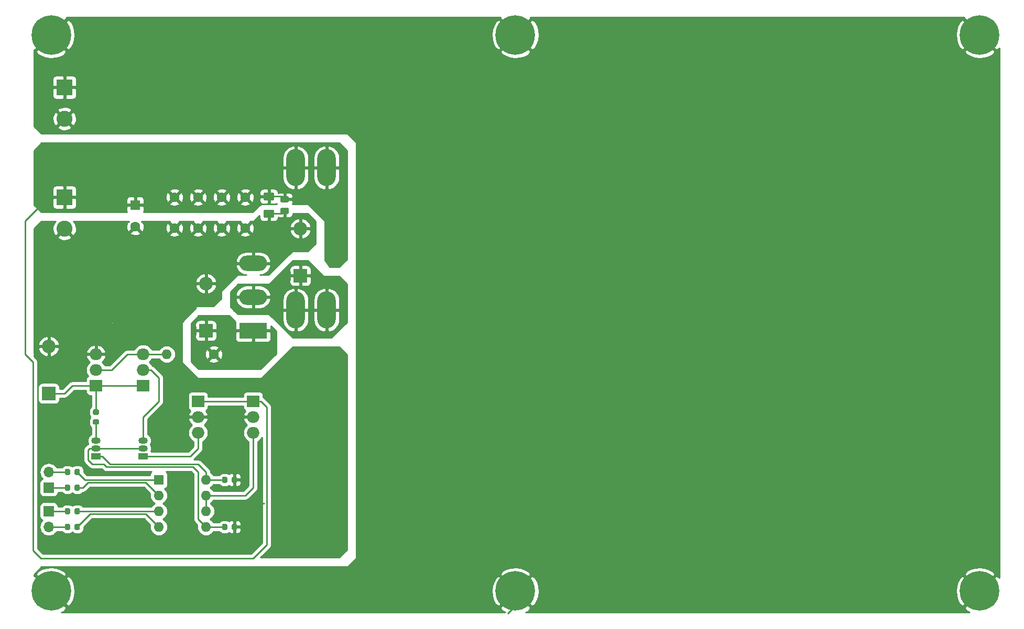
<source format=gbr>
G04 #@! TF.GenerationSoftware,KiCad,Pcbnew,(5.1.2)-1*
G04 #@! TF.CreationDate,2020-04-13T00:24:57+02:00*
G04 #@! TF.ProjectId,Plasma-PSU_PCB-B_Flyback-HV,506c6173-6d61-42d5-9053-555f5043422d,0.0.1*
G04 #@! TF.SameCoordinates,Original*
G04 #@! TF.FileFunction,Copper,L1,Top*
G04 #@! TF.FilePolarity,Positive*
%FSLAX46Y46*%
G04 Gerber Fmt 4.6, Leading zero omitted, Abs format (unit mm)*
G04 Created by KiCad (PCBNEW (5.1.2)-1) date 2020-04-13 00:24:57*
%MOMM*%
%LPD*%
G04 APERTURE LIST*
%ADD10C,0.800000*%
%ADD11C,6.400000*%
%ADD12O,1.500000X1.050000*%
%ADD13R,1.500000X1.050000*%
%ADD14R,1.600000X1.600000*%
%ADD15C,1.600000*%
%ADD16C,0.100000*%
%ADD17C,1.250000*%
%ADD18C,0.975000*%
%ADD19C,0.875000*%
%ADD20O,2.200000X2.200000*%
%ADD21R,2.200000X2.200000*%
%ADD22O,1.700000X1.700000*%
%ADD23R,1.700000X1.700000*%
%ADD24R,2.600000X2.600000*%
%ADD25C,2.600000*%
%ADD26R,2.000000X1.905000*%
%ADD27O,2.000000X1.905000*%
%ADD28R,4.500000X2.500000*%
%ADD29O,4.500000X2.500000*%
%ADD30O,1.600000X1.600000*%
%ADD31O,3.000000X6.000000*%
%ADD32C,0.250000*%
%ADD33C,0.254000*%
G04 APERTURE END LIST*
D10*
X131697056Y-143302944D03*
X130000000Y-142600000D03*
X128302944Y-143302944D03*
X127600000Y-145000000D03*
X128302944Y-146697056D03*
X130000000Y-147400000D03*
X131697056Y-146697056D03*
X132400000Y-145000000D03*
D11*
X130000000Y-145000000D03*
D12*
X69850000Y-121920000D03*
X69850000Y-120650000D03*
D13*
X69850000Y-123190000D03*
X62230000Y-123190000D03*
D12*
X62230000Y-120650000D03*
X62230000Y-121920000D03*
D14*
X68580000Y-82550000D03*
D15*
X68580000Y-86050000D03*
X74930000Y-86280000D03*
X74930000Y-81280000D03*
X78740000Y-81280000D03*
X78740000Y-86280000D03*
X82550000Y-86280000D03*
X82550000Y-81280000D03*
X86360000Y-81280000D03*
X86360000Y-86280000D03*
D16*
G36*
X90819504Y-80526204D02*
G01*
X90843773Y-80529804D01*
X90867571Y-80535765D01*
X90890671Y-80544030D01*
X90912849Y-80554520D01*
X90933893Y-80567133D01*
X90953598Y-80581747D01*
X90971777Y-80598223D01*
X90988253Y-80616402D01*
X91002867Y-80636107D01*
X91015480Y-80657151D01*
X91025970Y-80679329D01*
X91034235Y-80702429D01*
X91040196Y-80726227D01*
X91043796Y-80750496D01*
X91045000Y-80775000D01*
X91045000Y-81525000D01*
X91043796Y-81549504D01*
X91040196Y-81573773D01*
X91034235Y-81597571D01*
X91025970Y-81620671D01*
X91015480Y-81642849D01*
X91002867Y-81663893D01*
X90988253Y-81683598D01*
X90971777Y-81701777D01*
X90953598Y-81718253D01*
X90933893Y-81732867D01*
X90912849Y-81745480D01*
X90890671Y-81755970D01*
X90867571Y-81764235D01*
X90843773Y-81770196D01*
X90819504Y-81773796D01*
X90795000Y-81775000D01*
X89545000Y-81775000D01*
X89520496Y-81773796D01*
X89496227Y-81770196D01*
X89472429Y-81764235D01*
X89449329Y-81755970D01*
X89427151Y-81745480D01*
X89406107Y-81732867D01*
X89386402Y-81718253D01*
X89368223Y-81701777D01*
X89351747Y-81683598D01*
X89337133Y-81663893D01*
X89324520Y-81642849D01*
X89314030Y-81620671D01*
X89305765Y-81597571D01*
X89299804Y-81573773D01*
X89296204Y-81549504D01*
X89295000Y-81525000D01*
X89295000Y-80775000D01*
X89296204Y-80750496D01*
X89299804Y-80726227D01*
X89305765Y-80702429D01*
X89314030Y-80679329D01*
X89324520Y-80657151D01*
X89337133Y-80636107D01*
X89351747Y-80616402D01*
X89368223Y-80598223D01*
X89386402Y-80581747D01*
X89406107Y-80567133D01*
X89427151Y-80554520D01*
X89449329Y-80544030D01*
X89472429Y-80535765D01*
X89496227Y-80529804D01*
X89520496Y-80526204D01*
X89545000Y-80525000D01*
X90795000Y-80525000D01*
X90819504Y-80526204D01*
X90819504Y-80526204D01*
G37*
D17*
X90170000Y-81150000D03*
D16*
G36*
X90819504Y-83326204D02*
G01*
X90843773Y-83329804D01*
X90867571Y-83335765D01*
X90890671Y-83344030D01*
X90912849Y-83354520D01*
X90933893Y-83367133D01*
X90953598Y-83381747D01*
X90971777Y-83398223D01*
X90988253Y-83416402D01*
X91002867Y-83436107D01*
X91015480Y-83457151D01*
X91025970Y-83479329D01*
X91034235Y-83502429D01*
X91040196Y-83526227D01*
X91043796Y-83550496D01*
X91045000Y-83575000D01*
X91045000Y-84325000D01*
X91043796Y-84349504D01*
X91040196Y-84373773D01*
X91034235Y-84397571D01*
X91025970Y-84420671D01*
X91015480Y-84442849D01*
X91002867Y-84463893D01*
X90988253Y-84483598D01*
X90971777Y-84501777D01*
X90953598Y-84518253D01*
X90933893Y-84532867D01*
X90912849Y-84545480D01*
X90890671Y-84555970D01*
X90867571Y-84564235D01*
X90843773Y-84570196D01*
X90819504Y-84573796D01*
X90795000Y-84575000D01*
X89545000Y-84575000D01*
X89520496Y-84573796D01*
X89496227Y-84570196D01*
X89472429Y-84564235D01*
X89449329Y-84555970D01*
X89427151Y-84545480D01*
X89406107Y-84532867D01*
X89386402Y-84518253D01*
X89368223Y-84501777D01*
X89351747Y-84483598D01*
X89337133Y-84463893D01*
X89324520Y-84442849D01*
X89314030Y-84420671D01*
X89305765Y-84397571D01*
X89299804Y-84373773D01*
X89296204Y-84349504D01*
X89295000Y-84325000D01*
X89295000Y-83575000D01*
X89296204Y-83550496D01*
X89299804Y-83526227D01*
X89305765Y-83502429D01*
X89314030Y-83479329D01*
X89324520Y-83457151D01*
X89337133Y-83436107D01*
X89351747Y-83416402D01*
X89368223Y-83398223D01*
X89386402Y-83381747D01*
X89406107Y-83367133D01*
X89427151Y-83354520D01*
X89449329Y-83344030D01*
X89472429Y-83335765D01*
X89496227Y-83329804D01*
X89520496Y-83326204D01*
X89545000Y-83325000D01*
X90795000Y-83325000D01*
X90819504Y-83326204D01*
X90819504Y-83326204D01*
G37*
D17*
X90170000Y-83950000D03*
D16*
G36*
X93190142Y-81126174D02*
G01*
X93213803Y-81129684D01*
X93237007Y-81135496D01*
X93259529Y-81143554D01*
X93281153Y-81153782D01*
X93301670Y-81166079D01*
X93320883Y-81180329D01*
X93338607Y-81196393D01*
X93354671Y-81214117D01*
X93368921Y-81233330D01*
X93381218Y-81253847D01*
X93391446Y-81275471D01*
X93399504Y-81297993D01*
X93405316Y-81321197D01*
X93408826Y-81344858D01*
X93410000Y-81368750D01*
X93410000Y-81856250D01*
X93408826Y-81880142D01*
X93405316Y-81903803D01*
X93399504Y-81927007D01*
X93391446Y-81949529D01*
X93381218Y-81971153D01*
X93368921Y-81991670D01*
X93354671Y-82010883D01*
X93338607Y-82028607D01*
X93320883Y-82044671D01*
X93301670Y-82058921D01*
X93281153Y-82071218D01*
X93259529Y-82081446D01*
X93237007Y-82089504D01*
X93213803Y-82095316D01*
X93190142Y-82098826D01*
X93166250Y-82100000D01*
X92253750Y-82100000D01*
X92229858Y-82098826D01*
X92206197Y-82095316D01*
X92182993Y-82089504D01*
X92160471Y-82081446D01*
X92138847Y-82071218D01*
X92118330Y-82058921D01*
X92099117Y-82044671D01*
X92081393Y-82028607D01*
X92065329Y-82010883D01*
X92051079Y-81991670D01*
X92038782Y-81971153D01*
X92028554Y-81949529D01*
X92020496Y-81927007D01*
X92014684Y-81903803D01*
X92011174Y-81880142D01*
X92010000Y-81856250D01*
X92010000Y-81368750D01*
X92011174Y-81344858D01*
X92014684Y-81321197D01*
X92020496Y-81297993D01*
X92028554Y-81275471D01*
X92038782Y-81253847D01*
X92051079Y-81233330D01*
X92065329Y-81214117D01*
X92081393Y-81196393D01*
X92099117Y-81180329D01*
X92118330Y-81166079D01*
X92138847Y-81153782D01*
X92160471Y-81143554D01*
X92182993Y-81135496D01*
X92206197Y-81129684D01*
X92229858Y-81126174D01*
X92253750Y-81125000D01*
X93166250Y-81125000D01*
X93190142Y-81126174D01*
X93190142Y-81126174D01*
G37*
D18*
X92710000Y-81612500D03*
D16*
G36*
X93190142Y-83001174D02*
G01*
X93213803Y-83004684D01*
X93237007Y-83010496D01*
X93259529Y-83018554D01*
X93281153Y-83028782D01*
X93301670Y-83041079D01*
X93320883Y-83055329D01*
X93338607Y-83071393D01*
X93354671Y-83089117D01*
X93368921Y-83108330D01*
X93381218Y-83128847D01*
X93391446Y-83150471D01*
X93399504Y-83172993D01*
X93405316Y-83196197D01*
X93408826Y-83219858D01*
X93410000Y-83243750D01*
X93410000Y-83731250D01*
X93408826Y-83755142D01*
X93405316Y-83778803D01*
X93399504Y-83802007D01*
X93391446Y-83824529D01*
X93381218Y-83846153D01*
X93368921Y-83866670D01*
X93354671Y-83885883D01*
X93338607Y-83903607D01*
X93320883Y-83919671D01*
X93301670Y-83933921D01*
X93281153Y-83946218D01*
X93259529Y-83956446D01*
X93237007Y-83964504D01*
X93213803Y-83970316D01*
X93190142Y-83973826D01*
X93166250Y-83975000D01*
X92253750Y-83975000D01*
X92229858Y-83973826D01*
X92206197Y-83970316D01*
X92182993Y-83964504D01*
X92160471Y-83956446D01*
X92138847Y-83946218D01*
X92118330Y-83933921D01*
X92099117Y-83919671D01*
X92081393Y-83903607D01*
X92065329Y-83885883D01*
X92051079Y-83866670D01*
X92038782Y-83846153D01*
X92028554Y-83824529D01*
X92020496Y-83802007D01*
X92014684Y-83778803D01*
X92011174Y-83755142D01*
X92010000Y-83731250D01*
X92010000Y-83243750D01*
X92011174Y-83219858D01*
X92014684Y-83196197D01*
X92020496Y-83172993D01*
X92028554Y-83150471D01*
X92038782Y-83128847D01*
X92051079Y-83108330D01*
X92065329Y-83089117D01*
X92081393Y-83071393D01*
X92099117Y-83055329D01*
X92118330Y-83041079D01*
X92138847Y-83028782D01*
X92160471Y-83018554D01*
X92182993Y-83010496D01*
X92206197Y-83004684D01*
X92229858Y-83001174D01*
X92253750Y-83000000D01*
X93166250Y-83000000D01*
X93190142Y-83001174D01*
X93190142Y-83001174D01*
G37*
D18*
X92710000Y-83487500D03*
D16*
G36*
X59447691Y-127796053D02*
G01*
X59468926Y-127799203D01*
X59489750Y-127804419D01*
X59509962Y-127811651D01*
X59529368Y-127820830D01*
X59547781Y-127831866D01*
X59565024Y-127844654D01*
X59580930Y-127859070D01*
X59595346Y-127874976D01*
X59608134Y-127892219D01*
X59619170Y-127910632D01*
X59628349Y-127930038D01*
X59635581Y-127950250D01*
X59640797Y-127971074D01*
X59643947Y-127992309D01*
X59645000Y-128013750D01*
X59645000Y-128526250D01*
X59643947Y-128547691D01*
X59640797Y-128568926D01*
X59635581Y-128589750D01*
X59628349Y-128609962D01*
X59619170Y-128629368D01*
X59608134Y-128647781D01*
X59595346Y-128665024D01*
X59580930Y-128680930D01*
X59565024Y-128695346D01*
X59547781Y-128708134D01*
X59529368Y-128719170D01*
X59509962Y-128728349D01*
X59489750Y-128735581D01*
X59468926Y-128740797D01*
X59447691Y-128743947D01*
X59426250Y-128745000D01*
X58988750Y-128745000D01*
X58967309Y-128743947D01*
X58946074Y-128740797D01*
X58925250Y-128735581D01*
X58905038Y-128728349D01*
X58885632Y-128719170D01*
X58867219Y-128708134D01*
X58849976Y-128695346D01*
X58834070Y-128680930D01*
X58819654Y-128665024D01*
X58806866Y-128647781D01*
X58795830Y-128629368D01*
X58786651Y-128609962D01*
X58779419Y-128589750D01*
X58774203Y-128568926D01*
X58771053Y-128547691D01*
X58770000Y-128526250D01*
X58770000Y-128013750D01*
X58771053Y-127992309D01*
X58774203Y-127971074D01*
X58779419Y-127950250D01*
X58786651Y-127930038D01*
X58795830Y-127910632D01*
X58806866Y-127892219D01*
X58819654Y-127874976D01*
X58834070Y-127859070D01*
X58849976Y-127844654D01*
X58867219Y-127831866D01*
X58885632Y-127820830D01*
X58905038Y-127811651D01*
X58925250Y-127804419D01*
X58946074Y-127799203D01*
X58967309Y-127796053D01*
X58988750Y-127795000D01*
X59426250Y-127795000D01*
X59447691Y-127796053D01*
X59447691Y-127796053D01*
G37*
D19*
X59207500Y-128270000D03*
D16*
G36*
X57872691Y-127796053D02*
G01*
X57893926Y-127799203D01*
X57914750Y-127804419D01*
X57934962Y-127811651D01*
X57954368Y-127820830D01*
X57972781Y-127831866D01*
X57990024Y-127844654D01*
X58005930Y-127859070D01*
X58020346Y-127874976D01*
X58033134Y-127892219D01*
X58044170Y-127910632D01*
X58053349Y-127930038D01*
X58060581Y-127950250D01*
X58065797Y-127971074D01*
X58068947Y-127992309D01*
X58070000Y-128013750D01*
X58070000Y-128526250D01*
X58068947Y-128547691D01*
X58065797Y-128568926D01*
X58060581Y-128589750D01*
X58053349Y-128609962D01*
X58044170Y-128629368D01*
X58033134Y-128647781D01*
X58020346Y-128665024D01*
X58005930Y-128680930D01*
X57990024Y-128695346D01*
X57972781Y-128708134D01*
X57954368Y-128719170D01*
X57934962Y-128728349D01*
X57914750Y-128735581D01*
X57893926Y-128740797D01*
X57872691Y-128743947D01*
X57851250Y-128745000D01*
X57413750Y-128745000D01*
X57392309Y-128743947D01*
X57371074Y-128740797D01*
X57350250Y-128735581D01*
X57330038Y-128728349D01*
X57310632Y-128719170D01*
X57292219Y-128708134D01*
X57274976Y-128695346D01*
X57259070Y-128680930D01*
X57244654Y-128665024D01*
X57231866Y-128647781D01*
X57220830Y-128629368D01*
X57211651Y-128609962D01*
X57204419Y-128589750D01*
X57199203Y-128568926D01*
X57196053Y-128547691D01*
X57195000Y-128526250D01*
X57195000Y-128013750D01*
X57196053Y-127992309D01*
X57199203Y-127971074D01*
X57204419Y-127950250D01*
X57211651Y-127930038D01*
X57220830Y-127910632D01*
X57231866Y-127892219D01*
X57244654Y-127874976D01*
X57259070Y-127859070D01*
X57274976Y-127844654D01*
X57292219Y-127831866D01*
X57310632Y-127820830D01*
X57330038Y-127811651D01*
X57350250Y-127804419D01*
X57371074Y-127799203D01*
X57392309Y-127796053D01*
X57413750Y-127795000D01*
X57851250Y-127795000D01*
X57872691Y-127796053D01*
X57872691Y-127796053D01*
G37*
D19*
X57632500Y-128270000D03*
D16*
G36*
X57872691Y-131606053D02*
G01*
X57893926Y-131609203D01*
X57914750Y-131614419D01*
X57934962Y-131621651D01*
X57954368Y-131630830D01*
X57972781Y-131641866D01*
X57990024Y-131654654D01*
X58005930Y-131669070D01*
X58020346Y-131684976D01*
X58033134Y-131702219D01*
X58044170Y-131720632D01*
X58053349Y-131740038D01*
X58060581Y-131760250D01*
X58065797Y-131781074D01*
X58068947Y-131802309D01*
X58070000Y-131823750D01*
X58070000Y-132336250D01*
X58068947Y-132357691D01*
X58065797Y-132378926D01*
X58060581Y-132399750D01*
X58053349Y-132419962D01*
X58044170Y-132439368D01*
X58033134Y-132457781D01*
X58020346Y-132475024D01*
X58005930Y-132490930D01*
X57990024Y-132505346D01*
X57972781Y-132518134D01*
X57954368Y-132529170D01*
X57934962Y-132538349D01*
X57914750Y-132545581D01*
X57893926Y-132550797D01*
X57872691Y-132553947D01*
X57851250Y-132555000D01*
X57413750Y-132555000D01*
X57392309Y-132553947D01*
X57371074Y-132550797D01*
X57350250Y-132545581D01*
X57330038Y-132538349D01*
X57310632Y-132529170D01*
X57292219Y-132518134D01*
X57274976Y-132505346D01*
X57259070Y-132490930D01*
X57244654Y-132475024D01*
X57231866Y-132457781D01*
X57220830Y-132439368D01*
X57211651Y-132419962D01*
X57204419Y-132399750D01*
X57199203Y-132378926D01*
X57196053Y-132357691D01*
X57195000Y-132336250D01*
X57195000Y-131823750D01*
X57196053Y-131802309D01*
X57199203Y-131781074D01*
X57204419Y-131760250D01*
X57211651Y-131740038D01*
X57220830Y-131720632D01*
X57231866Y-131702219D01*
X57244654Y-131684976D01*
X57259070Y-131669070D01*
X57274976Y-131654654D01*
X57292219Y-131641866D01*
X57310632Y-131630830D01*
X57330038Y-131621651D01*
X57350250Y-131614419D01*
X57371074Y-131609203D01*
X57392309Y-131606053D01*
X57413750Y-131605000D01*
X57851250Y-131605000D01*
X57872691Y-131606053D01*
X57872691Y-131606053D01*
G37*
D19*
X57632500Y-132080000D03*
D16*
G36*
X59447691Y-131606053D02*
G01*
X59468926Y-131609203D01*
X59489750Y-131614419D01*
X59509962Y-131621651D01*
X59529368Y-131630830D01*
X59547781Y-131641866D01*
X59565024Y-131654654D01*
X59580930Y-131669070D01*
X59595346Y-131684976D01*
X59608134Y-131702219D01*
X59619170Y-131720632D01*
X59628349Y-131740038D01*
X59635581Y-131760250D01*
X59640797Y-131781074D01*
X59643947Y-131802309D01*
X59645000Y-131823750D01*
X59645000Y-132336250D01*
X59643947Y-132357691D01*
X59640797Y-132378926D01*
X59635581Y-132399750D01*
X59628349Y-132419962D01*
X59619170Y-132439368D01*
X59608134Y-132457781D01*
X59595346Y-132475024D01*
X59580930Y-132490930D01*
X59565024Y-132505346D01*
X59547781Y-132518134D01*
X59529368Y-132529170D01*
X59509962Y-132538349D01*
X59489750Y-132545581D01*
X59468926Y-132550797D01*
X59447691Y-132553947D01*
X59426250Y-132555000D01*
X58988750Y-132555000D01*
X58967309Y-132553947D01*
X58946074Y-132550797D01*
X58925250Y-132545581D01*
X58905038Y-132538349D01*
X58885632Y-132529170D01*
X58867219Y-132518134D01*
X58849976Y-132505346D01*
X58834070Y-132490930D01*
X58819654Y-132475024D01*
X58806866Y-132457781D01*
X58795830Y-132439368D01*
X58786651Y-132419962D01*
X58779419Y-132399750D01*
X58774203Y-132378926D01*
X58771053Y-132357691D01*
X58770000Y-132336250D01*
X58770000Y-131823750D01*
X58771053Y-131802309D01*
X58774203Y-131781074D01*
X58779419Y-131760250D01*
X58786651Y-131740038D01*
X58795830Y-131720632D01*
X58806866Y-131702219D01*
X58819654Y-131684976D01*
X58834070Y-131669070D01*
X58849976Y-131654654D01*
X58867219Y-131641866D01*
X58885632Y-131630830D01*
X58905038Y-131621651D01*
X58925250Y-131614419D01*
X58946074Y-131609203D01*
X58967309Y-131606053D01*
X58988750Y-131605000D01*
X59426250Y-131605000D01*
X59447691Y-131606053D01*
X59447691Y-131606053D01*
G37*
D19*
X59207500Y-132080000D03*
D20*
X54610000Y-105410000D03*
D21*
X54610000Y-113030000D03*
X80010000Y-102870000D03*
D20*
X80010000Y-95250000D03*
D21*
X95250000Y-93980000D03*
D20*
X95250000Y-86360000D03*
D22*
X54610000Y-125730000D03*
D23*
X54610000Y-128270000D03*
D24*
X57150000Y-81280000D03*
D25*
X57150000Y-86360000D03*
D23*
X54610000Y-132080000D03*
D22*
X54610000Y-134620000D03*
D26*
X69850000Y-111760000D03*
D27*
X69850000Y-109220000D03*
X69850000Y-106680000D03*
X62230000Y-106680000D03*
X62230000Y-109220000D03*
D26*
X62230000Y-111760000D03*
D28*
X87630000Y-102870000D03*
D29*
X87630000Y-97420000D03*
X87630000Y-91970000D03*
D30*
X73660000Y-106680000D03*
D15*
X81280000Y-106680000D03*
D14*
X72390000Y-127000000D03*
D30*
X80010000Y-134620000D03*
X72390000Y-129540000D03*
X80010000Y-132080000D03*
X72390000Y-132080000D03*
X80010000Y-129540000D03*
X72390000Y-134620000D03*
X80010000Y-127000000D03*
D27*
X78740000Y-119380000D03*
X78740000Y-116840000D03*
D26*
X78740000Y-114300000D03*
X87630000Y-114300000D03*
D27*
X87630000Y-116840000D03*
X87630000Y-119380000D03*
D11*
X55000000Y-55000000D03*
D10*
X57400000Y-55000000D03*
X56697056Y-56697056D03*
X55000000Y-57400000D03*
X53302944Y-56697056D03*
X52600000Y-55000000D03*
X53302944Y-53302944D03*
X55000000Y-52600000D03*
X56697056Y-53302944D03*
X56697056Y-143302944D03*
X55000000Y-142600000D03*
X53302944Y-143302944D03*
X52600000Y-145000000D03*
X53302944Y-146697056D03*
X55000000Y-147400000D03*
X56697056Y-146697056D03*
X57400000Y-145000000D03*
D11*
X55000000Y-145000000D03*
X130000000Y-55000000D03*
D10*
X132400000Y-55000000D03*
X131697056Y-56697056D03*
X130000000Y-57400000D03*
X128302944Y-56697056D03*
X127600000Y-55000000D03*
X128302944Y-53302944D03*
X130000000Y-52600000D03*
X131697056Y-53302944D03*
D11*
X205000000Y-55000000D03*
D10*
X207400000Y-55000000D03*
X206697056Y-56697056D03*
X205000000Y-57400000D03*
X203302944Y-56697056D03*
X202600000Y-55000000D03*
X203302944Y-53302944D03*
X205000000Y-52600000D03*
X206697056Y-53302944D03*
X206697056Y-143302944D03*
X205000000Y-142600000D03*
X203302944Y-143302944D03*
X202600000Y-145000000D03*
X203302944Y-146697056D03*
X205000000Y-147400000D03*
X206697056Y-146697056D03*
X207400000Y-145000000D03*
D11*
X205000000Y-145000000D03*
D24*
X57150000Y-63500000D03*
D25*
X57150000Y-68580000D03*
D31*
X94500000Y-76500000D03*
X99500000Y-76500000D03*
X94500000Y-99500000D03*
X99500000Y-99500000D03*
D16*
G36*
X59447691Y-125256053D02*
G01*
X59468926Y-125259203D01*
X59489750Y-125264419D01*
X59509962Y-125271651D01*
X59529368Y-125280830D01*
X59547781Y-125291866D01*
X59565024Y-125304654D01*
X59580930Y-125319070D01*
X59595346Y-125334976D01*
X59608134Y-125352219D01*
X59619170Y-125370632D01*
X59628349Y-125390038D01*
X59635581Y-125410250D01*
X59640797Y-125431074D01*
X59643947Y-125452309D01*
X59645000Y-125473750D01*
X59645000Y-125986250D01*
X59643947Y-126007691D01*
X59640797Y-126028926D01*
X59635581Y-126049750D01*
X59628349Y-126069962D01*
X59619170Y-126089368D01*
X59608134Y-126107781D01*
X59595346Y-126125024D01*
X59580930Y-126140930D01*
X59565024Y-126155346D01*
X59547781Y-126168134D01*
X59529368Y-126179170D01*
X59509962Y-126188349D01*
X59489750Y-126195581D01*
X59468926Y-126200797D01*
X59447691Y-126203947D01*
X59426250Y-126205000D01*
X58988750Y-126205000D01*
X58967309Y-126203947D01*
X58946074Y-126200797D01*
X58925250Y-126195581D01*
X58905038Y-126188349D01*
X58885632Y-126179170D01*
X58867219Y-126168134D01*
X58849976Y-126155346D01*
X58834070Y-126140930D01*
X58819654Y-126125024D01*
X58806866Y-126107781D01*
X58795830Y-126089368D01*
X58786651Y-126069962D01*
X58779419Y-126049750D01*
X58774203Y-126028926D01*
X58771053Y-126007691D01*
X58770000Y-125986250D01*
X58770000Y-125473750D01*
X58771053Y-125452309D01*
X58774203Y-125431074D01*
X58779419Y-125410250D01*
X58786651Y-125390038D01*
X58795830Y-125370632D01*
X58806866Y-125352219D01*
X58819654Y-125334976D01*
X58834070Y-125319070D01*
X58849976Y-125304654D01*
X58867219Y-125291866D01*
X58885632Y-125280830D01*
X58905038Y-125271651D01*
X58925250Y-125264419D01*
X58946074Y-125259203D01*
X58967309Y-125256053D01*
X58988750Y-125255000D01*
X59426250Y-125255000D01*
X59447691Y-125256053D01*
X59447691Y-125256053D01*
G37*
D19*
X59207500Y-125730000D03*
D16*
G36*
X57872691Y-125256053D02*
G01*
X57893926Y-125259203D01*
X57914750Y-125264419D01*
X57934962Y-125271651D01*
X57954368Y-125280830D01*
X57972781Y-125291866D01*
X57990024Y-125304654D01*
X58005930Y-125319070D01*
X58020346Y-125334976D01*
X58033134Y-125352219D01*
X58044170Y-125370632D01*
X58053349Y-125390038D01*
X58060581Y-125410250D01*
X58065797Y-125431074D01*
X58068947Y-125452309D01*
X58070000Y-125473750D01*
X58070000Y-125986250D01*
X58068947Y-126007691D01*
X58065797Y-126028926D01*
X58060581Y-126049750D01*
X58053349Y-126069962D01*
X58044170Y-126089368D01*
X58033134Y-126107781D01*
X58020346Y-126125024D01*
X58005930Y-126140930D01*
X57990024Y-126155346D01*
X57972781Y-126168134D01*
X57954368Y-126179170D01*
X57934962Y-126188349D01*
X57914750Y-126195581D01*
X57893926Y-126200797D01*
X57872691Y-126203947D01*
X57851250Y-126205000D01*
X57413750Y-126205000D01*
X57392309Y-126203947D01*
X57371074Y-126200797D01*
X57350250Y-126195581D01*
X57330038Y-126188349D01*
X57310632Y-126179170D01*
X57292219Y-126168134D01*
X57274976Y-126155346D01*
X57259070Y-126140930D01*
X57244654Y-126125024D01*
X57231866Y-126107781D01*
X57220830Y-126089368D01*
X57211651Y-126069962D01*
X57204419Y-126049750D01*
X57199203Y-126028926D01*
X57196053Y-126007691D01*
X57195000Y-125986250D01*
X57195000Y-125473750D01*
X57196053Y-125452309D01*
X57199203Y-125431074D01*
X57204419Y-125410250D01*
X57211651Y-125390038D01*
X57220830Y-125370632D01*
X57231866Y-125352219D01*
X57244654Y-125334976D01*
X57259070Y-125319070D01*
X57274976Y-125304654D01*
X57292219Y-125291866D01*
X57310632Y-125280830D01*
X57330038Y-125271651D01*
X57350250Y-125264419D01*
X57371074Y-125259203D01*
X57392309Y-125256053D01*
X57413750Y-125255000D01*
X57851250Y-125255000D01*
X57872691Y-125256053D01*
X57872691Y-125256053D01*
G37*
D19*
X57632500Y-125730000D03*
D16*
G36*
X84847691Y-126526053D02*
G01*
X84868926Y-126529203D01*
X84889750Y-126534419D01*
X84909962Y-126541651D01*
X84929368Y-126550830D01*
X84947781Y-126561866D01*
X84965024Y-126574654D01*
X84980930Y-126589070D01*
X84995346Y-126604976D01*
X85008134Y-126622219D01*
X85019170Y-126640632D01*
X85028349Y-126660038D01*
X85035581Y-126680250D01*
X85040797Y-126701074D01*
X85043947Y-126722309D01*
X85045000Y-126743750D01*
X85045000Y-127256250D01*
X85043947Y-127277691D01*
X85040797Y-127298926D01*
X85035581Y-127319750D01*
X85028349Y-127339962D01*
X85019170Y-127359368D01*
X85008134Y-127377781D01*
X84995346Y-127395024D01*
X84980930Y-127410930D01*
X84965024Y-127425346D01*
X84947781Y-127438134D01*
X84929368Y-127449170D01*
X84909962Y-127458349D01*
X84889750Y-127465581D01*
X84868926Y-127470797D01*
X84847691Y-127473947D01*
X84826250Y-127475000D01*
X84388750Y-127475000D01*
X84367309Y-127473947D01*
X84346074Y-127470797D01*
X84325250Y-127465581D01*
X84305038Y-127458349D01*
X84285632Y-127449170D01*
X84267219Y-127438134D01*
X84249976Y-127425346D01*
X84234070Y-127410930D01*
X84219654Y-127395024D01*
X84206866Y-127377781D01*
X84195830Y-127359368D01*
X84186651Y-127339962D01*
X84179419Y-127319750D01*
X84174203Y-127298926D01*
X84171053Y-127277691D01*
X84170000Y-127256250D01*
X84170000Y-126743750D01*
X84171053Y-126722309D01*
X84174203Y-126701074D01*
X84179419Y-126680250D01*
X84186651Y-126660038D01*
X84195830Y-126640632D01*
X84206866Y-126622219D01*
X84219654Y-126604976D01*
X84234070Y-126589070D01*
X84249976Y-126574654D01*
X84267219Y-126561866D01*
X84285632Y-126550830D01*
X84305038Y-126541651D01*
X84325250Y-126534419D01*
X84346074Y-126529203D01*
X84367309Y-126526053D01*
X84388750Y-126525000D01*
X84826250Y-126525000D01*
X84847691Y-126526053D01*
X84847691Y-126526053D01*
G37*
D19*
X84607500Y-127000000D03*
D16*
G36*
X83272691Y-126526053D02*
G01*
X83293926Y-126529203D01*
X83314750Y-126534419D01*
X83334962Y-126541651D01*
X83354368Y-126550830D01*
X83372781Y-126561866D01*
X83390024Y-126574654D01*
X83405930Y-126589070D01*
X83420346Y-126604976D01*
X83433134Y-126622219D01*
X83444170Y-126640632D01*
X83453349Y-126660038D01*
X83460581Y-126680250D01*
X83465797Y-126701074D01*
X83468947Y-126722309D01*
X83470000Y-126743750D01*
X83470000Y-127256250D01*
X83468947Y-127277691D01*
X83465797Y-127298926D01*
X83460581Y-127319750D01*
X83453349Y-127339962D01*
X83444170Y-127359368D01*
X83433134Y-127377781D01*
X83420346Y-127395024D01*
X83405930Y-127410930D01*
X83390024Y-127425346D01*
X83372781Y-127438134D01*
X83354368Y-127449170D01*
X83334962Y-127458349D01*
X83314750Y-127465581D01*
X83293926Y-127470797D01*
X83272691Y-127473947D01*
X83251250Y-127475000D01*
X82813750Y-127475000D01*
X82792309Y-127473947D01*
X82771074Y-127470797D01*
X82750250Y-127465581D01*
X82730038Y-127458349D01*
X82710632Y-127449170D01*
X82692219Y-127438134D01*
X82674976Y-127425346D01*
X82659070Y-127410930D01*
X82644654Y-127395024D01*
X82631866Y-127377781D01*
X82620830Y-127359368D01*
X82611651Y-127339962D01*
X82604419Y-127319750D01*
X82599203Y-127298926D01*
X82596053Y-127277691D01*
X82595000Y-127256250D01*
X82595000Y-126743750D01*
X82596053Y-126722309D01*
X82599203Y-126701074D01*
X82604419Y-126680250D01*
X82611651Y-126660038D01*
X82620830Y-126640632D01*
X82631866Y-126622219D01*
X82644654Y-126604976D01*
X82659070Y-126589070D01*
X82674976Y-126574654D01*
X82692219Y-126561866D01*
X82710632Y-126550830D01*
X82730038Y-126541651D01*
X82750250Y-126534419D01*
X82771074Y-126529203D01*
X82792309Y-126526053D01*
X82813750Y-126525000D01*
X83251250Y-126525000D01*
X83272691Y-126526053D01*
X83272691Y-126526053D01*
G37*
D19*
X83032500Y-127000000D03*
D16*
G36*
X57872691Y-134146053D02*
G01*
X57893926Y-134149203D01*
X57914750Y-134154419D01*
X57934962Y-134161651D01*
X57954368Y-134170830D01*
X57972781Y-134181866D01*
X57990024Y-134194654D01*
X58005930Y-134209070D01*
X58020346Y-134224976D01*
X58033134Y-134242219D01*
X58044170Y-134260632D01*
X58053349Y-134280038D01*
X58060581Y-134300250D01*
X58065797Y-134321074D01*
X58068947Y-134342309D01*
X58070000Y-134363750D01*
X58070000Y-134876250D01*
X58068947Y-134897691D01*
X58065797Y-134918926D01*
X58060581Y-134939750D01*
X58053349Y-134959962D01*
X58044170Y-134979368D01*
X58033134Y-134997781D01*
X58020346Y-135015024D01*
X58005930Y-135030930D01*
X57990024Y-135045346D01*
X57972781Y-135058134D01*
X57954368Y-135069170D01*
X57934962Y-135078349D01*
X57914750Y-135085581D01*
X57893926Y-135090797D01*
X57872691Y-135093947D01*
X57851250Y-135095000D01*
X57413750Y-135095000D01*
X57392309Y-135093947D01*
X57371074Y-135090797D01*
X57350250Y-135085581D01*
X57330038Y-135078349D01*
X57310632Y-135069170D01*
X57292219Y-135058134D01*
X57274976Y-135045346D01*
X57259070Y-135030930D01*
X57244654Y-135015024D01*
X57231866Y-134997781D01*
X57220830Y-134979368D01*
X57211651Y-134959962D01*
X57204419Y-134939750D01*
X57199203Y-134918926D01*
X57196053Y-134897691D01*
X57195000Y-134876250D01*
X57195000Y-134363750D01*
X57196053Y-134342309D01*
X57199203Y-134321074D01*
X57204419Y-134300250D01*
X57211651Y-134280038D01*
X57220830Y-134260632D01*
X57231866Y-134242219D01*
X57244654Y-134224976D01*
X57259070Y-134209070D01*
X57274976Y-134194654D01*
X57292219Y-134181866D01*
X57310632Y-134170830D01*
X57330038Y-134161651D01*
X57350250Y-134154419D01*
X57371074Y-134149203D01*
X57392309Y-134146053D01*
X57413750Y-134145000D01*
X57851250Y-134145000D01*
X57872691Y-134146053D01*
X57872691Y-134146053D01*
G37*
D19*
X57632500Y-134620000D03*
D16*
G36*
X59447691Y-134146053D02*
G01*
X59468926Y-134149203D01*
X59489750Y-134154419D01*
X59509962Y-134161651D01*
X59529368Y-134170830D01*
X59547781Y-134181866D01*
X59565024Y-134194654D01*
X59580930Y-134209070D01*
X59595346Y-134224976D01*
X59608134Y-134242219D01*
X59619170Y-134260632D01*
X59628349Y-134280038D01*
X59635581Y-134300250D01*
X59640797Y-134321074D01*
X59643947Y-134342309D01*
X59645000Y-134363750D01*
X59645000Y-134876250D01*
X59643947Y-134897691D01*
X59640797Y-134918926D01*
X59635581Y-134939750D01*
X59628349Y-134959962D01*
X59619170Y-134979368D01*
X59608134Y-134997781D01*
X59595346Y-135015024D01*
X59580930Y-135030930D01*
X59565024Y-135045346D01*
X59547781Y-135058134D01*
X59529368Y-135069170D01*
X59509962Y-135078349D01*
X59489750Y-135085581D01*
X59468926Y-135090797D01*
X59447691Y-135093947D01*
X59426250Y-135095000D01*
X58988750Y-135095000D01*
X58967309Y-135093947D01*
X58946074Y-135090797D01*
X58925250Y-135085581D01*
X58905038Y-135078349D01*
X58885632Y-135069170D01*
X58867219Y-135058134D01*
X58849976Y-135045346D01*
X58834070Y-135030930D01*
X58819654Y-135015024D01*
X58806866Y-134997781D01*
X58795830Y-134979368D01*
X58786651Y-134959962D01*
X58779419Y-134939750D01*
X58774203Y-134918926D01*
X58771053Y-134897691D01*
X58770000Y-134876250D01*
X58770000Y-134363750D01*
X58771053Y-134342309D01*
X58774203Y-134321074D01*
X58779419Y-134300250D01*
X58786651Y-134280038D01*
X58795830Y-134260632D01*
X58806866Y-134242219D01*
X58819654Y-134224976D01*
X58834070Y-134209070D01*
X58849976Y-134194654D01*
X58867219Y-134181866D01*
X58885632Y-134170830D01*
X58905038Y-134161651D01*
X58925250Y-134154419D01*
X58946074Y-134149203D01*
X58967309Y-134146053D01*
X58988750Y-134145000D01*
X59426250Y-134145000D01*
X59447691Y-134146053D01*
X59447691Y-134146053D01*
G37*
D19*
X59207500Y-134620000D03*
D16*
G36*
X83272691Y-134146053D02*
G01*
X83293926Y-134149203D01*
X83314750Y-134154419D01*
X83334962Y-134161651D01*
X83354368Y-134170830D01*
X83372781Y-134181866D01*
X83390024Y-134194654D01*
X83405930Y-134209070D01*
X83420346Y-134224976D01*
X83433134Y-134242219D01*
X83444170Y-134260632D01*
X83453349Y-134280038D01*
X83460581Y-134300250D01*
X83465797Y-134321074D01*
X83468947Y-134342309D01*
X83470000Y-134363750D01*
X83470000Y-134876250D01*
X83468947Y-134897691D01*
X83465797Y-134918926D01*
X83460581Y-134939750D01*
X83453349Y-134959962D01*
X83444170Y-134979368D01*
X83433134Y-134997781D01*
X83420346Y-135015024D01*
X83405930Y-135030930D01*
X83390024Y-135045346D01*
X83372781Y-135058134D01*
X83354368Y-135069170D01*
X83334962Y-135078349D01*
X83314750Y-135085581D01*
X83293926Y-135090797D01*
X83272691Y-135093947D01*
X83251250Y-135095000D01*
X82813750Y-135095000D01*
X82792309Y-135093947D01*
X82771074Y-135090797D01*
X82750250Y-135085581D01*
X82730038Y-135078349D01*
X82710632Y-135069170D01*
X82692219Y-135058134D01*
X82674976Y-135045346D01*
X82659070Y-135030930D01*
X82644654Y-135015024D01*
X82631866Y-134997781D01*
X82620830Y-134979368D01*
X82611651Y-134959962D01*
X82604419Y-134939750D01*
X82599203Y-134918926D01*
X82596053Y-134897691D01*
X82595000Y-134876250D01*
X82595000Y-134363750D01*
X82596053Y-134342309D01*
X82599203Y-134321074D01*
X82604419Y-134300250D01*
X82611651Y-134280038D01*
X82620830Y-134260632D01*
X82631866Y-134242219D01*
X82644654Y-134224976D01*
X82659070Y-134209070D01*
X82674976Y-134194654D01*
X82692219Y-134181866D01*
X82710632Y-134170830D01*
X82730038Y-134161651D01*
X82750250Y-134154419D01*
X82771074Y-134149203D01*
X82792309Y-134146053D01*
X82813750Y-134145000D01*
X83251250Y-134145000D01*
X83272691Y-134146053D01*
X83272691Y-134146053D01*
G37*
D19*
X83032500Y-134620000D03*
D16*
G36*
X84847691Y-134146053D02*
G01*
X84868926Y-134149203D01*
X84889750Y-134154419D01*
X84909962Y-134161651D01*
X84929368Y-134170830D01*
X84947781Y-134181866D01*
X84965024Y-134194654D01*
X84980930Y-134209070D01*
X84995346Y-134224976D01*
X85008134Y-134242219D01*
X85019170Y-134260632D01*
X85028349Y-134280038D01*
X85035581Y-134300250D01*
X85040797Y-134321074D01*
X85043947Y-134342309D01*
X85045000Y-134363750D01*
X85045000Y-134876250D01*
X85043947Y-134897691D01*
X85040797Y-134918926D01*
X85035581Y-134939750D01*
X85028349Y-134959962D01*
X85019170Y-134979368D01*
X85008134Y-134997781D01*
X84995346Y-135015024D01*
X84980930Y-135030930D01*
X84965024Y-135045346D01*
X84947781Y-135058134D01*
X84929368Y-135069170D01*
X84909962Y-135078349D01*
X84889750Y-135085581D01*
X84868926Y-135090797D01*
X84847691Y-135093947D01*
X84826250Y-135095000D01*
X84388750Y-135095000D01*
X84367309Y-135093947D01*
X84346074Y-135090797D01*
X84325250Y-135085581D01*
X84305038Y-135078349D01*
X84285632Y-135069170D01*
X84267219Y-135058134D01*
X84249976Y-135045346D01*
X84234070Y-135030930D01*
X84219654Y-135015024D01*
X84206866Y-134997781D01*
X84195830Y-134979368D01*
X84186651Y-134959962D01*
X84179419Y-134939750D01*
X84174203Y-134918926D01*
X84171053Y-134897691D01*
X84170000Y-134876250D01*
X84170000Y-134363750D01*
X84171053Y-134342309D01*
X84174203Y-134321074D01*
X84179419Y-134300250D01*
X84186651Y-134280038D01*
X84195830Y-134260632D01*
X84206866Y-134242219D01*
X84219654Y-134224976D01*
X84234070Y-134209070D01*
X84249976Y-134194654D01*
X84267219Y-134181866D01*
X84285632Y-134170830D01*
X84305038Y-134161651D01*
X84325250Y-134154419D01*
X84346074Y-134149203D01*
X84367309Y-134146053D01*
X84388750Y-134145000D01*
X84826250Y-134145000D01*
X84847691Y-134146053D01*
X84847691Y-134146053D01*
G37*
D19*
X84607500Y-134620000D03*
D16*
G36*
X62507691Y-117191053D02*
G01*
X62528926Y-117194203D01*
X62549750Y-117199419D01*
X62569962Y-117206651D01*
X62589368Y-117215830D01*
X62607781Y-117226866D01*
X62625024Y-117239654D01*
X62640930Y-117254070D01*
X62655346Y-117269976D01*
X62668134Y-117287219D01*
X62679170Y-117305632D01*
X62688349Y-117325038D01*
X62695581Y-117345250D01*
X62700797Y-117366074D01*
X62703947Y-117387309D01*
X62705000Y-117408750D01*
X62705000Y-117846250D01*
X62703947Y-117867691D01*
X62700797Y-117888926D01*
X62695581Y-117909750D01*
X62688349Y-117929962D01*
X62679170Y-117949368D01*
X62668134Y-117967781D01*
X62655346Y-117985024D01*
X62640930Y-118000930D01*
X62625024Y-118015346D01*
X62607781Y-118028134D01*
X62589368Y-118039170D01*
X62569962Y-118048349D01*
X62549750Y-118055581D01*
X62528926Y-118060797D01*
X62507691Y-118063947D01*
X62486250Y-118065000D01*
X61973750Y-118065000D01*
X61952309Y-118063947D01*
X61931074Y-118060797D01*
X61910250Y-118055581D01*
X61890038Y-118048349D01*
X61870632Y-118039170D01*
X61852219Y-118028134D01*
X61834976Y-118015346D01*
X61819070Y-118000930D01*
X61804654Y-117985024D01*
X61791866Y-117967781D01*
X61780830Y-117949368D01*
X61771651Y-117929962D01*
X61764419Y-117909750D01*
X61759203Y-117888926D01*
X61756053Y-117867691D01*
X61755000Y-117846250D01*
X61755000Y-117408750D01*
X61756053Y-117387309D01*
X61759203Y-117366074D01*
X61764419Y-117345250D01*
X61771651Y-117325038D01*
X61780830Y-117305632D01*
X61791866Y-117287219D01*
X61804654Y-117269976D01*
X61819070Y-117254070D01*
X61834976Y-117239654D01*
X61852219Y-117226866D01*
X61870632Y-117215830D01*
X61890038Y-117206651D01*
X61910250Y-117199419D01*
X61931074Y-117194203D01*
X61952309Y-117191053D01*
X61973750Y-117190000D01*
X62486250Y-117190000D01*
X62507691Y-117191053D01*
X62507691Y-117191053D01*
G37*
D19*
X62230000Y-117627500D03*
D16*
G36*
X62507691Y-115616053D02*
G01*
X62528926Y-115619203D01*
X62549750Y-115624419D01*
X62569962Y-115631651D01*
X62589368Y-115640830D01*
X62607781Y-115651866D01*
X62625024Y-115664654D01*
X62640930Y-115679070D01*
X62655346Y-115694976D01*
X62668134Y-115712219D01*
X62679170Y-115730632D01*
X62688349Y-115750038D01*
X62695581Y-115770250D01*
X62700797Y-115791074D01*
X62703947Y-115812309D01*
X62705000Y-115833750D01*
X62705000Y-116271250D01*
X62703947Y-116292691D01*
X62700797Y-116313926D01*
X62695581Y-116334750D01*
X62688349Y-116354962D01*
X62679170Y-116374368D01*
X62668134Y-116392781D01*
X62655346Y-116410024D01*
X62640930Y-116425930D01*
X62625024Y-116440346D01*
X62607781Y-116453134D01*
X62589368Y-116464170D01*
X62569962Y-116473349D01*
X62549750Y-116480581D01*
X62528926Y-116485797D01*
X62507691Y-116488947D01*
X62486250Y-116490000D01*
X61973750Y-116490000D01*
X61952309Y-116488947D01*
X61931074Y-116485797D01*
X61910250Y-116480581D01*
X61890038Y-116473349D01*
X61870632Y-116464170D01*
X61852219Y-116453134D01*
X61834976Y-116440346D01*
X61819070Y-116425930D01*
X61804654Y-116410024D01*
X61791866Y-116392781D01*
X61780830Y-116374368D01*
X61771651Y-116354962D01*
X61764419Y-116334750D01*
X61759203Y-116313926D01*
X61756053Y-116292691D01*
X61755000Y-116271250D01*
X61755000Y-115833750D01*
X61756053Y-115812309D01*
X61759203Y-115791074D01*
X61764419Y-115770250D01*
X61771651Y-115750038D01*
X61780830Y-115730632D01*
X61791866Y-115712219D01*
X61804654Y-115694976D01*
X61819070Y-115679070D01*
X61834976Y-115664654D01*
X61852219Y-115651866D01*
X61870632Y-115640830D01*
X61890038Y-115631651D01*
X61910250Y-115624419D01*
X61931074Y-115619203D01*
X61952309Y-115616053D01*
X61973750Y-115615000D01*
X62486250Y-115615000D01*
X62507691Y-115616053D01*
X62507691Y-115616053D01*
G37*
D19*
X62230000Y-116052500D03*
D32*
X92247500Y-83950000D02*
X92710000Y-83487500D01*
X90170000Y-83950000D02*
X92247500Y-83950000D01*
X87630000Y-130810000D02*
X89382500Y-130810000D01*
X80010000Y-132080000D02*
X80010000Y-129540000D01*
X80010000Y-129540000D02*
X86360000Y-129540000D01*
X86360000Y-129540000D02*
X87630000Y-128270000D01*
X87630000Y-128270000D02*
X87630000Y-119380000D01*
X78740000Y-120582500D02*
X78740000Y-119380000D01*
X69850000Y-123190000D02*
X77470000Y-123190000D01*
X77470000Y-123190000D02*
X78740000Y-121920000D01*
X78740000Y-121920000D02*
X78740000Y-119380000D01*
X78740000Y-114300000D02*
X87630000Y-114300000D01*
X92247500Y-81150000D02*
X92710000Y-81612500D01*
X90170000Y-81150000D02*
X92247500Y-81150000D01*
X87677500Y-114300000D02*
X87630000Y-114300000D01*
X88900000Y-114300000D02*
X87630000Y-114300000D01*
X89832510Y-115232510D02*
X88900000Y-114300000D01*
X89832510Y-137497490D02*
X89832510Y-115232510D01*
X87630000Y-139700000D02*
X89832510Y-137497490D01*
X54610000Y-81280000D02*
X50800000Y-85090000D01*
X50800000Y-85090000D02*
X50800000Y-106680000D01*
X57150000Y-81280000D02*
X54610000Y-81280000D01*
X50800000Y-106680000D02*
X52070000Y-107950000D01*
X53340000Y-139700000D02*
X87630000Y-139700000D01*
X52070000Y-107950000D02*
X52070000Y-138430000D01*
X52070000Y-138430000D02*
X53340000Y-139700000D01*
X59207500Y-128270000D02*
X60140010Y-128270000D01*
X60140010Y-128270000D02*
X60960000Y-127450010D01*
X70300010Y-127450010D02*
X72390000Y-129540000D01*
X60960000Y-127450010D02*
X70300010Y-127450010D01*
X54610000Y-128270000D02*
X57632500Y-128270000D01*
X54610000Y-132080000D02*
X57632500Y-132080000D01*
X72390000Y-132080000D02*
X59207500Y-132080000D01*
X69850000Y-111760000D02*
X62230000Y-111760000D01*
X62230000Y-111760000D02*
X58420000Y-111760000D01*
X57150000Y-113030000D02*
X54610000Y-113030000D01*
X58420000Y-111760000D02*
X57150000Y-113030000D01*
X62230000Y-116052500D02*
X62230000Y-111760000D01*
X57632500Y-125730000D02*
X54610000Y-125730000D01*
X57632500Y-134620000D02*
X54610000Y-134620000D01*
X80010000Y-127000000D02*
X83032500Y-127000000D01*
X63230000Y-123190000D02*
X64500000Y-124460000D01*
X62230000Y-123190000D02*
X63230000Y-123190000D01*
X64500000Y-124460000D02*
X78740000Y-124460000D01*
X78740000Y-124460000D02*
X80010000Y-125730000D01*
X80010000Y-125730000D02*
X80010000Y-127000000D01*
X62230000Y-120650000D02*
X62230000Y-117627500D01*
X80010000Y-134620000D02*
X83032500Y-134620000D01*
X62230000Y-121920000D02*
X69399990Y-121920000D01*
X78740000Y-133350000D02*
X80010000Y-134620000D01*
X78740000Y-125730000D02*
X78740000Y-133350000D01*
X77920010Y-124910010D02*
X78740000Y-125730000D01*
X63950010Y-124910010D02*
X77920010Y-124910010D01*
X60960000Y-122190000D02*
X60960000Y-123780002D01*
X62230000Y-121920000D02*
X61230000Y-121920000D01*
X60960000Y-123780002D02*
X61639998Y-124460000D01*
X61230000Y-121920000D02*
X60960000Y-122190000D01*
X61639998Y-124460000D02*
X63500000Y-124460000D01*
X63500000Y-124460000D02*
X63950010Y-124910010D01*
X69850000Y-116840000D02*
X72390000Y-114300000D01*
X72390000Y-114300000D02*
X72390000Y-110490000D01*
X72390000Y-110490000D02*
X71120000Y-109220000D01*
X71120000Y-109220000D02*
X69850000Y-109220000D01*
X69850000Y-116840000D02*
X69850000Y-120650000D01*
X73660000Y-106680000D02*
X69850000Y-106680000D01*
X69850000Y-106680000D02*
X67310000Y-106680000D01*
X64770000Y-109220000D02*
X62230000Y-109220000D01*
X67310000Y-106680000D02*
X64770000Y-109220000D01*
X60477500Y-127000000D02*
X59207500Y-125730000D01*
X72390000Y-127000000D02*
X60477500Y-127000000D01*
X59207500Y-134620000D02*
X61297490Y-132530010D01*
X70300010Y-132530010D02*
X72390000Y-134620000D01*
X61297490Y-132530010D02*
X70300010Y-132530010D01*
X55000000Y-145000000D02*
X55000000Y-147710000D01*
X130000000Y-147400000D02*
X130000000Y-145000000D01*
X128810000Y-148590000D02*
X130000000Y-147400000D01*
D33*
G36*
X102743000Y-73712606D02*
G01*
X102743000Y-91387394D01*
X101547394Y-92583000D01*
X100013255Y-92583000D01*
X99187000Y-91459245D01*
X99187000Y-85090000D01*
X99184560Y-85065224D01*
X99177333Y-85041399D01*
X99165597Y-85019443D01*
X99149803Y-85000197D01*
X96609803Y-82460197D01*
X96590557Y-82444403D01*
X96568601Y-82432667D01*
X96544776Y-82425440D01*
X96520000Y-82423000D01*
X93957371Y-82423000D01*
X93999502Y-82344180D01*
X94035812Y-82224482D01*
X94048072Y-82100000D01*
X94045000Y-81898250D01*
X93886250Y-81739500D01*
X92837000Y-81739500D01*
X92837000Y-81759500D01*
X92583000Y-81759500D01*
X92583000Y-81739500D01*
X92563000Y-81739500D01*
X92563000Y-81485500D01*
X92583000Y-81485500D01*
X92583000Y-80648750D01*
X92837000Y-80648750D01*
X92837000Y-81485500D01*
X93886250Y-81485500D01*
X94045000Y-81326750D01*
X94048072Y-81125000D01*
X94035812Y-81000518D01*
X93999502Y-80880820D01*
X93940537Y-80770506D01*
X93861185Y-80673815D01*
X93764494Y-80594463D01*
X93654180Y-80535498D01*
X93534482Y-80499188D01*
X93410000Y-80486928D01*
X92995750Y-80490000D01*
X92837000Y-80648750D01*
X92583000Y-80648750D01*
X92424250Y-80490000D01*
X92010000Y-80486928D01*
X91885518Y-80499188D01*
X91765820Y-80535498D01*
X91682574Y-80579995D01*
X91683072Y-80525000D01*
X91670812Y-80400518D01*
X91634502Y-80280820D01*
X91575537Y-80170506D01*
X91496185Y-80073815D01*
X91399494Y-79994463D01*
X91289180Y-79935498D01*
X91169482Y-79899188D01*
X91045000Y-79886928D01*
X90455750Y-79890000D01*
X90297000Y-80048750D01*
X90297000Y-81023000D01*
X90317000Y-81023000D01*
X90317000Y-81277000D01*
X90297000Y-81277000D01*
X90297000Y-82251250D01*
X90455750Y-82410000D01*
X91045000Y-82413072D01*
X91169482Y-82400812D01*
X91289180Y-82364502D01*
X91399494Y-82305537D01*
X91406926Y-82299438D01*
X91420498Y-82344180D01*
X91462629Y-82423000D01*
X88900000Y-82423000D01*
X88875224Y-82425440D01*
X88851399Y-82432667D01*
X88829443Y-82444403D01*
X88810197Y-82460197D01*
X87577394Y-83693000D01*
X69916681Y-83693000D01*
X69969502Y-83594180D01*
X70005812Y-83474482D01*
X70018072Y-83350000D01*
X70015000Y-82835750D01*
X69856250Y-82677000D01*
X68707000Y-82677000D01*
X68707000Y-82697000D01*
X68453000Y-82697000D01*
X68453000Y-82677000D01*
X67303750Y-82677000D01*
X67145000Y-82835750D01*
X67141928Y-83350000D01*
X67154188Y-83474482D01*
X67190498Y-83594180D01*
X67243319Y-83693000D01*
X53392606Y-83693000D01*
X52279606Y-82580000D01*
X55211928Y-82580000D01*
X55224188Y-82704482D01*
X55260498Y-82824180D01*
X55319463Y-82934494D01*
X55398815Y-83031185D01*
X55495506Y-83110537D01*
X55605820Y-83169502D01*
X55725518Y-83205812D01*
X55850000Y-83218072D01*
X56864250Y-83215000D01*
X57023000Y-83056250D01*
X57023000Y-81407000D01*
X57277000Y-81407000D01*
X57277000Y-83056250D01*
X57435750Y-83215000D01*
X58450000Y-83218072D01*
X58574482Y-83205812D01*
X58694180Y-83169502D01*
X58804494Y-83110537D01*
X58901185Y-83031185D01*
X58980537Y-82934494D01*
X59039502Y-82824180D01*
X59075812Y-82704482D01*
X59088072Y-82580000D01*
X59085559Y-81750000D01*
X67141928Y-81750000D01*
X67145000Y-82264250D01*
X67303750Y-82423000D01*
X68453000Y-82423000D01*
X68453000Y-81273750D01*
X68707000Y-81273750D01*
X68707000Y-82423000D01*
X69856250Y-82423000D01*
X70006548Y-82272702D01*
X74116903Y-82272702D01*
X74188486Y-82516671D01*
X74443996Y-82637571D01*
X74718184Y-82706300D01*
X75000512Y-82720217D01*
X75280130Y-82678787D01*
X75546292Y-82583603D01*
X75671514Y-82516671D01*
X75743097Y-82272702D01*
X77926903Y-82272702D01*
X77998486Y-82516671D01*
X78253996Y-82637571D01*
X78528184Y-82706300D01*
X78810512Y-82720217D01*
X79090130Y-82678787D01*
X79356292Y-82583603D01*
X79481514Y-82516671D01*
X79553097Y-82272702D01*
X81736903Y-82272702D01*
X81808486Y-82516671D01*
X82063996Y-82637571D01*
X82338184Y-82706300D01*
X82620512Y-82720217D01*
X82900130Y-82678787D01*
X83166292Y-82583603D01*
X83291514Y-82516671D01*
X83363097Y-82272702D01*
X85546903Y-82272702D01*
X85618486Y-82516671D01*
X85873996Y-82637571D01*
X86148184Y-82706300D01*
X86430512Y-82720217D01*
X86710130Y-82678787D01*
X86976292Y-82583603D01*
X87101514Y-82516671D01*
X87173097Y-82272702D01*
X86360000Y-81459605D01*
X85546903Y-82272702D01*
X83363097Y-82272702D01*
X82550000Y-81459605D01*
X81736903Y-82272702D01*
X79553097Y-82272702D01*
X78740000Y-81459605D01*
X77926903Y-82272702D01*
X75743097Y-82272702D01*
X74930000Y-81459605D01*
X74116903Y-82272702D01*
X70006548Y-82272702D01*
X70015000Y-82264250D01*
X70018072Y-81750000D01*
X70005812Y-81625518D01*
X69969502Y-81505820D01*
X69910537Y-81395506D01*
X69873612Y-81350512D01*
X73489783Y-81350512D01*
X73531213Y-81630130D01*
X73626397Y-81896292D01*
X73693329Y-82021514D01*
X73937298Y-82093097D01*
X74750395Y-81280000D01*
X75109605Y-81280000D01*
X75922702Y-82093097D01*
X76166671Y-82021514D01*
X76287571Y-81766004D01*
X76356300Y-81491816D01*
X76363265Y-81350512D01*
X77299783Y-81350512D01*
X77341213Y-81630130D01*
X77436397Y-81896292D01*
X77503329Y-82021514D01*
X77747298Y-82093097D01*
X78560395Y-81280000D01*
X78919605Y-81280000D01*
X79732702Y-82093097D01*
X79976671Y-82021514D01*
X80097571Y-81766004D01*
X80166300Y-81491816D01*
X80173265Y-81350512D01*
X81109783Y-81350512D01*
X81151213Y-81630130D01*
X81246397Y-81896292D01*
X81313329Y-82021514D01*
X81557298Y-82093097D01*
X82370395Y-81280000D01*
X82729605Y-81280000D01*
X83542702Y-82093097D01*
X83786671Y-82021514D01*
X83907571Y-81766004D01*
X83976300Y-81491816D01*
X83983265Y-81350512D01*
X84919783Y-81350512D01*
X84961213Y-81630130D01*
X85056397Y-81896292D01*
X85123329Y-82021514D01*
X85367298Y-82093097D01*
X86180395Y-81280000D01*
X86539605Y-81280000D01*
X87352702Y-82093097D01*
X87596671Y-82021514D01*
X87713314Y-81775000D01*
X88656928Y-81775000D01*
X88669188Y-81899482D01*
X88705498Y-82019180D01*
X88764463Y-82129494D01*
X88843815Y-82226185D01*
X88940506Y-82305537D01*
X89050820Y-82364502D01*
X89170518Y-82400812D01*
X89295000Y-82413072D01*
X89884250Y-82410000D01*
X90043000Y-82251250D01*
X90043000Y-81277000D01*
X88818750Y-81277000D01*
X88660000Y-81435750D01*
X88656928Y-81775000D01*
X87713314Y-81775000D01*
X87717571Y-81766004D01*
X87786300Y-81491816D01*
X87800217Y-81209488D01*
X87758787Y-80929870D01*
X87663603Y-80663708D01*
X87596671Y-80538486D01*
X87550709Y-80525000D01*
X88656928Y-80525000D01*
X88660000Y-80864250D01*
X88818750Y-81023000D01*
X90043000Y-81023000D01*
X90043000Y-80048750D01*
X89884250Y-79890000D01*
X89295000Y-79886928D01*
X89170518Y-79899188D01*
X89050820Y-79935498D01*
X88940506Y-79994463D01*
X88843815Y-80073815D01*
X88764463Y-80170506D01*
X88705498Y-80280820D01*
X88669188Y-80400518D01*
X88656928Y-80525000D01*
X87550709Y-80525000D01*
X87352702Y-80466903D01*
X86539605Y-81280000D01*
X86180395Y-81280000D01*
X85367298Y-80466903D01*
X85123329Y-80538486D01*
X85002429Y-80793996D01*
X84933700Y-81068184D01*
X84919783Y-81350512D01*
X83983265Y-81350512D01*
X83990217Y-81209488D01*
X83948787Y-80929870D01*
X83853603Y-80663708D01*
X83786671Y-80538486D01*
X83542702Y-80466903D01*
X82729605Y-81280000D01*
X82370395Y-81280000D01*
X81557298Y-80466903D01*
X81313329Y-80538486D01*
X81192429Y-80793996D01*
X81123700Y-81068184D01*
X81109783Y-81350512D01*
X80173265Y-81350512D01*
X80180217Y-81209488D01*
X80138787Y-80929870D01*
X80043603Y-80663708D01*
X79976671Y-80538486D01*
X79732702Y-80466903D01*
X78919605Y-81280000D01*
X78560395Y-81280000D01*
X77747298Y-80466903D01*
X77503329Y-80538486D01*
X77382429Y-80793996D01*
X77313700Y-81068184D01*
X77299783Y-81350512D01*
X76363265Y-81350512D01*
X76370217Y-81209488D01*
X76328787Y-80929870D01*
X76233603Y-80663708D01*
X76166671Y-80538486D01*
X75922702Y-80466903D01*
X75109605Y-81280000D01*
X74750395Y-81280000D01*
X73937298Y-80466903D01*
X73693329Y-80538486D01*
X73572429Y-80793996D01*
X73503700Y-81068184D01*
X73489783Y-81350512D01*
X69873612Y-81350512D01*
X69831185Y-81298815D01*
X69734494Y-81219463D01*
X69624180Y-81160498D01*
X69504482Y-81124188D01*
X69380000Y-81111928D01*
X68865750Y-81115000D01*
X68707000Y-81273750D01*
X68453000Y-81273750D01*
X68294250Y-81115000D01*
X67780000Y-81111928D01*
X67655518Y-81124188D01*
X67535820Y-81160498D01*
X67425506Y-81219463D01*
X67328815Y-81298815D01*
X67249463Y-81395506D01*
X67190498Y-81505820D01*
X67154188Y-81625518D01*
X67141928Y-81750000D01*
X59085559Y-81750000D01*
X59085000Y-81565750D01*
X58926250Y-81407000D01*
X57277000Y-81407000D01*
X57023000Y-81407000D01*
X55373750Y-81407000D01*
X55215000Y-81565750D01*
X55211928Y-82580000D01*
X52279606Y-82580000D01*
X52197000Y-82497394D01*
X52197000Y-79980000D01*
X55211928Y-79980000D01*
X55215000Y-80994250D01*
X55373750Y-81153000D01*
X57023000Y-81153000D01*
X57023000Y-79503750D01*
X57277000Y-79503750D01*
X57277000Y-81153000D01*
X58926250Y-81153000D01*
X59085000Y-80994250D01*
X59087141Y-80287298D01*
X74116903Y-80287298D01*
X74930000Y-81100395D01*
X75743097Y-80287298D01*
X77926903Y-80287298D01*
X78740000Y-81100395D01*
X79553097Y-80287298D01*
X81736903Y-80287298D01*
X82550000Y-81100395D01*
X83363097Y-80287298D01*
X85546903Y-80287298D01*
X86360000Y-81100395D01*
X87173097Y-80287298D01*
X87101514Y-80043329D01*
X86846004Y-79922429D01*
X86571816Y-79853700D01*
X86289488Y-79839783D01*
X86009870Y-79881213D01*
X85743708Y-79976397D01*
X85618486Y-80043329D01*
X85546903Y-80287298D01*
X83363097Y-80287298D01*
X83291514Y-80043329D01*
X83036004Y-79922429D01*
X82761816Y-79853700D01*
X82479488Y-79839783D01*
X82199870Y-79881213D01*
X81933708Y-79976397D01*
X81808486Y-80043329D01*
X81736903Y-80287298D01*
X79553097Y-80287298D01*
X79481514Y-80043329D01*
X79226004Y-79922429D01*
X78951816Y-79853700D01*
X78669488Y-79839783D01*
X78389870Y-79881213D01*
X78123708Y-79976397D01*
X77998486Y-80043329D01*
X77926903Y-80287298D01*
X75743097Y-80287298D01*
X75671514Y-80043329D01*
X75416004Y-79922429D01*
X75141816Y-79853700D01*
X74859488Y-79839783D01*
X74579870Y-79881213D01*
X74313708Y-79976397D01*
X74188486Y-80043329D01*
X74116903Y-80287298D01*
X59087141Y-80287298D01*
X59088072Y-79980000D01*
X59075812Y-79855518D01*
X59039502Y-79735820D01*
X58980537Y-79625506D01*
X58901185Y-79528815D01*
X58804494Y-79449463D01*
X58694180Y-79390498D01*
X58574482Y-79354188D01*
X58450000Y-79341928D01*
X57435750Y-79345000D01*
X57277000Y-79503750D01*
X57023000Y-79503750D01*
X56864250Y-79345000D01*
X55850000Y-79341928D01*
X55725518Y-79354188D01*
X55605820Y-79390498D01*
X55495506Y-79449463D01*
X55398815Y-79528815D01*
X55319463Y-79625506D01*
X55260498Y-79735820D01*
X55224188Y-79855518D01*
X55211928Y-79980000D01*
X52197000Y-79980000D01*
X52197000Y-76627000D01*
X92365000Y-76627000D01*
X92365000Y-78127000D01*
X92430800Y-78541078D01*
X92576118Y-78934362D01*
X92795370Y-79291739D01*
X93080130Y-79599475D01*
X93419454Y-79845744D01*
X93800303Y-80021083D01*
X94041167Y-80085113D01*
X94373000Y-79972165D01*
X94373000Y-76627000D01*
X94627000Y-76627000D01*
X94627000Y-79972165D01*
X94958833Y-80085113D01*
X95199697Y-80021083D01*
X95580546Y-79845744D01*
X95919870Y-79599475D01*
X96204630Y-79291739D01*
X96423882Y-78934362D01*
X96569200Y-78541078D01*
X96635000Y-78127000D01*
X96635000Y-76627000D01*
X97365000Y-76627000D01*
X97365000Y-78127000D01*
X97430800Y-78541078D01*
X97576118Y-78934362D01*
X97795370Y-79291739D01*
X98080130Y-79599475D01*
X98419454Y-79845744D01*
X98800303Y-80021083D01*
X99041167Y-80085113D01*
X99373000Y-79972165D01*
X99373000Y-76627000D01*
X99627000Y-76627000D01*
X99627000Y-79972165D01*
X99958833Y-80085113D01*
X100199697Y-80021083D01*
X100580546Y-79845744D01*
X100919870Y-79599475D01*
X101204630Y-79291739D01*
X101423882Y-78934362D01*
X101569200Y-78541078D01*
X101635000Y-78127000D01*
X101635000Y-76627000D01*
X99627000Y-76627000D01*
X99373000Y-76627000D01*
X97365000Y-76627000D01*
X96635000Y-76627000D01*
X94627000Y-76627000D01*
X94373000Y-76627000D01*
X92365000Y-76627000D01*
X52197000Y-76627000D01*
X52197000Y-74873000D01*
X92365000Y-74873000D01*
X92365000Y-76373000D01*
X94373000Y-76373000D01*
X94373000Y-73027835D01*
X94627000Y-73027835D01*
X94627000Y-76373000D01*
X96635000Y-76373000D01*
X96635000Y-74873000D01*
X97365000Y-74873000D01*
X97365000Y-76373000D01*
X99373000Y-76373000D01*
X99373000Y-73027835D01*
X99627000Y-73027835D01*
X99627000Y-76373000D01*
X101635000Y-76373000D01*
X101635000Y-74873000D01*
X101569200Y-74458922D01*
X101423882Y-74065638D01*
X101204630Y-73708261D01*
X100919870Y-73400525D01*
X100580546Y-73154256D01*
X100199697Y-72978917D01*
X99958833Y-72914887D01*
X99627000Y-73027835D01*
X99373000Y-73027835D01*
X99041167Y-72914887D01*
X98800303Y-72978917D01*
X98419454Y-73154256D01*
X98080130Y-73400525D01*
X97795370Y-73708261D01*
X97576118Y-74065638D01*
X97430800Y-74458922D01*
X97365000Y-74873000D01*
X96635000Y-74873000D01*
X96569200Y-74458922D01*
X96423882Y-74065638D01*
X96204630Y-73708261D01*
X95919870Y-73400525D01*
X95580546Y-73154256D01*
X95199697Y-72978917D01*
X94958833Y-72914887D01*
X94627000Y-73027835D01*
X94373000Y-73027835D01*
X94041167Y-72914887D01*
X93800303Y-72978917D01*
X93419454Y-73154256D01*
X93080130Y-73400525D01*
X92795370Y-73708261D01*
X92576118Y-74065638D01*
X92430800Y-74458922D01*
X92365000Y-74873000D01*
X52197000Y-74873000D01*
X52197000Y-73712606D01*
X53392606Y-72517000D01*
X101547394Y-72517000D01*
X102743000Y-73712606D01*
X102743000Y-73712606D01*
G37*
X102743000Y-73712606D02*
X102743000Y-91387394D01*
X101547394Y-92583000D01*
X100013255Y-92583000D01*
X99187000Y-91459245D01*
X99187000Y-85090000D01*
X99184560Y-85065224D01*
X99177333Y-85041399D01*
X99165597Y-85019443D01*
X99149803Y-85000197D01*
X96609803Y-82460197D01*
X96590557Y-82444403D01*
X96568601Y-82432667D01*
X96544776Y-82425440D01*
X96520000Y-82423000D01*
X93957371Y-82423000D01*
X93999502Y-82344180D01*
X94035812Y-82224482D01*
X94048072Y-82100000D01*
X94045000Y-81898250D01*
X93886250Y-81739500D01*
X92837000Y-81739500D01*
X92837000Y-81759500D01*
X92583000Y-81759500D01*
X92583000Y-81739500D01*
X92563000Y-81739500D01*
X92563000Y-81485500D01*
X92583000Y-81485500D01*
X92583000Y-80648750D01*
X92837000Y-80648750D01*
X92837000Y-81485500D01*
X93886250Y-81485500D01*
X94045000Y-81326750D01*
X94048072Y-81125000D01*
X94035812Y-81000518D01*
X93999502Y-80880820D01*
X93940537Y-80770506D01*
X93861185Y-80673815D01*
X93764494Y-80594463D01*
X93654180Y-80535498D01*
X93534482Y-80499188D01*
X93410000Y-80486928D01*
X92995750Y-80490000D01*
X92837000Y-80648750D01*
X92583000Y-80648750D01*
X92424250Y-80490000D01*
X92010000Y-80486928D01*
X91885518Y-80499188D01*
X91765820Y-80535498D01*
X91682574Y-80579995D01*
X91683072Y-80525000D01*
X91670812Y-80400518D01*
X91634502Y-80280820D01*
X91575537Y-80170506D01*
X91496185Y-80073815D01*
X91399494Y-79994463D01*
X91289180Y-79935498D01*
X91169482Y-79899188D01*
X91045000Y-79886928D01*
X90455750Y-79890000D01*
X90297000Y-80048750D01*
X90297000Y-81023000D01*
X90317000Y-81023000D01*
X90317000Y-81277000D01*
X90297000Y-81277000D01*
X90297000Y-82251250D01*
X90455750Y-82410000D01*
X91045000Y-82413072D01*
X91169482Y-82400812D01*
X91289180Y-82364502D01*
X91399494Y-82305537D01*
X91406926Y-82299438D01*
X91420498Y-82344180D01*
X91462629Y-82423000D01*
X88900000Y-82423000D01*
X88875224Y-82425440D01*
X88851399Y-82432667D01*
X88829443Y-82444403D01*
X88810197Y-82460197D01*
X87577394Y-83693000D01*
X69916681Y-83693000D01*
X69969502Y-83594180D01*
X70005812Y-83474482D01*
X70018072Y-83350000D01*
X70015000Y-82835750D01*
X69856250Y-82677000D01*
X68707000Y-82677000D01*
X68707000Y-82697000D01*
X68453000Y-82697000D01*
X68453000Y-82677000D01*
X67303750Y-82677000D01*
X67145000Y-82835750D01*
X67141928Y-83350000D01*
X67154188Y-83474482D01*
X67190498Y-83594180D01*
X67243319Y-83693000D01*
X53392606Y-83693000D01*
X52279606Y-82580000D01*
X55211928Y-82580000D01*
X55224188Y-82704482D01*
X55260498Y-82824180D01*
X55319463Y-82934494D01*
X55398815Y-83031185D01*
X55495506Y-83110537D01*
X55605820Y-83169502D01*
X55725518Y-83205812D01*
X55850000Y-83218072D01*
X56864250Y-83215000D01*
X57023000Y-83056250D01*
X57023000Y-81407000D01*
X57277000Y-81407000D01*
X57277000Y-83056250D01*
X57435750Y-83215000D01*
X58450000Y-83218072D01*
X58574482Y-83205812D01*
X58694180Y-83169502D01*
X58804494Y-83110537D01*
X58901185Y-83031185D01*
X58980537Y-82934494D01*
X59039502Y-82824180D01*
X59075812Y-82704482D01*
X59088072Y-82580000D01*
X59085559Y-81750000D01*
X67141928Y-81750000D01*
X67145000Y-82264250D01*
X67303750Y-82423000D01*
X68453000Y-82423000D01*
X68453000Y-81273750D01*
X68707000Y-81273750D01*
X68707000Y-82423000D01*
X69856250Y-82423000D01*
X70006548Y-82272702D01*
X74116903Y-82272702D01*
X74188486Y-82516671D01*
X74443996Y-82637571D01*
X74718184Y-82706300D01*
X75000512Y-82720217D01*
X75280130Y-82678787D01*
X75546292Y-82583603D01*
X75671514Y-82516671D01*
X75743097Y-82272702D01*
X77926903Y-82272702D01*
X77998486Y-82516671D01*
X78253996Y-82637571D01*
X78528184Y-82706300D01*
X78810512Y-82720217D01*
X79090130Y-82678787D01*
X79356292Y-82583603D01*
X79481514Y-82516671D01*
X79553097Y-82272702D01*
X81736903Y-82272702D01*
X81808486Y-82516671D01*
X82063996Y-82637571D01*
X82338184Y-82706300D01*
X82620512Y-82720217D01*
X82900130Y-82678787D01*
X83166292Y-82583603D01*
X83291514Y-82516671D01*
X83363097Y-82272702D01*
X85546903Y-82272702D01*
X85618486Y-82516671D01*
X85873996Y-82637571D01*
X86148184Y-82706300D01*
X86430512Y-82720217D01*
X86710130Y-82678787D01*
X86976292Y-82583603D01*
X87101514Y-82516671D01*
X87173097Y-82272702D01*
X86360000Y-81459605D01*
X85546903Y-82272702D01*
X83363097Y-82272702D01*
X82550000Y-81459605D01*
X81736903Y-82272702D01*
X79553097Y-82272702D01*
X78740000Y-81459605D01*
X77926903Y-82272702D01*
X75743097Y-82272702D01*
X74930000Y-81459605D01*
X74116903Y-82272702D01*
X70006548Y-82272702D01*
X70015000Y-82264250D01*
X70018072Y-81750000D01*
X70005812Y-81625518D01*
X69969502Y-81505820D01*
X69910537Y-81395506D01*
X69873612Y-81350512D01*
X73489783Y-81350512D01*
X73531213Y-81630130D01*
X73626397Y-81896292D01*
X73693329Y-82021514D01*
X73937298Y-82093097D01*
X74750395Y-81280000D01*
X75109605Y-81280000D01*
X75922702Y-82093097D01*
X76166671Y-82021514D01*
X76287571Y-81766004D01*
X76356300Y-81491816D01*
X76363265Y-81350512D01*
X77299783Y-81350512D01*
X77341213Y-81630130D01*
X77436397Y-81896292D01*
X77503329Y-82021514D01*
X77747298Y-82093097D01*
X78560395Y-81280000D01*
X78919605Y-81280000D01*
X79732702Y-82093097D01*
X79976671Y-82021514D01*
X80097571Y-81766004D01*
X80166300Y-81491816D01*
X80173265Y-81350512D01*
X81109783Y-81350512D01*
X81151213Y-81630130D01*
X81246397Y-81896292D01*
X81313329Y-82021514D01*
X81557298Y-82093097D01*
X82370395Y-81280000D01*
X82729605Y-81280000D01*
X83542702Y-82093097D01*
X83786671Y-82021514D01*
X83907571Y-81766004D01*
X83976300Y-81491816D01*
X83983265Y-81350512D01*
X84919783Y-81350512D01*
X84961213Y-81630130D01*
X85056397Y-81896292D01*
X85123329Y-82021514D01*
X85367298Y-82093097D01*
X86180395Y-81280000D01*
X86539605Y-81280000D01*
X87352702Y-82093097D01*
X87596671Y-82021514D01*
X87713314Y-81775000D01*
X88656928Y-81775000D01*
X88669188Y-81899482D01*
X88705498Y-82019180D01*
X88764463Y-82129494D01*
X88843815Y-82226185D01*
X88940506Y-82305537D01*
X89050820Y-82364502D01*
X89170518Y-82400812D01*
X89295000Y-82413072D01*
X89884250Y-82410000D01*
X90043000Y-82251250D01*
X90043000Y-81277000D01*
X88818750Y-81277000D01*
X88660000Y-81435750D01*
X88656928Y-81775000D01*
X87713314Y-81775000D01*
X87717571Y-81766004D01*
X87786300Y-81491816D01*
X87800217Y-81209488D01*
X87758787Y-80929870D01*
X87663603Y-80663708D01*
X87596671Y-80538486D01*
X87550709Y-80525000D01*
X88656928Y-80525000D01*
X88660000Y-80864250D01*
X88818750Y-81023000D01*
X90043000Y-81023000D01*
X90043000Y-80048750D01*
X89884250Y-79890000D01*
X89295000Y-79886928D01*
X89170518Y-79899188D01*
X89050820Y-79935498D01*
X88940506Y-79994463D01*
X88843815Y-80073815D01*
X88764463Y-80170506D01*
X88705498Y-80280820D01*
X88669188Y-80400518D01*
X88656928Y-80525000D01*
X87550709Y-80525000D01*
X87352702Y-80466903D01*
X86539605Y-81280000D01*
X86180395Y-81280000D01*
X85367298Y-80466903D01*
X85123329Y-80538486D01*
X85002429Y-80793996D01*
X84933700Y-81068184D01*
X84919783Y-81350512D01*
X83983265Y-81350512D01*
X83990217Y-81209488D01*
X83948787Y-80929870D01*
X83853603Y-80663708D01*
X83786671Y-80538486D01*
X83542702Y-80466903D01*
X82729605Y-81280000D01*
X82370395Y-81280000D01*
X81557298Y-80466903D01*
X81313329Y-80538486D01*
X81192429Y-80793996D01*
X81123700Y-81068184D01*
X81109783Y-81350512D01*
X80173265Y-81350512D01*
X80180217Y-81209488D01*
X80138787Y-80929870D01*
X80043603Y-80663708D01*
X79976671Y-80538486D01*
X79732702Y-80466903D01*
X78919605Y-81280000D01*
X78560395Y-81280000D01*
X77747298Y-80466903D01*
X77503329Y-80538486D01*
X77382429Y-80793996D01*
X77313700Y-81068184D01*
X77299783Y-81350512D01*
X76363265Y-81350512D01*
X76370217Y-81209488D01*
X76328787Y-80929870D01*
X76233603Y-80663708D01*
X76166671Y-80538486D01*
X75922702Y-80466903D01*
X75109605Y-81280000D01*
X74750395Y-81280000D01*
X73937298Y-80466903D01*
X73693329Y-80538486D01*
X73572429Y-80793996D01*
X73503700Y-81068184D01*
X73489783Y-81350512D01*
X69873612Y-81350512D01*
X69831185Y-81298815D01*
X69734494Y-81219463D01*
X69624180Y-81160498D01*
X69504482Y-81124188D01*
X69380000Y-81111928D01*
X68865750Y-81115000D01*
X68707000Y-81273750D01*
X68453000Y-81273750D01*
X68294250Y-81115000D01*
X67780000Y-81111928D01*
X67655518Y-81124188D01*
X67535820Y-81160498D01*
X67425506Y-81219463D01*
X67328815Y-81298815D01*
X67249463Y-81395506D01*
X67190498Y-81505820D01*
X67154188Y-81625518D01*
X67141928Y-81750000D01*
X59085559Y-81750000D01*
X59085000Y-81565750D01*
X58926250Y-81407000D01*
X57277000Y-81407000D01*
X57023000Y-81407000D01*
X55373750Y-81407000D01*
X55215000Y-81565750D01*
X55211928Y-82580000D01*
X52279606Y-82580000D01*
X52197000Y-82497394D01*
X52197000Y-79980000D01*
X55211928Y-79980000D01*
X55215000Y-80994250D01*
X55373750Y-81153000D01*
X57023000Y-81153000D01*
X57023000Y-79503750D01*
X57277000Y-79503750D01*
X57277000Y-81153000D01*
X58926250Y-81153000D01*
X59085000Y-80994250D01*
X59087141Y-80287298D01*
X74116903Y-80287298D01*
X74930000Y-81100395D01*
X75743097Y-80287298D01*
X77926903Y-80287298D01*
X78740000Y-81100395D01*
X79553097Y-80287298D01*
X81736903Y-80287298D01*
X82550000Y-81100395D01*
X83363097Y-80287298D01*
X85546903Y-80287298D01*
X86360000Y-81100395D01*
X87173097Y-80287298D01*
X87101514Y-80043329D01*
X86846004Y-79922429D01*
X86571816Y-79853700D01*
X86289488Y-79839783D01*
X86009870Y-79881213D01*
X85743708Y-79976397D01*
X85618486Y-80043329D01*
X85546903Y-80287298D01*
X83363097Y-80287298D01*
X83291514Y-80043329D01*
X83036004Y-79922429D01*
X82761816Y-79853700D01*
X82479488Y-79839783D01*
X82199870Y-79881213D01*
X81933708Y-79976397D01*
X81808486Y-80043329D01*
X81736903Y-80287298D01*
X79553097Y-80287298D01*
X79481514Y-80043329D01*
X79226004Y-79922429D01*
X78951816Y-79853700D01*
X78669488Y-79839783D01*
X78389870Y-79881213D01*
X78123708Y-79976397D01*
X77998486Y-80043329D01*
X77926903Y-80287298D01*
X75743097Y-80287298D01*
X75671514Y-80043329D01*
X75416004Y-79922429D01*
X75141816Y-79853700D01*
X74859488Y-79839783D01*
X74579870Y-79881213D01*
X74313708Y-79976397D01*
X74188486Y-80043329D01*
X74116903Y-80287298D01*
X59087141Y-80287298D01*
X59088072Y-79980000D01*
X59075812Y-79855518D01*
X59039502Y-79735820D01*
X58980537Y-79625506D01*
X58901185Y-79528815D01*
X58804494Y-79449463D01*
X58694180Y-79390498D01*
X58574482Y-79354188D01*
X58450000Y-79341928D01*
X57435750Y-79345000D01*
X57277000Y-79503750D01*
X57023000Y-79503750D01*
X56864250Y-79345000D01*
X55850000Y-79341928D01*
X55725518Y-79354188D01*
X55605820Y-79390498D01*
X55495506Y-79449463D01*
X55398815Y-79528815D01*
X55319463Y-79625506D01*
X55260498Y-79735820D01*
X55224188Y-79855518D01*
X55211928Y-79980000D01*
X52197000Y-79980000D01*
X52197000Y-76627000D01*
X92365000Y-76627000D01*
X92365000Y-78127000D01*
X92430800Y-78541078D01*
X92576118Y-78934362D01*
X92795370Y-79291739D01*
X93080130Y-79599475D01*
X93419454Y-79845744D01*
X93800303Y-80021083D01*
X94041167Y-80085113D01*
X94373000Y-79972165D01*
X94373000Y-76627000D01*
X94627000Y-76627000D01*
X94627000Y-79972165D01*
X94958833Y-80085113D01*
X95199697Y-80021083D01*
X95580546Y-79845744D01*
X95919870Y-79599475D01*
X96204630Y-79291739D01*
X96423882Y-78934362D01*
X96569200Y-78541078D01*
X96635000Y-78127000D01*
X96635000Y-76627000D01*
X97365000Y-76627000D01*
X97365000Y-78127000D01*
X97430800Y-78541078D01*
X97576118Y-78934362D01*
X97795370Y-79291739D01*
X98080130Y-79599475D01*
X98419454Y-79845744D01*
X98800303Y-80021083D01*
X99041167Y-80085113D01*
X99373000Y-79972165D01*
X99373000Y-76627000D01*
X99627000Y-76627000D01*
X99627000Y-79972165D01*
X99958833Y-80085113D01*
X100199697Y-80021083D01*
X100580546Y-79845744D01*
X100919870Y-79599475D01*
X101204630Y-79291739D01*
X101423882Y-78934362D01*
X101569200Y-78541078D01*
X101635000Y-78127000D01*
X101635000Y-76627000D01*
X99627000Y-76627000D01*
X99373000Y-76627000D01*
X97365000Y-76627000D01*
X96635000Y-76627000D01*
X94627000Y-76627000D01*
X94373000Y-76627000D01*
X92365000Y-76627000D01*
X52197000Y-76627000D01*
X52197000Y-74873000D01*
X92365000Y-74873000D01*
X92365000Y-76373000D01*
X94373000Y-76373000D01*
X94373000Y-73027835D01*
X94627000Y-73027835D01*
X94627000Y-76373000D01*
X96635000Y-76373000D01*
X96635000Y-74873000D01*
X97365000Y-74873000D01*
X97365000Y-76373000D01*
X99373000Y-76373000D01*
X99373000Y-73027835D01*
X99627000Y-73027835D01*
X99627000Y-76373000D01*
X101635000Y-76373000D01*
X101635000Y-74873000D01*
X101569200Y-74458922D01*
X101423882Y-74065638D01*
X101204630Y-73708261D01*
X100919870Y-73400525D01*
X100580546Y-73154256D01*
X100199697Y-72978917D01*
X99958833Y-72914887D01*
X99627000Y-73027835D01*
X99373000Y-73027835D01*
X99041167Y-72914887D01*
X98800303Y-72978917D01*
X98419454Y-73154256D01*
X98080130Y-73400525D01*
X97795370Y-73708261D01*
X97576118Y-74065638D01*
X97430800Y-74458922D01*
X97365000Y-74873000D01*
X96635000Y-74873000D01*
X96569200Y-74458922D01*
X96423882Y-74065638D01*
X96204630Y-73708261D01*
X95919870Y-73400525D01*
X95580546Y-73154256D01*
X95199697Y-72978917D01*
X94958833Y-72914887D01*
X94627000Y-73027835D01*
X94373000Y-73027835D01*
X94041167Y-72914887D01*
X93800303Y-72978917D01*
X93419454Y-73154256D01*
X93080130Y-73400525D01*
X92795370Y-73708261D01*
X92576118Y-74065638D01*
X92430800Y-74458922D01*
X92365000Y-74873000D01*
X52197000Y-74873000D01*
X52197000Y-73712606D01*
X53392606Y-72517000D01*
X101547394Y-72517000D01*
X102743000Y-73712606D01*
G36*
X98970197Y-94069803D02*
G01*
X98989443Y-94085597D01*
X99011399Y-94097333D01*
X99035224Y-94104560D01*
X99060000Y-94107000D01*
X101547394Y-94107000D01*
X102743000Y-95302606D01*
X102743000Y-101547394D01*
X100277394Y-104013000D01*
X94032606Y-104013000D01*
X90259803Y-100240197D01*
X90240557Y-100224403D01*
X90218601Y-100212667D01*
X90194776Y-100205440D01*
X90170000Y-100203000D01*
X85142606Y-100203000D01*
X84566606Y-99627000D01*
X92365000Y-99627000D01*
X92365000Y-101127000D01*
X92430800Y-101541078D01*
X92576118Y-101934362D01*
X92795370Y-102291739D01*
X93080130Y-102599475D01*
X93419454Y-102845744D01*
X93800303Y-103021083D01*
X94041167Y-103085113D01*
X94373000Y-102972165D01*
X94373000Y-99627000D01*
X94627000Y-99627000D01*
X94627000Y-102972165D01*
X94958833Y-103085113D01*
X95199697Y-103021083D01*
X95580546Y-102845744D01*
X95919870Y-102599475D01*
X96204630Y-102291739D01*
X96423882Y-101934362D01*
X96569200Y-101541078D01*
X96635000Y-101127000D01*
X96635000Y-99627000D01*
X97365000Y-99627000D01*
X97365000Y-101127000D01*
X97430800Y-101541078D01*
X97576118Y-101934362D01*
X97795370Y-102291739D01*
X98080130Y-102599475D01*
X98419454Y-102845744D01*
X98800303Y-103021083D01*
X99041167Y-103085113D01*
X99373000Y-102972165D01*
X99373000Y-99627000D01*
X99627000Y-99627000D01*
X99627000Y-102972165D01*
X99958833Y-103085113D01*
X100199697Y-103021083D01*
X100580546Y-102845744D01*
X100919870Y-102599475D01*
X101204630Y-102291739D01*
X101423882Y-101934362D01*
X101569200Y-101541078D01*
X101635000Y-101127000D01*
X101635000Y-99627000D01*
X99627000Y-99627000D01*
X99373000Y-99627000D01*
X97365000Y-99627000D01*
X96635000Y-99627000D01*
X94627000Y-99627000D01*
X94373000Y-99627000D01*
X92365000Y-99627000D01*
X84566606Y-99627000D01*
X83947000Y-99007394D01*
X83947000Y-97839645D01*
X84792305Y-97839645D01*
X84839886Y-98024025D01*
X84992122Y-98361653D01*
X85207301Y-98663094D01*
X85477153Y-98916763D01*
X85791309Y-99112912D01*
X86137695Y-99244004D01*
X86503000Y-99305000D01*
X87503000Y-99305000D01*
X87503000Y-97547000D01*
X87757000Y-97547000D01*
X87757000Y-99305000D01*
X88757000Y-99305000D01*
X89122305Y-99244004D01*
X89468691Y-99112912D01*
X89782847Y-98916763D01*
X90052699Y-98663094D01*
X90267878Y-98361653D01*
X90420114Y-98024025D01*
X90459087Y-97873000D01*
X92365000Y-97873000D01*
X92365000Y-99373000D01*
X94373000Y-99373000D01*
X94373000Y-96027835D01*
X94627000Y-96027835D01*
X94627000Y-99373000D01*
X96635000Y-99373000D01*
X96635000Y-97873000D01*
X97365000Y-97873000D01*
X97365000Y-99373000D01*
X99373000Y-99373000D01*
X99373000Y-96027835D01*
X99627000Y-96027835D01*
X99627000Y-99373000D01*
X101635000Y-99373000D01*
X101635000Y-97873000D01*
X101569200Y-97458922D01*
X101423882Y-97065638D01*
X101204630Y-96708261D01*
X100919870Y-96400525D01*
X100580546Y-96154256D01*
X100199697Y-95978917D01*
X99958833Y-95914887D01*
X99627000Y-96027835D01*
X99373000Y-96027835D01*
X99041167Y-95914887D01*
X98800303Y-95978917D01*
X98419454Y-96154256D01*
X98080130Y-96400525D01*
X97795370Y-96708261D01*
X97576118Y-97065638D01*
X97430800Y-97458922D01*
X97365000Y-97873000D01*
X96635000Y-97873000D01*
X96569200Y-97458922D01*
X96423882Y-97065638D01*
X96204630Y-96708261D01*
X95919870Y-96400525D01*
X95580546Y-96154256D01*
X95199697Y-95978917D01*
X94958833Y-95914887D01*
X94627000Y-96027835D01*
X94373000Y-96027835D01*
X94041167Y-95914887D01*
X93800303Y-95978917D01*
X93419454Y-96154256D01*
X93080130Y-96400525D01*
X92795370Y-96708261D01*
X92576118Y-97065638D01*
X92430800Y-97458922D01*
X92365000Y-97873000D01*
X90459087Y-97873000D01*
X90467695Y-97839645D01*
X90351572Y-97547000D01*
X87757000Y-97547000D01*
X87503000Y-97547000D01*
X84908428Y-97547000D01*
X84792305Y-97839645D01*
X83947000Y-97839645D01*
X83947000Y-97000355D01*
X84792305Y-97000355D01*
X84908428Y-97293000D01*
X87503000Y-97293000D01*
X87503000Y-95535000D01*
X87757000Y-95535000D01*
X87757000Y-97293000D01*
X90351572Y-97293000D01*
X90467695Y-97000355D01*
X90420114Y-96815975D01*
X90267878Y-96478347D01*
X90052699Y-96176906D01*
X89782847Y-95923237D01*
X89468691Y-95727088D01*
X89122305Y-95595996D01*
X88757000Y-95535000D01*
X87757000Y-95535000D01*
X87503000Y-95535000D01*
X86503000Y-95535000D01*
X86137695Y-95595996D01*
X85791309Y-95727088D01*
X85477153Y-95923237D01*
X85207301Y-96176906D01*
X84992122Y-96478347D01*
X84839886Y-96815975D01*
X84792305Y-97000355D01*
X83947000Y-97000355D01*
X83947000Y-96572606D01*
X85142606Y-95377000D01*
X90170000Y-95377000D01*
X90194776Y-95374560D01*
X90218601Y-95367333D01*
X90240557Y-95355597D01*
X90259803Y-95339803D01*
X90519606Y-95080000D01*
X93511928Y-95080000D01*
X93524188Y-95204482D01*
X93560498Y-95324180D01*
X93619463Y-95434494D01*
X93698815Y-95531185D01*
X93795506Y-95610537D01*
X93905820Y-95669502D01*
X94025518Y-95705812D01*
X94150000Y-95718072D01*
X94964250Y-95715000D01*
X95123000Y-95556250D01*
X95123000Y-94107000D01*
X95377000Y-94107000D01*
X95377000Y-95556250D01*
X95535750Y-95715000D01*
X96350000Y-95718072D01*
X96474482Y-95705812D01*
X96594180Y-95669502D01*
X96704494Y-95610537D01*
X96801185Y-95531185D01*
X96880537Y-95434494D01*
X96939502Y-95324180D01*
X96975812Y-95204482D01*
X96988072Y-95080000D01*
X96985000Y-94265750D01*
X96826250Y-94107000D01*
X95377000Y-94107000D01*
X95123000Y-94107000D01*
X93673750Y-94107000D01*
X93515000Y-94265750D01*
X93511928Y-95080000D01*
X90519606Y-95080000D01*
X92719606Y-92880000D01*
X93511928Y-92880000D01*
X93515000Y-93694250D01*
X93673750Y-93853000D01*
X95123000Y-93853000D01*
X95123000Y-92403750D01*
X95377000Y-92403750D01*
X95377000Y-93853000D01*
X96826250Y-93853000D01*
X96985000Y-93694250D01*
X96988072Y-92880000D01*
X96975812Y-92755518D01*
X96939502Y-92635820D01*
X96880537Y-92525506D01*
X96801185Y-92428815D01*
X96704494Y-92349463D01*
X96594180Y-92290498D01*
X96474482Y-92254188D01*
X96350000Y-92241928D01*
X95535750Y-92245000D01*
X95377000Y-92403750D01*
X95123000Y-92403750D01*
X94964250Y-92245000D01*
X94150000Y-92241928D01*
X94025518Y-92254188D01*
X93905820Y-92290498D01*
X93795506Y-92349463D01*
X93698815Y-92428815D01*
X93619463Y-92525506D01*
X93560498Y-92635820D01*
X93524188Y-92755518D01*
X93511928Y-92880000D01*
X92719606Y-92880000D01*
X94032606Y-91567000D01*
X96467394Y-91567000D01*
X98970197Y-94069803D01*
X98970197Y-94069803D01*
G37*
X98970197Y-94069803D02*
X98989443Y-94085597D01*
X99011399Y-94097333D01*
X99035224Y-94104560D01*
X99060000Y-94107000D01*
X101547394Y-94107000D01*
X102743000Y-95302606D01*
X102743000Y-101547394D01*
X100277394Y-104013000D01*
X94032606Y-104013000D01*
X90259803Y-100240197D01*
X90240557Y-100224403D01*
X90218601Y-100212667D01*
X90194776Y-100205440D01*
X90170000Y-100203000D01*
X85142606Y-100203000D01*
X84566606Y-99627000D01*
X92365000Y-99627000D01*
X92365000Y-101127000D01*
X92430800Y-101541078D01*
X92576118Y-101934362D01*
X92795370Y-102291739D01*
X93080130Y-102599475D01*
X93419454Y-102845744D01*
X93800303Y-103021083D01*
X94041167Y-103085113D01*
X94373000Y-102972165D01*
X94373000Y-99627000D01*
X94627000Y-99627000D01*
X94627000Y-102972165D01*
X94958833Y-103085113D01*
X95199697Y-103021083D01*
X95580546Y-102845744D01*
X95919870Y-102599475D01*
X96204630Y-102291739D01*
X96423882Y-101934362D01*
X96569200Y-101541078D01*
X96635000Y-101127000D01*
X96635000Y-99627000D01*
X97365000Y-99627000D01*
X97365000Y-101127000D01*
X97430800Y-101541078D01*
X97576118Y-101934362D01*
X97795370Y-102291739D01*
X98080130Y-102599475D01*
X98419454Y-102845744D01*
X98800303Y-103021083D01*
X99041167Y-103085113D01*
X99373000Y-102972165D01*
X99373000Y-99627000D01*
X99627000Y-99627000D01*
X99627000Y-102972165D01*
X99958833Y-103085113D01*
X100199697Y-103021083D01*
X100580546Y-102845744D01*
X100919870Y-102599475D01*
X101204630Y-102291739D01*
X101423882Y-101934362D01*
X101569200Y-101541078D01*
X101635000Y-101127000D01*
X101635000Y-99627000D01*
X99627000Y-99627000D01*
X99373000Y-99627000D01*
X97365000Y-99627000D01*
X96635000Y-99627000D01*
X94627000Y-99627000D01*
X94373000Y-99627000D01*
X92365000Y-99627000D01*
X84566606Y-99627000D01*
X83947000Y-99007394D01*
X83947000Y-97839645D01*
X84792305Y-97839645D01*
X84839886Y-98024025D01*
X84992122Y-98361653D01*
X85207301Y-98663094D01*
X85477153Y-98916763D01*
X85791309Y-99112912D01*
X86137695Y-99244004D01*
X86503000Y-99305000D01*
X87503000Y-99305000D01*
X87503000Y-97547000D01*
X87757000Y-97547000D01*
X87757000Y-99305000D01*
X88757000Y-99305000D01*
X89122305Y-99244004D01*
X89468691Y-99112912D01*
X89782847Y-98916763D01*
X90052699Y-98663094D01*
X90267878Y-98361653D01*
X90420114Y-98024025D01*
X90459087Y-97873000D01*
X92365000Y-97873000D01*
X92365000Y-99373000D01*
X94373000Y-99373000D01*
X94373000Y-96027835D01*
X94627000Y-96027835D01*
X94627000Y-99373000D01*
X96635000Y-99373000D01*
X96635000Y-97873000D01*
X97365000Y-97873000D01*
X97365000Y-99373000D01*
X99373000Y-99373000D01*
X99373000Y-96027835D01*
X99627000Y-96027835D01*
X99627000Y-99373000D01*
X101635000Y-99373000D01*
X101635000Y-97873000D01*
X101569200Y-97458922D01*
X101423882Y-97065638D01*
X101204630Y-96708261D01*
X100919870Y-96400525D01*
X100580546Y-96154256D01*
X100199697Y-95978917D01*
X99958833Y-95914887D01*
X99627000Y-96027835D01*
X99373000Y-96027835D01*
X99041167Y-95914887D01*
X98800303Y-95978917D01*
X98419454Y-96154256D01*
X98080130Y-96400525D01*
X97795370Y-96708261D01*
X97576118Y-97065638D01*
X97430800Y-97458922D01*
X97365000Y-97873000D01*
X96635000Y-97873000D01*
X96569200Y-97458922D01*
X96423882Y-97065638D01*
X96204630Y-96708261D01*
X95919870Y-96400525D01*
X95580546Y-96154256D01*
X95199697Y-95978917D01*
X94958833Y-95914887D01*
X94627000Y-96027835D01*
X94373000Y-96027835D01*
X94041167Y-95914887D01*
X93800303Y-95978917D01*
X93419454Y-96154256D01*
X93080130Y-96400525D01*
X92795370Y-96708261D01*
X92576118Y-97065638D01*
X92430800Y-97458922D01*
X92365000Y-97873000D01*
X90459087Y-97873000D01*
X90467695Y-97839645D01*
X90351572Y-97547000D01*
X87757000Y-97547000D01*
X87503000Y-97547000D01*
X84908428Y-97547000D01*
X84792305Y-97839645D01*
X83947000Y-97839645D01*
X83947000Y-97000355D01*
X84792305Y-97000355D01*
X84908428Y-97293000D01*
X87503000Y-97293000D01*
X87503000Y-95535000D01*
X87757000Y-95535000D01*
X87757000Y-97293000D01*
X90351572Y-97293000D01*
X90467695Y-97000355D01*
X90420114Y-96815975D01*
X90267878Y-96478347D01*
X90052699Y-96176906D01*
X89782847Y-95923237D01*
X89468691Y-95727088D01*
X89122305Y-95595996D01*
X88757000Y-95535000D01*
X87757000Y-95535000D01*
X87503000Y-95535000D01*
X86503000Y-95535000D01*
X86137695Y-95595996D01*
X85791309Y-95727088D01*
X85477153Y-95923237D01*
X85207301Y-96176906D01*
X84992122Y-96478347D01*
X84839886Y-96815975D01*
X84792305Y-97000355D01*
X83947000Y-97000355D01*
X83947000Y-96572606D01*
X85142606Y-95377000D01*
X90170000Y-95377000D01*
X90194776Y-95374560D01*
X90218601Y-95367333D01*
X90240557Y-95355597D01*
X90259803Y-95339803D01*
X90519606Y-95080000D01*
X93511928Y-95080000D01*
X93524188Y-95204482D01*
X93560498Y-95324180D01*
X93619463Y-95434494D01*
X93698815Y-95531185D01*
X93795506Y-95610537D01*
X93905820Y-95669502D01*
X94025518Y-95705812D01*
X94150000Y-95718072D01*
X94964250Y-95715000D01*
X95123000Y-95556250D01*
X95123000Y-94107000D01*
X95377000Y-94107000D01*
X95377000Y-95556250D01*
X95535750Y-95715000D01*
X96350000Y-95718072D01*
X96474482Y-95705812D01*
X96594180Y-95669502D01*
X96704494Y-95610537D01*
X96801185Y-95531185D01*
X96880537Y-95434494D01*
X96939502Y-95324180D01*
X96975812Y-95204482D01*
X96988072Y-95080000D01*
X96985000Y-94265750D01*
X96826250Y-94107000D01*
X95377000Y-94107000D01*
X95123000Y-94107000D01*
X93673750Y-94107000D01*
X93515000Y-94265750D01*
X93511928Y-95080000D01*
X90519606Y-95080000D01*
X92719606Y-92880000D01*
X93511928Y-92880000D01*
X93515000Y-93694250D01*
X93673750Y-93853000D01*
X95123000Y-93853000D01*
X95123000Y-92403750D01*
X95377000Y-92403750D01*
X95377000Y-93853000D01*
X96826250Y-93853000D01*
X96985000Y-93694250D01*
X96988072Y-92880000D01*
X96975812Y-92755518D01*
X96939502Y-92635820D01*
X96880537Y-92525506D01*
X96801185Y-92428815D01*
X96704494Y-92349463D01*
X96594180Y-92290498D01*
X96474482Y-92254188D01*
X96350000Y-92241928D01*
X95535750Y-92245000D01*
X95377000Y-92403750D01*
X95123000Y-92403750D01*
X94964250Y-92245000D01*
X94150000Y-92241928D01*
X94025518Y-92254188D01*
X93905820Y-92290498D01*
X93795506Y-92349463D01*
X93698815Y-92428815D01*
X93619463Y-92525506D01*
X93560498Y-92635820D01*
X93524188Y-92755518D01*
X93511928Y-92880000D01*
X92719606Y-92880000D01*
X94032606Y-91567000D01*
X96467394Y-91567000D01*
X98970197Y-94069803D01*
G36*
X84766226Y-101455832D02*
G01*
X84754188Y-101495518D01*
X84741928Y-101620000D01*
X84745000Y-102584250D01*
X84903750Y-102743000D01*
X87503000Y-102743000D01*
X87503000Y-102723000D01*
X87757000Y-102723000D01*
X87757000Y-102743000D01*
X90356250Y-102743000D01*
X90515000Y-102584250D01*
X90516460Y-102126066D01*
X91313000Y-102922606D01*
X91313000Y-106627394D01*
X88847394Y-109093000D01*
X78792606Y-109093000D01*
X77597000Y-107897394D01*
X77597000Y-107672702D01*
X80466903Y-107672702D01*
X80538486Y-107916671D01*
X80793996Y-108037571D01*
X81068184Y-108106300D01*
X81350512Y-108120217D01*
X81630130Y-108078787D01*
X81896292Y-107983603D01*
X82021514Y-107916671D01*
X82093097Y-107672702D01*
X81280000Y-106859605D01*
X80466903Y-107672702D01*
X77597000Y-107672702D01*
X77597000Y-106750512D01*
X79839783Y-106750512D01*
X79881213Y-107030130D01*
X79976397Y-107296292D01*
X80043329Y-107421514D01*
X80287298Y-107493097D01*
X81100395Y-106680000D01*
X81459605Y-106680000D01*
X82272702Y-107493097D01*
X82516671Y-107421514D01*
X82637571Y-107166004D01*
X82706300Y-106891816D01*
X82720217Y-106609488D01*
X82678787Y-106329870D01*
X82583603Y-106063708D01*
X82516671Y-105938486D01*
X82272702Y-105866903D01*
X81459605Y-106680000D01*
X81100395Y-106680000D01*
X80287298Y-105866903D01*
X80043329Y-105938486D01*
X79922429Y-106193996D01*
X79853700Y-106468184D01*
X79839783Y-106750512D01*
X77597000Y-106750512D01*
X77597000Y-105687298D01*
X80466903Y-105687298D01*
X81280000Y-106500395D01*
X82093097Y-105687298D01*
X82021514Y-105443329D01*
X81766004Y-105322429D01*
X81491816Y-105253700D01*
X81209488Y-105239783D01*
X80929870Y-105281213D01*
X80663708Y-105376397D01*
X80538486Y-105443329D01*
X80466903Y-105687298D01*
X77597000Y-105687298D01*
X77597000Y-103970000D01*
X78271928Y-103970000D01*
X78284188Y-104094482D01*
X78320498Y-104214180D01*
X78379463Y-104324494D01*
X78458815Y-104421185D01*
X78555506Y-104500537D01*
X78665820Y-104559502D01*
X78785518Y-104595812D01*
X78910000Y-104608072D01*
X79724250Y-104605000D01*
X79883000Y-104446250D01*
X79883000Y-102997000D01*
X80137000Y-102997000D01*
X80137000Y-104446250D01*
X80295750Y-104605000D01*
X81110000Y-104608072D01*
X81234482Y-104595812D01*
X81354180Y-104559502D01*
X81464494Y-104500537D01*
X81561185Y-104421185D01*
X81640537Y-104324494D01*
X81699502Y-104214180D01*
X81728071Y-104120000D01*
X84741928Y-104120000D01*
X84754188Y-104244482D01*
X84790498Y-104364180D01*
X84849463Y-104474494D01*
X84928815Y-104571185D01*
X85025506Y-104650537D01*
X85135820Y-104709502D01*
X85255518Y-104745812D01*
X85380000Y-104758072D01*
X87344250Y-104755000D01*
X87503000Y-104596250D01*
X87503000Y-102997000D01*
X87757000Y-102997000D01*
X87757000Y-104596250D01*
X87915750Y-104755000D01*
X89880000Y-104758072D01*
X90004482Y-104745812D01*
X90124180Y-104709502D01*
X90234494Y-104650537D01*
X90331185Y-104571185D01*
X90410537Y-104474494D01*
X90469502Y-104364180D01*
X90505812Y-104244482D01*
X90518072Y-104120000D01*
X90515000Y-103155750D01*
X90356250Y-102997000D01*
X87757000Y-102997000D01*
X87503000Y-102997000D01*
X84903750Y-102997000D01*
X84745000Y-103155750D01*
X84741928Y-104120000D01*
X81728071Y-104120000D01*
X81735812Y-104094482D01*
X81748072Y-103970000D01*
X81745000Y-103155750D01*
X81586250Y-102997000D01*
X80137000Y-102997000D01*
X79883000Y-102997000D01*
X78433750Y-102997000D01*
X78275000Y-103155750D01*
X78271928Y-103970000D01*
X77597000Y-103970000D01*
X77597000Y-101770000D01*
X78271928Y-101770000D01*
X78275000Y-102584250D01*
X78433750Y-102743000D01*
X79883000Y-102743000D01*
X79883000Y-101293750D01*
X80137000Y-101293750D01*
X80137000Y-102743000D01*
X81586250Y-102743000D01*
X81745000Y-102584250D01*
X81748072Y-101770000D01*
X81735812Y-101645518D01*
X81699502Y-101525820D01*
X81640537Y-101415506D01*
X81561185Y-101318815D01*
X81464494Y-101239463D01*
X81354180Y-101180498D01*
X81234482Y-101144188D01*
X81110000Y-101131928D01*
X80295750Y-101135000D01*
X80137000Y-101293750D01*
X79883000Y-101293750D01*
X79724250Y-101135000D01*
X78910000Y-101131928D01*
X78785518Y-101144188D01*
X78665820Y-101180498D01*
X78555506Y-101239463D01*
X78458815Y-101318815D01*
X78379463Y-101415506D01*
X78320498Y-101525820D01*
X78284188Y-101645518D01*
X78271928Y-101770000D01*
X77597000Y-101770000D01*
X77597000Y-101652606D01*
X78792606Y-100457000D01*
X83767394Y-100457000D01*
X84766226Y-101455832D01*
X84766226Y-101455832D01*
G37*
X84766226Y-101455832D02*
X84754188Y-101495518D01*
X84741928Y-101620000D01*
X84745000Y-102584250D01*
X84903750Y-102743000D01*
X87503000Y-102743000D01*
X87503000Y-102723000D01*
X87757000Y-102723000D01*
X87757000Y-102743000D01*
X90356250Y-102743000D01*
X90515000Y-102584250D01*
X90516460Y-102126066D01*
X91313000Y-102922606D01*
X91313000Y-106627394D01*
X88847394Y-109093000D01*
X78792606Y-109093000D01*
X77597000Y-107897394D01*
X77597000Y-107672702D01*
X80466903Y-107672702D01*
X80538486Y-107916671D01*
X80793996Y-108037571D01*
X81068184Y-108106300D01*
X81350512Y-108120217D01*
X81630130Y-108078787D01*
X81896292Y-107983603D01*
X82021514Y-107916671D01*
X82093097Y-107672702D01*
X81280000Y-106859605D01*
X80466903Y-107672702D01*
X77597000Y-107672702D01*
X77597000Y-106750512D01*
X79839783Y-106750512D01*
X79881213Y-107030130D01*
X79976397Y-107296292D01*
X80043329Y-107421514D01*
X80287298Y-107493097D01*
X81100395Y-106680000D01*
X81459605Y-106680000D01*
X82272702Y-107493097D01*
X82516671Y-107421514D01*
X82637571Y-107166004D01*
X82706300Y-106891816D01*
X82720217Y-106609488D01*
X82678787Y-106329870D01*
X82583603Y-106063708D01*
X82516671Y-105938486D01*
X82272702Y-105866903D01*
X81459605Y-106680000D01*
X81100395Y-106680000D01*
X80287298Y-105866903D01*
X80043329Y-105938486D01*
X79922429Y-106193996D01*
X79853700Y-106468184D01*
X79839783Y-106750512D01*
X77597000Y-106750512D01*
X77597000Y-105687298D01*
X80466903Y-105687298D01*
X81280000Y-106500395D01*
X82093097Y-105687298D01*
X82021514Y-105443329D01*
X81766004Y-105322429D01*
X81491816Y-105253700D01*
X81209488Y-105239783D01*
X80929870Y-105281213D01*
X80663708Y-105376397D01*
X80538486Y-105443329D01*
X80466903Y-105687298D01*
X77597000Y-105687298D01*
X77597000Y-103970000D01*
X78271928Y-103970000D01*
X78284188Y-104094482D01*
X78320498Y-104214180D01*
X78379463Y-104324494D01*
X78458815Y-104421185D01*
X78555506Y-104500537D01*
X78665820Y-104559502D01*
X78785518Y-104595812D01*
X78910000Y-104608072D01*
X79724250Y-104605000D01*
X79883000Y-104446250D01*
X79883000Y-102997000D01*
X80137000Y-102997000D01*
X80137000Y-104446250D01*
X80295750Y-104605000D01*
X81110000Y-104608072D01*
X81234482Y-104595812D01*
X81354180Y-104559502D01*
X81464494Y-104500537D01*
X81561185Y-104421185D01*
X81640537Y-104324494D01*
X81699502Y-104214180D01*
X81728071Y-104120000D01*
X84741928Y-104120000D01*
X84754188Y-104244482D01*
X84790498Y-104364180D01*
X84849463Y-104474494D01*
X84928815Y-104571185D01*
X85025506Y-104650537D01*
X85135820Y-104709502D01*
X85255518Y-104745812D01*
X85380000Y-104758072D01*
X87344250Y-104755000D01*
X87503000Y-104596250D01*
X87503000Y-102997000D01*
X87757000Y-102997000D01*
X87757000Y-104596250D01*
X87915750Y-104755000D01*
X89880000Y-104758072D01*
X90004482Y-104745812D01*
X90124180Y-104709502D01*
X90234494Y-104650537D01*
X90331185Y-104571185D01*
X90410537Y-104474494D01*
X90469502Y-104364180D01*
X90505812Y-104244482D01*
X90518072Y-104120000D01*
X90515000Y-103155750D01*
X90356250Y-102997000D01*
X87757000Y-102997000D01*
X87503000Y-102997000D01*
X84903750Y-102997000D01*
X84745000Y-103155750D01*
X84741928Y-104120000D01*
X81728071Y-104120000D01*
X81735812Y-104094482D01*
X81748072Y-103970000D01*
X81745000Y-103155750D01*
X81586250Y-102997000D01*
X80137000Y-102997000D01*
X79883000Y-102997000D01*
X78433750Y-102997000D01*
X78275000Y-103155750D01*
X78271928Y-103970000D01*
X77597000Y-103970000D01*
X77597000Y-101770000D01*
X78271928Y-101770000D01*
X78275000Y-102584250D01*
X78433750Y-102743000D01*
X79883000Y-102743000D01*
X79883000Y-101293750D01*
X80137000Y-101293750D01*
X80137000Y-102743000D01*
X81586250Y-102743000D01*
X81745000Y-102584250D01*
X81748072Y-101770000D01*
X81735812Y-101645518D01*
X81699502Y-101525820D01*
X81640537Y-101415506D01*
X81561185Y-101318815D01*
X81464494Y-101239463D01*
X81354180Y-101180498D01*
X81234482Y-101144188D01*
X81110000Y-101131928D01*
X80295750Y-101135000D01*
X80137000Y-101293750D01*
X79883000Y-101293750D01*
X79724250Y-101135000D01*
X78910000Y-101131928D01*
X78785518Y-101144188D01*
X78665820Y-101180498D01*
X78555506Y-101239463D01*
X78458815Y-101318815D01*
X78379463Y-101415506D01*
X78320498Y-101525820D01*
X78284188Y-101645518D01*
X78271928Y-101770000D01*
X77597000Y-101770000D01*
X77597000Y-101652606D01*
X78792606Y-100457000D01*
X83767394Y-100457000D01*
X84766226Y-101455832D01*
G36*
X127478724Y-52299119D02*
G01*
X130000000Y-54820395D01*
X132521276Y-52299119D01*
X132446160Y-52197000D01*
X202553840Y-52197000D01*
X202478724Y-52299119D01*
X205000000Y-54820395D01*
X205014143Y-54806253D01*
X205193748Y-54985858D01*
X205179605Y-55000000D01*
X207700881Y-57521276D01*
X208153000Y-57188707D01*
X208153000Y-142811293D01*
X207700881Y-142478724D01*
X205179605Y-145000000D01*
X205193748Y-145014143D01*
X205014143Y-145193748D01*
X205000000Y-145179605D01*
X202478724Y-147700881D01*
X202838912Y-148190548D01*
X203340992Y-148463000D01*
X131654424Y-148463000D01*
X132120670Y-148217555D01*
X132161088Y-148190548D01*
X132521276Y-147700881D01*
X130000000Y-145179605D01*
X127478724Y-147700881D01*
X127838912Y-148190548D01*
X128340992Y-148463000D01*
X56654424Y-148463000D01*
X57120670Y-148217555D01*
X57161088Y-148190548D01*
X57521276Y-147700881D01*
X55000000Y-145179605D01*
X54985858Y-145193748D01*
X54806253Y-145014143D01*
X54820395Y-145000000D01*
X55179605Y-145000000D01*
X57700881Y-147521276D01*
X58190548Y-147161088D01*
X58550849Y-146497118D01*
X58774694Y-145775615D01*
X58853480Y-145024305D01*
X58849002Y-144975695D01*
X126146520Y-144975695D01*
X126215822Y-145727938D01*
X126430548Y-146452208D01*
X126782445Y-147120670D01*
X126809452Y-147161088D01*
X127299119Y-147521276D01*
X129820395Y-145000000D01*
X130179605Y-145000000D01*
X132700881Y-147521276D01*
X133190548Y-147161088D01*
X133550849Y-146497118D01*
X133774694Y-145775615D01*
X133853480Y-145024305D01*
X133849002Y-144975695D01*
X201146520Y-144975695D01*
X201215822Y-145727938D01*
X201430548Y-146452208D01*
X201782445Y-147120670D01*
X201809452Y-147161088D01*
X202299119Y-147521276D01*
X204820395Y-145000000D01*
X202299119Y-142478724D01*
X201809452Y-142838912D01*
X201449151Y-143502882D01*
X201225306Y-144224385D01*
X201146520Y-144975695D01*
X133849002Y-144975695D01*
X133784178Y-144272062D01*
X133569452Y-143547792D01*
X133217555Y-142879330D01*
X133190548Y-142838912D01*
X132700881Y-142478724D01*
X130179605Y-145000000D01*
X129820395Y-145000000D01*
X127299119Y-142478724D01*
X126809452Y-142838912D01*
X126449151Y-143502882D01*
X126225306Y-144224385D01*
X126146520Y-144975695D01*
X58849002Y-144975695D01*
X58784178Y-144272062D01*
X58569452Y-143547792D01*
X58217555Y-142879330D01*
X58190548Y-142838912D01*
X57700881Y-142478724D01*
X55179605Y-145000000D01*
X54820395Y-145000000D01*
X52299119Y-142478724D01*
X52197000Y-142553840D01*
X52197000Y-142299119D01*
X52478724Y-142299119D01*
X55000000Y-144820395D01*
X57521276Y-142299119D01*
X127478724Y-142299119D01*
X130000000Y-144820395D01*
X132521276Y-142299119D01*
X202478724Y-142299119D01*
X205000000Y-144820395D01*
X207521276Y-142299119D01*
X207161088Y-141809452D01*
X206497118Y-141449151D01*
X205775615Y-141225306D01*
X205024305Y-141146520D01*
X204272062Y-141215822D01*
X203547792Y-141430548D01*
X202879330Y-141782445D01*
X202838912Y-141809452D01*
X202478724Y-142299119D01*
X132521276Y-142299119D01*
X132161088Y-141809452D01*
X131497118Y-141449151D01*
X130775615Y-141225306D01*
X130024305Y-141146520D01*
X129272062Y-141215822D01*
X128547792Y-141430548D01*
X127879330Y-141782445D01*
X127838912Y-141809452D01*
X127478724Y-142299119D01*
X57521276Y-142299119D01*
X57161088Y-141809452D01*
X56497118Y-141449151D01*
X55775615Y-141225306D01*
X55024305Y-141146520D01*
X54272062Y-141215822D01*
X53547792Y-141430548D01*
X52879330Y-141782445D01*
X52838912Y-141809452D01*
X52478724Y-142299119D01*
X52197000Y-142299119D01*
X52197000Y-142292606D01*
X53392606Y-141097000D01*
X102870000Y-141097000D01*
X102894776Y-141094560D01*
X102918601Y-141087333D01*
X102940557Y-141075597D01*
X102959803Y-141059803D01*
X104229803Y-139789803D01*
X104245597Y-139770557D01*
X104257333Y-139748601D01*
X104264560Y-139724776D01*
X104267000Y-139700000D01*
X104267000Y-72390000D01*
X104264560Y-72365224D01*
X104257333Y-72341399D01*
X104245597Y-72319443D01*
X104229803Y-72300197D01*
X102959803Y-71030197D01*
X102940557Y-71014403D01*
X102918601Y-71002667D01*
X102894776Y-70995440D01*
X102870000Y-70993000D01*
X53392606Y-70993000D01*
X52328830Y-69929224D01*
X55980381Y-69929224D01*
X56112317Y-70224312D01*
X56453045Y-70395159D01*
X56820557Y-70496250D01*
X57200729Y-70523701D01*
X57578951Y-70476457D01*
X57940690Y-70356333D01*
X58187683Y-70224312D01*
X58319619Y-69929224D01*
X57150000Y-68759605D01*
X55980381Y-69929224D01*
X52328830Y-69929224D01*
X52197000Y-69797394D01*
X52197000Y-68630729D01*
X55206299Y-68630729D01*
X55253543Y-69008951D01*
X55373667Y-69370690D01*
X55505688Y-69617683D01*
X55800776Y-69749619D01*
X56970395Y-68580000D01*
X57329605Y-68580000D01*
X58499224Y-69749619D01*
X58794312Y-69617683D01*
X58965159Y-69276955D01*
X59066250Y-68909443D01*
X59093701Y-68529271D01*
X59046457Y-68151049D01*
X58926333Y-67789310D01*
X58794312Y-67542317D01*
X58499224Y-67410381D01*
X57329605Y-68580000D01*
X56970395Y-68580000D01*
X55800776Y-67410381D01*
X55505688Y-67542317D01*
X55334841Y-67883045D01*
X55233750Y-68250557D01*
X55206299Y-68630729D01*
X52197000Y-68630729D01*
X52197000Y-67230776D01*
X55980381Y-67230776D01*
X57150000Y-68400395D01*
X58319619Y-67230776D01*
X58187683Y-66935688D01*
X57846955Y-66764841D01*
X57479443Y-66663750D01*
X57099271Y-66636299D01*
X56721049Y-66683543D01*
X56359310Y-66803667D01*
X56112317Y-66935688D01*
X55980381Y-67230776D01*
X52197000Y-67230776D01*
X52197000Y-64800000D01*
X55211928Y-64800000D01*
X55224188Y-64924482D01*
X55260498Y-65044180D01*
X55319463Y-65154494D01*
X55398815Y-65251185D01*
X55495506Y-65330537D01*
X55605820Y-65389502D01*
X55725518Y-65425812D01*
X55850000Y-65438072D01*
X56864250Y-65435000D01*
X57023000Y-65276250D01*
X57023000Y-63627000D01*
X57277000Y-63627000D01*
X57277000Y-65276250D01*
X57435750Y-65435000D01*
X58450000Y-65438072D01*
X58574482Y-65425812D01*
X58694180Y-65389502D01*
X58804494Y-65330537D01*
X58901185Y-65251185D01*
X58980537Y-65154494D01*
X59039502Y-65044180D01*
X59075812Y-64924482D01*
X59088072Y-64800000D01*
X59085000Y-63785750D01*
X58926250Y-63627000D01*
X57277000Y-63627000D01*
X57023000Y-63627000D01*
X55373750Y-63627000D01*
X55215000Y-63785750D01*
X55211928Y-64800000D01*
X52197000Y-64800000D01*
X52197000Y-62200000D01*
X55211928Y-62200000D01*
X55215000Y-63214250D01*
X55373750Y-63373000D01*
X57023000Y-63373000D01*
X57023000Y-61723750D01*
X57277000Y-61723750D01*
X57277000Y-63373000D01*
X58926250Y-63373000D01*
X59085000Y-63214250D01*
X59088072Y-62200000D01*
X59075812Y-62075518D01*
X59039502Y-61955820D01*
X58980537Y-61845506D01*
X58901185Y-61748815D01*
X58804494Y-61669463D01*
X58694180Y-61610498D01*
X58574482Y-61574188D01*
X58450000Y-61561928D01*
X57435750Y-61565000D01*
X57277000Y-61723750D01*
X57023000Y-61723750D01*
X56864250Y-61565000D01*
X55850000Y-61561928D01*
X55725518Y-61574188D01*
X55605820Y-61610498D01*
X55495506Y-61669463D01*
X55398815Y-61748815D01*
X55319463Y-61845506D01*
X55260498Y-61955820D01*
X55224188Y-62075518D01*
X55211928Y-62200000D01*
X52197000Y-62200000D01*
X52197000Y-57700881D01*
X52478724Y-57700881D01*
X52838912Y-58190548D01*
X53502882Y-58550849D01*
X54224385Y-58774694D01*
X54975695Y-58853480D01*
X55727938Y-58784178D01*
X56452208Y-58569452D01*
X57120670Y-58217555D01*
X57161088Y-58190548D01*
X57521276Y-57700881D01*
X127478724Y-57700881D01*
X127838912Y-58190548D01*
X128502882Y-58550849D01*
X129224385Y-58774694D01*
X129975695Y-58853480D01*
X130727938Y-58784178D01*
X131452208Y-58569452D01*
X132120670Y-58217555D01*
X132161088Y-58190548D01*
X132521276Y-57700881D01*
X202478724Y-57700881D01*
X202838912Y-58190548D01*
X203502882Y-58550849D01*
X204224385Y-58774694D01*
X204975695Y-58853480D01*
X205727938Y-58784178D01*
X206452208Y-58569452D01*
X207120670Y-58217555D01*
X207161088Y-58190548D01*
X207521276Y-57700881D01*
X205000000Y-55179605D01*
X202478724Y-57700881D01*
X132521276Y-57700881D01*
X130000000Y-55179605D01*
X127478724Y-57700881D01*
X57521276Y-57700881D01*
X55000000Y-55179605D01*
X52478724Y-57700881D01*
X52197000Y-57700881D01*
X52197000Y-57446160D01*
X52299119Y-57521276D01*
X54820395Y-55000000D01*
X55179605Y-55000000D01*
X57700881Y-57521276D01*
X58190548Y-57161088D01*
X58550849Y-56497118D01*
X58774694Y-55775615D01*
X58853480Y-55024305D01*
X58849002Y-54975695D01*
X126146520Y-54975695D01*
X126215822Y-55727938D01*
X126430548Y-56452208D01*
X126782445Y-57120670D01*
X126809452Y-57161088D01*
X127299119Y-57521276D01*
X129820395Y-55000000D01*
X130179605Y-55000000D01*
X132700881Y-57521276D01*
X133190548Y-57161088D01*
X133550849Y-56497118D01*
X133774694Y-55775615D01*
X133853480Y-55024305D01*
X133849002Y-54975695D01*
X201146520Y-54975695D01*
X201215822Y-55727938D01*
X201430548Y-56452208D01*
X201782445Y-57120670D01*
X201809452Y-57161088D01*
X202299119Y-57521276D01*
X204820395Y-55000000D01*
X202299119Y-52478724D01*
X201809452Y-52838912D01*
X201449151Y-53502882D01*
X201225306Y-54224385D01*
X201146520Y-54975695D01*
X133849002Y-54975695D01*
X133784178Y-54272062D01*
X133569452Y-53547792D01*
X133217555Y-52879330D01*
X133190548Y-52838912D01*
X132700881Y-52478724D01*
X130179605Y-55000000D01*
X129820395Y-55000000D01*
X127299119Y-52478724D01*
X126809452Y-52838912D01*
X126449151Y-53502882D01*
X126225306Y-54224385D01*
X126146520Y-54975695D01*
X58849002Y-54975695D01*
X58784178Y-54272062D01*
X58569452Y-53547792D01*
X58217555Y-52879330D01*
X58190548Y-52838912D01*
X57700881Y-52478724D01*
X55179605Y-55000000D01*
X54820395Y-55000000D01*
X54806253Y-54985858D01*
X54985858Y-54806253D01*
X55000000Y-54820395D01*
X57521276Y-52299119D01*
X57446160Y-52197000D01*
X127553840Y-52197000D01*
X127478724Y-52299119D01*
X127478724Y-52299119D01*
G37*
X127478724Y-52299119D02*
X130000000Y-54820395D01*
X132521276Y-52299119D01*
X132446160Y-52197000D01*
X202553840Y-52197000D01*
X202478724Y-52299119D01*
X205000000Y-54820395D01*
X205014143Y-54806253D01*
X205193748Y-54985858D01*
X205179605Y-55000000D01*
X207700881Y-57521276D01*
X208153000Y-57188707D01*
X208153000Y-142811293D01*
X207700881Y-142478724D01*
X205179605Y-145000000D01*
X205193748Y-145014143D01*
X205014143Y-145193748D01*
X205000000Y-145179605D01*
X202478724Y-147700881D01*
X202838912Y-148190548D01*
X203340992Y-148463000D01*
X131654424Y-148463000D01*
X132120670Y-148217555D01*
X132161088Y-148190548D01*
X132521276Y-147700881D01*
X130000000Y-145179605D01*
X127478724Y-147700881D01*
X127838912Y-148190548D01*
X128340992Y-148463000D01*
X56654424Y-148463000D01*
X57120670Y-148217555D01*
X57161088Y-148190548D01*
X57521276Y-147700881D01*
X55000000Y-145179605D01*
X54985858Y-145193748D01*
X54806253Y-145014143D01*
X54820395Y-145000000D01*
X55179605Y-145000000D01*
X57700881Y-147521276D01*
X58190548Y-147161088D01*
X58550849Y-146497118D01*
X58774694Y-145775615D01*
X58853480Y-145024305D01*
X58849002Y-144975695D01*
X126146520Y-144975695D01*
X126215822Y-145727938D01*
X126430548Y-146452208D01*
X126782445Y-147120670D01*
X126809452Y-147161088D01*
X127299119Y-147521276D01*
X129820395Y-145000000D01*
X130179605Y-145000000D01*
X132700881Y-147521276D01*
X133190548Y-147161088D01*
X133550849Y-146497118D01*
X133774694Y-145775615D01*
X133853480Y-145024305D01*
X133849002Y-144975695D01*
X201146520Y-144975695D01*
X201215822Y-145727938D01*
X201430548Y-146452208D01*
X201782445Y-147120670D01*
X201809452Y-147161088D01*
X202299119Y-147521276D01*
X204820395Y-145000000D01*
X202299119Y-142478724D01*
X201809452Y-142838912D01*
X201449151Y-143502882D01*
X201225306Y-144224385D01*
X201146520Y-144975695D01*
X133849002Y-144975695D01*
X133784178Y-144272062D01*
X133569452Y-143547792D01*
X133217555Y-142879330D01*
X133190548Y-142838912D01*
X132700881Y-142478724D01*
X130179605Y-145000000D01*
X129820395Y-145000000D01*
X127299119Y-142478724D01*
X126809452Y-142838912D01*
X126449151Y-143502882D01*
X126225306Y-144224385D01*
X126146520Y-144975695D01*
X58849002Y-144975695D01*
X58784178Y-144272062D01*
X58569452Y-143547792D01*
X58217555Y-142879330D01*
X58190548Y-142838912D01*
X57700881Y-142478724D01*
X55179605Y-145000000D01*
X54820395Y-145000000D01*
X52299119Y-142478724D01*
X52197000Y-142553840D01*
X52197000Y-142299119D01*
X52478724Y-142299119D01*
X55000000Y-144820395D01*
X57521276Y-142299119D01*
X127478724Y-142299119D01*
X130000000Y-144820395D01*
X132521276Y-142299119D01*
X202478724Y-142299119D01*
X205000000Y-144820395D01*
X207521276Y-142299119D01*
X207161088Y-141809452D01*
X206497118Y-141449151D01*
X205775615Y-141225306D01*
X205024305Y-141146520D01*
X204272062Y-141215822D01*
X203547792Y-141430548D01*
X202879330Y-141782445D01*
X202838912Y-141809452D01*
X202478724Y-142299119D01*
X132521276Y-142299119D01*
X132161088Y-141809452D01*
X131497118Y-141449151D01*
X130775615Y-141225306D01*
X130024305Y-141146520D01*
X129272062Y-141215822D01*
X128547792Y-141430548D01*
X127879330Y-141782445D01*
X127838912Y-141809452D01*
X127478724Y-142299119D01*
X57521276Y-142299119D01*
X57161088Y-141809452D01*
X56497118Y-141449151D01*
X55775615Y-141225306D01*
X55024305Y-141146520D01*
X54272062Y-141215822D01*
X53547792Y-141430548D01*
X52879330Y-141782445D01*
X52838912Y-141809452D01*
X52478724Y-142299119D01*
X52197000Y-142299119D01*
X52197000Y-142292606D01*
X53392606Y-141097000D01*
X102870000Y-141097000D01*
X102894776Y-141094560D01*
X102918601Y-141087333D01*
X102940557Y-141075597D01*
X102959803Y-141059803D01*
X104229803Y-139789803D01*
X104245597Y-139770557D01*
X104257333Y-139748601D01*
X104264560Y-139724776D01*
X104267000Y-139700000D01*
X104267000Y-72390000D01*
X104264560Y-72365224D01*
X104257333Y-72341399D01*
X104245597Y-72319443D01*
X104229803Y-72300197D01*
X102959803Y-71030197D01*
X102940557Y-71014403D01*
X102918601Y-71002667D01*
X102894776Y-70995440D01*
X102870000Y-70993000D01*
X53392606Y-70993000D01*
X52328830Y-69929224D01*
X55980381Y-69929224D01*
X56112317Y-70224312D01*
X56453045Y-70395159D01*
X56820557Y-70496250D01*
X57200729Y-70523701D01*
X57578951Y-70476457D01*
X57940690Y-70356333D01*
X58187683Y-70224312D01*
X58319619Y-69929224D01*
X57150000Y-68759605D01*
X55980381Y-69929224D01*
X52328830Y-69929224D01*
X52197000Y-69797394D01*
X52197000Y-68630729D01*
X55206299Y-68630729D01*
X55253543Y-69008951D01*
X55373667Y-69370690D01*
X55505688Y-69617683D01*
X55800776Y-69749619D01*
X56970395Y-68580000D01*
X57329605Y-68580000D01*
X58499224Y-69749619D01*
X58794312Y-69617683D01*
X58965159Y-69276955D01*
X59066250Y-68909443D01*
X59093701Y-68529271D01*
X59046457Y-68151049D01*
X58926333Y-67789310D01*
X58794312Y-67542317D01*
X58499224Y-67410381D01*
X57329605Y-68580000D01*
X56970395Y-68580000D01*
X55800776Y-67410381D01*
X55505688Y-67542317D01*
X55334841Y-67883045D01*
X55233750Y-68250557D01*
X55206299Y-68630729D01*
X52197000Y-68630729D01*
X52197000Y-67230776D01*
X55980381Y-67230776D01*
X57150000Y-68400395D01*
X58319619Y-67230776D01*
X58187683Y-66935688D01*
X57846955Y-66764841D01*
X57479443Y-66663750D01*
X57099271Y-66636299D01*
X56721049Y-66683543D01*
X56359310Y-66803667D01*
X56112317Y-66935688D01*
X55980381Y-67230776D01*
X52197000Y-67230776D01*
X52197000Y-64800000D01*
X55211928Y-64800000D01*
X55224188Y-64924482D01*
X55260498Y-65044180D01*
X55319463Y-65154494D01*
X55398815Y-65251185D01*
X55495506Y-65330537D01*
X55605820Y-65389502D01*
X55725518Y-65425812D01*
X55850000Y-65438072D01*
X56864250Y-65435000D01*
X57023000Y-65276250D01*
X57023000Y-63627000D01*
X57277000Y-63627000D01*
X57277000Y-65276250D01*
X57435750Y-65435000D01*
X58450000Y-65438072D01*
X58574482Y-65425812D01*
X58694180Y-65389502D01*
X58804494Y-65330537D01*
X58901185Y-65251185D01*
X58980537Y-65154494D01*
X59039502Y-65044180D01*
X59075812Y-64924482D01*
X59088072Y-64800000D01*
X59085000Y-63785750D01*
X58926250Y-63627000D01*
X57277000Y-63627000D01*
X57023000Y-63627000D01*
X55373750Y-63627000D01*
X55215000Y-63785750D01*
X55211928Y-64800000D01*
X52197000Y-64800000D01*
X52197000Y-62200000D01*
X55211928Y-62200000D01*
X55215000Y-63214250D01*
X55373750Y-63373000D01*
X57023000Y-63373000D01*
X57023000Y-61723750D01*
X57277000Y-61723750D01*
X57277000Y-63373000D01*
X58926250Y-63373000D01*
X59085000Y-63214250D01*
X59088072Y-62200000D01*
X59075812Y-62075518D01*
X59039502Y-61955820D01*
X58980537Y-61845506D01*
X58901185Y-61748815D01*
X58804494Y-61669463D01*
X58694180Y-61610498D01*
X58574482Y-61574188D01*
X58450000Y-61561928D01*
X57435750Y-61565000D01*
X57277000Y-61723750D01*
X57023000Y-61723750D01*
X56864250Y-61565000D01*
X55850000Y-61561928D01*
X55725518Y-61574188D01*
X55605820Y-61610498D01*
X55495506Y-61669463D01*
X55398815Y-61748815D01*
X55319463Y-61845506D01*
X55260498Y-61955820D01*
X55224188Y-62075518D01*
X55211928Y-62200000D01*
X52197000Y-62200000D01*
X52197000Y-57700881D01*
X52478724Y-57700881D01*
X52838912Y-58190548D01*
X53502882Y-58550849D01*
X54224385Y-58774694D01*
X54975695Y-58853480D01*
X55727938Y-58784178D01*
X56452208Y-58569452D01*
X57120670Y-58217555D01*
X57161088Y-58190548D01*
X57521276Y-57700881D01*
X127478724Y-57700881D01*
X127838912Y-58190548D01*
X128502882Y-58550849D01*
X129224385Y-58774694D01*
X129975695Y-58853480D01*
X130727938Y-58784178D01*
X131452208Y-58569452D01*
X132120670Y-58217555D01*
X132161088Y-58190548D01*
X132521276Y-57700881D01*
X202478724Y-57700881D01*
X202838912Y-58190548D01*
X203502882Y-58550849D01*
X204224385Y-58774694D01*
X204975695Y-58853480D01*
X205727938Y-58784178D01*
X206452208Y-58569452D01*
X207120670Y-58217555D01*
X207161088Y-58190548D01*
X207521276Y-57700881D01*
X205000000Y-55179605D01*
X202478724Y-57700881D01*
X132521276Y-57700881D01*
X130000000Y-55179605D01*
X127478724Y-57700881D01*
X57521276Y-57700881D01*
X55000000Y-55179605D01*
X52478724Y-57700881D01*
X52197000Y-57700881D01*
X52197000Y-57446160D01*
X52299119Y-57521276D01*
X54820395Y-55000000D01*
X55179605Y-55000000D01*
X57700881Y-57521276D01*
X58190548Y-57161088D01*
X58550849Y-56497118D01*
X58774694Y-55775615D01*
X58853480Y-55024305D01*
X58849002Y-54975695D01*
X126146520Y-54975695D01*
X126215822Y-55727938D01*
X126430548Y-56452208D01*
X126782445Y-57120670D01*
X126809452Y-57161088D01*
X127299119Y-57521276D01*
X129820395Y-55000000D01*
X130179605Y-55000000D01*
X132700881Y-57521276D01*
X133190548Y-57161088D01*
X133550849Y-56497118D01*
X133774694Y-55775615D01*
X133853480Y-55024305D01*
X133849002Y-54975695D01*
X201146520Y-54975695D01*
X201215822Y-55727938D01*
X201430548Y-56452208D01*
X201782445Y-57120670D01*
X201809452Y-57161088D01*
X202299119Y-57521276D01*
X204820395Y-55000000D01*
X202299119Y-52478724D01*
X201809452Y-52838912D01*
X201449151Y-53502882D01*
X201225306Y-54224385D01*
X201146520Y-54975695D01*
X133849002Y-54975695D01*
X133784178Y-54272062D01*
X133569452Y-53547792D01*
X133217555Y-52879330D01*
X133190548Y-52838912D01*
X132700881Y-52478724D01*
X130179605Y-55000000D01*
X129820395Y-55000000D01*
X127299119Y-52478724D01*
X126809452Y-52838912D01*
X126449151Y-53502882D01*
X126225306Y-54224385D01*
X126146520Y-54975695D01*
X58849002Y-54975695D01*
X58784178Y-54272062D01*
X58569452Y-53547792D01*
X58217555Y-52879330D01*
X58190548Y-52838912D01*
X57700881Y-52478724D01*
X55179605Y-55000000D01*
X54820395Y-55000000D01*
X54806253Y-54985858D01*
X54985858Y-54806253D01*
X55000000Y-54820395D01*
X57521276Y-52299119D01*
X57446160Y-52197000D01*
X127553840Y-52197000D01*
X127478724Y-52299119D01*
G36*
X90317000Y-84077000D02*
G01*
X90297000Y-84077000D01*
X90297000Y-85051250D01*
X90455750Y-85210000D01*
X91045000Y-85213072D01*
X91169482Y-85200812D01*
X91289180Y-85164502D01*
X91399494Y-85105537D01*
X91496185Y-85026185D01*
X91575537Y-84929494D01*
X91634502Y-84819180D01*
X91670812Y-84699482D01*
X91683072Y-84575000D01*
X91682574Y-84520005D01*
X91765820Y-84564502D01*
X91885518Y-84600812D01*
X92010000Y-84613072D01*
X92424250Y-84610000D01*
X92583000Y-84451250D01*
X92583000Y-83947000D01*
X92837000Y-83947000D01*
X92837000Y-84451250D01*
X92995750Y-84610000D01*
X93410000Y-84613072D01*
X93534482Y-84600812D01*
X93654180Y-84564502D01*
X93764494Y-84505537D01*
X93861185Y-84426185D01*
X93940537Y-84329494D01*
X93999502Y-84219180D01*
X94035812Y-84099482D01*
X94048072Y-83975000D01*
X94047646Y-83947000D01*
X96467394Y-83947000D01*
X97663000Y-85142606D01*
X97663000Y-88847394D01*
X96467394Y-90043000D01*
X93980000Y-90043000D01*
X93955224Y-90045440D01*
X93931399Y-90052667D01*
X93909443Y-90064403D01*
X93890197Y-90080197D01*
X90117394Y-93853000D01*
X88768978Y-93853000D01*
X89122305Y-93794004D01*
X89468691Y-93662912D01*
X89782847Y-93466763D01*
X90052699Y-93213094D01*
X90267878Y-92911653D01*
X90420114Y-92574025D01*
X90467695Y-92389645D01*
X90351572Y-92097000D01*
X87757000Y-92097000D01*
X87757000Y-92117000D01*
X87503000Y-92117000D01*
X87503000Y-92097000D01*
X84908428Y-92097000D01*
X84792305Y-92389645D01*
X84839886Y-92574025D01*
X84992122Y-92911653D01*
X85207301Y-93213094D01*
X85477153Y-93466763D01*
X85791309Y-93662912D01*
X86137695Y-93794004D01*
X86491022Y-93853000D01*
X85090000Y-93853000D01*
X85065224Y-93855440D01*
X85041399Y-93862667D01*
X85019443Y-93874403D01*
X85000197Y-93890197D01*
X82460197Y-96430197D01*
X82444403Y-96449443D01*
X82432667Y-96471399D01*
X82425440Y-96495224D01*
X82423000Y-96520000D01*
X82423000Y-97737394D01*
X81227394Y-98933000D01*
X67310000Y-98933000D01*
X67285224Y-98935440D01*
X67261399Y-98942667D01*
X67239443Y-98954403D01*
X67220197Y-98970197D01*
X64680197Y-101510197D01*
X64664403Y-101529443D01*
X64652667Y-101551399D01*
X64645440Y-101575224D01*
X64643000Y-101600000D01*
X64643000Y-106627394D01*
X63447394Y-107823000D01*
X63371313Y-107823000D01*
X63411315Y-107789437D01*
X63605969Y-107546923D01*
X63749571Y-107271094D01*
X63820563Y-107052980D01*
X63700594Y-106807000D01*
X62357000Y-106807000D01*
X62357000Y-106827000D01*
X62103000Y-106827000D01*
X62103000Y-106807000D01*
X60759406Y-106807000D01*
X60639437Y-107052980D01*
X60710429Y-107271094D01*
X60854031Y-107546923D01*
X61048685Y-107789437D01*
X61088687Y-107823000D01*
X53392606Y-107823000D01*
X52197000Y-106627394D01*
X52197000Y-105806123D01*
X52920821Y-105806123D01*
X53030558Y-106128054D01*
X53200992Y-106422391D01*
X53425573Y-106677822D01*
X53695671Y-106884531D01*
X54000906Y-107034575D01*
X54213878Y-107099175D01*
X54483000Y-106981125D01*
X54483000Y-105537000D01*
X54737000Y-105537000D01*
X54737000Y-106981125D01*
X55006122Y-107099175D01*
X55219094Y-107034575D01*
X55524329Y-106884531D01*
X55794427Y-106677822D01*
X56019008Y-106422391D01*
X56085812Y-106307020D01*
X60639437Y-106307020D01*
X60759406Y-106553000D01*
X62103000Y-106553000D01*
X62103000Y-105254430D01*
X62357000Y-105254430D01*
X62357000Y-106553000D01*
X63700594Y-106553000D01*
X63820563Y-106307020D01*
X63749571Y-106088906D01*
X63605969Y-105813077D01*
X63411315Y-105570563D01*
X63173089Y-105370684D01*
X62900446Y-105221121D01*
X62603863Y-105127622D01*
X62357000Y-105254430D01*
X62103000Y-105254430D01*
X61856137Y-105127622D01*
X61559554Y-105221121D01*
X61286911Y-105370684D01*
X61048685Y-105570563D01*
X60854031Y-105813077D01*
X60710429Y-106088906D01*
X60639437Y-106307020D01*
X56085812Y-106307020D01*
X56189442Y-106128054D01*
X56299179Y-105806123D01*
X56181600Y-105537000D01*
X54737000Y-105537000D01*
X54483000Y-105537000D01*
X53038400Y-105537000D01*
X52920821Y-105806123D01*
X52197000Y-105806123D01*
X52197000Y-105013877D01*
X52920821Y-105013877D01*
X53038400Y-105283000D01*
X54483000Y-105283000D01*
X54483000Y-103838875D01*
X54737000Y-103838875D01*
X54737000Y-105283000D01*
X56181600Y-105283000D01*
X56299179Y-105013877D01*
X56189442Y-104691946D01*
X56019008Y-104397609D01*
X55794427Y-104142178D01*
X55524329Y-103935469D01*
X55219094Y-103785425D01*
X55006122Y-103720825D01*
X54737000Y-103838875D01*
X54483000Y-103838875D01*
X54213878Y-103720825D01*
X54000906Y-103785425D01*
X53695671Y-103935469D01*
X53425573Y-104142178D01*
X53200992Y-104397609D01*
X53030558Y-104691946D01*
X52920821Y-105013877D01*
X52197000Y-105013877D01*
X52197000Y-95646123D01*
X78320821Y-95646123D01*
X78430558Y-95968054D01*
X78600992Y-96262391D01*
X78825573Y-96517822D01*
X79095671Y-96724531D01*
X79400906Y-96874575D01*
X79613878Y-96939175D01*
X79883000Y-96821125D01*
X79883000Y-95377000D01*
X80137000Y-95377000D01*
X80137000Y-96821125D01*
X80406122Y-96939175D01*
X80619094Y-96874575D01*
X80924329Y-96724531D01*
X81194427Y-96517822D01*
X81419008Y-96262391D01*
X81589442Y-95968054D01*
X81699179Y-95646123D01*
X81581600Y-95377000D01*
X80137000Y-95377000D01*
X79883000Y-95377000D01*
X78438400Y-95377000D01*
X78320821Y-95646123D01*
X52197000Y-95646123D01*
X52197000Y-94853877D01*
X78320821Y-94853877D01*
X78438400Y-95123000D01*
X79883000Y-95123000D01*
X79883000Y-93678875D01*
X80137000Y-93678875D01*
X80137000Y-95123000D01*
X81581600Y-95123000D01*
X81699179Y-94853877D01*
X81589442Y-94531946D01*
X81419008Y-94237609D01*
X81194427Y-93982178D01*
X80924329Y-93775469D01*
X80619094Y-93625425D01*
X80406122Y-93560825D01*
X80137000Y-93678875D01*
X79883000Y-93678875D01*
X79613878Y-93560825D01*
X79400906Y-93625425D01*
X79095671Y-93775469D01*
X78825573Y-93982178D01*
X78600992Y-94237609D01*
X78430558Y-94531946D01*
X78320821Y-94853877D01*
X52197000Y-94853877D01*
X52197000Y-91550355D01*
X84792305Y-91550355D01*
X84908428Y-91843000D01*
X87503000Y-91843000D01*
X87503000Y-90085000D01*
X87757000Y-90085000D01*
X87757000Y-91843000D01*
X90351572Y-91843000D01*
X90467695Y-91550355D01*
X90420114Y-91365975D01*
X90267878Y-91028347D01*
X90052699Y-90726906D01*
X89782847Y-90473237D01*
X89468691Y-90277088D01*
X89122305Y-90145996D01*
X88757000Y-90085000D01*
X87757000Y-90085000D01*
X87503000Y-90085000D01*
X86503000Y-90085000D01*
X86137695Y-90145996D01*
X85791309Y-90277088D01*
X85477153Y-90473237D01*
X85207301Y-90726906D01*
X84992122Y-91028347D01*
X84839886Y-91365975D01*
X84792305Y-91550355D01*
X52197000Y-91550355D01*
X52197000Y-87709224D01*
X55980381Y-87709224D01*
X56112317Y-88004312D01*
X56453045Y-88175159D01*
X56820557Y-88276250D01*
X57200729Y-88303701D01*
X57578951Y-88256457D01*
X57940690Y-88136333D01*
X58187683Y-88004312D01*
X58319619Y-87709224D01*
X57150000Y-86539605D01*
X55980381Y-87709224D01*
X52197000Y-87709224D01*
X52197000Y-86405354D01*
X53392385Y-85217000D01*
X55741240Y-85217000D01*
X55505688Y-85322317D01*
X55334841Y-85663045D01*
X55233750Y-86030557D01*
X55206299Y-86410729D01*
X55253543Y-86788951D01*
X55373667Y-87150690D01*
X55505688Y-87397683D01*
X55800776Y-87529619D01*
X56970395Y-86360000D01*
X56956253Y-86345858D01*
X57135858Y-86166253D01*
X57150000Y-86180395D01*
X57164143Y-86166253D01*
X57343748Y-86345858D01*
X57329605Y-86360000D01*
X58499224Y-87529619D01*
X58794312Y-87397683D01*
X58965159Y-87056955D01*
X58969079Y-87042702D01*
X67766903Y-87042702D01*
X67838486Y-87286671D01*
X68093996Y-87407571D01*
X68368184Y-87476300D01*
X68650512Y-87490217D01*
X68930130Y-87448787D01*
X69196292Y-87353603D01*
X69321514Y-87286671D01*
X69325612Y-87272702D01*
X74116903Y-87272702D01*
X74188486Y-87516671D01*
X74443996Y-87637571D01*
X74718184Y-87706300D01*
X75000512Y-87720217D01*
X75280130Y-87678787D01*
X75546292Y-87583603D01*
X75671514Y-87516671D01*
X75743097Y-87272702D01*
X77926903Y-87272702D01*
X77998486Y-87516671D01*
X78253996Y-87637571D01*
X78528184Y-87706300D01*
X78810512Y-87720217D01*
X79090130Y-87678787D01*
X79356292Y-87583603D01*
X79481514Y-87516671D01*
X79553097Y-87272702D01*
X81736903Y-87272702D01*
X81808486Y-87516671D01*
X82063996Y-87637571D01*
X82338184Y-87706300D01*
X82620512Y-87720217D01*
X82900130Y-87678787D01*
X83166292Y-87583603D01*
X83291514Y-87516671D01*
X83363097Y-87272702D01*
X85546903Y-87272702D01*
X85618486Y-87516671D01*
X85873996Y-87637571D01*
X86148184Y-87706300D01*
X86430512Y-87720217D01*
X86710130Y-87678787D01*
X86976292Y-87583603D01*
X87101514Y-87516671D01*
X87173097Y-87272702D01*
X86360000Y-86459605D01*
X85546903Y-87272702D01*
X83363097Y-87272702D01*
X82550000Y-86459605D01*
X81736903Y-87272702D01*
X79553097Y-87272702D01*
X78740000Y-86459605D01*
X77926903Y-87272702D01*
X75743097Y-87272702D01*
X74930000Y-86459605D01*
X74116903Y-87272702D01*
X69325612Y-87272702D01*
X69393097Y-87042702D01*
X68580000Y-86229605D01*
X67766903Y-87042702D01*
X58969079Y-87042702D01*
X59066250Y-86689443D01*
X59093701Y-86309271D01*
X59046457Y-85931049D01*
X58926333Y-85569310D01*
X58794312Y-85322317D01*
X58558760Y-85217000D01*
X67567393Y-85217000D01*
X67587296Y-85236903D01*
X67343329Y-85308486D01*
X67222429Y-85563996D01*
X67153700Y-85838184D01*
X67139783Y-86120512D01*
X67181213Y-86400130D01*
X67276397Y-86666292D01*
X67343329Y-86791514D01*
X67587298Y-86863097D01*
X68400395Y-86050000D01*
X68386253Y-86035858D01*
X68565858Y-85856253D01*
X68580000Y-85870395D01*
X68594143Y-85856253D01*
X68773748Y-86035858D01*
X68759605Y-86050000D01*
X69572702Y-86863097D01*
X69816671Y-86791514D01*
X69937571Y-86536004D01*
X69984067Y-86350512D01*
X73489783Y-86350512D01*
X73531213Y-86630130D01*
X73626397Y-86896292D01*
X73693329Y-87021514D01*
X73937298Y-87093097D01*
X74750395Y-86280000D01*
X75109605Y-86280000D01*
X75922702Y-87093097D01*
X76166671Y-87021514D01*
X76287571Y-86766004D01*
X76356300Y-86491816D01*
X76363265Y-86350512D01*
X77299783Y-86350512D01*
X77341213Y-86630130D01*
X77436397Y-86896292D01*
X77503329Y-87021514D01*
X77747298Y-87093097D01*
X78560395Y-86280000D01*
X78919605Y-86280000D01*
X79732702Y-87093097D01*
X79976671Y-87021514D01*
X80097571Y-86766004D01*
X80166300Y-86491816D01*
X80173265Y-86350512D01*
X81109783Y-86350512D01*
X81151213Y-86630130D01*
X81246397Y-86896292D01*
X81313329Y-87021514D01*
X81557298Y-87093097D01*
X82370395Y-86280000D01*
X82729605Y-86280000D01*
X83542702Y-87093097D01*
X83786671Y-87021514D01*
X83907571Y-86766004D01*
X83976300Y-86491816D01*
X83983265Y-86350512D01*
X84919783Y-86350512D01*
X84961213Y-86630130D01*
X85056397Y-86896292D01*
X85123329Y-87021514D01*
X85367298Y-87093097D01*
X86180395Y-86280000D01*
X86539605Y-86280000D01*
X87352702Y-87093097D01*
X87596671Y-87021514D01*
X87717571Y-86766004D01*
X87720047Y-86756123D01*
X93560821Y-86756123D01*
X93670558Y-87078054D01*
X93840992Y-87372391D01*
X94065573Y-87627822D01*
X94335671Y-87834531D01*
X94640906Y-87984575D01*
X94853878Y-88049175D01*
X95123000Y-87931125D01*
X95123000Y-86487000D01*
X95377000Y-86487000D01*
X95377000Y-87931125D01*
X95646122Y-88049175D01*
X95859094Y-87984575D01*
X96164329Y-87834531D01*
X96434427Y-87627822D01*
X96659008Y-87372391D01*
X96829442Y-87078054D01*
X96939179Y-86756123D01*
X96821600Y-86487000D01*
X95377000Y-86487000D01*
X95123000Y-86487000D01*
X93678400Y-86487000D01*
X93560821Y-86756123D01*
X87720047Y-86756123D01*
X87786300Y-86491816D01*
X87800217Y-86209488D01*
X87763826Y-85963877D01*
X93560821Y-85963877D01*
X93678400Y-86233000D01*
X95123000Y-86233000D01*
X95123000Y-84788875D01*
X95377000Y-84788875D01*
X95377000Y-86233000D01*
X96821600Y-86233000D01*
X96939179Y-85963877D01*
X96829442Y-85641946D01*
X96659008Y-85347609D01*
X96434427Y-85092178D01*
X96164329Y-84885469D01*
X95859094Y-84735425D01*
X95646122Y-84670825D01*
X95377000Y-84788875D01*
X95123000Y-84788875D01*
X94853878Y-84670825D01*
X94640906Y-84735425D01*
X94335671Y-84885469D01*
X94065573Y-85092178D01*
X93840992Y-85347609D01*
X93670558Y-85641946D01*
X93560821Y-85963877D01*
X87763826Y-85963877D01*
X87758787Y-85929870D01*
X87663603Y-85663708D01*
X87596671Y-85538486D01*
X87352702Y-85466903D01*
X86539605Y-86280000D01*
X86180395Y-86280000D01*
X85367298Y-85466903D01*
X85123329Y-85538486D01*
X85002429Y-85793996D01*
X84933700Y-86068184D01*
X84919783Y-86350512D01*
X83983265Y-86350512D01*
X83990217Y-86209488D01*
X83948787Y-85929870D01*
X83853603Y-85663708D01*
X83786671Y-85538486D01*
X83542702Y-85466903D01*
X82729605Y-86280000D01*
X82370395Y-86280000D01*
X81557298Y-85466903D01*
X81313329Y-85538486D01*
X81192429Y-85793996D01*
X81123700Y-86068184D01*
X81109783Y-86350512D01*
X80173265Y-86350512D01*
X80180217Y-86209488D01*
X80138787Y-85929870D01*
X80043603Y-85663708D01*
X79976671Y-85538486D01*
X79732702Y-85466903D01*
X78919605Y-86280000D01*
X78560395Y-86280000D01*
X77747298Y-85466903D01*
X77503329Y-85538486D01*
X77382429Y-85793996D01*
X77313700Y-86068184D01*
X77299783Y-86350512D01*
X76363265Y-86350512D01*
X76370217Y-86209488D01*
X76328787Y-85929870D01*
X76233603Y-85663708D01*
X76166671Y-85538486D01*
X75922702Y-85466903D01*
X75109605Y-86280000D01*
X74750395Y-86280000D01*
X73937298Y-85466903D01*
X73693329Y-85538486D01*
X73572429Y-85793996D01*
X73503700Y-86068184D01*
X73489783Y-86350512D01*
X69984067Y-86350512D01*
X70006300Y-86261816D01*
X70020217Y-85979488D01*
X69978787Y-85699870D01*
X69883603Y-85433708D01*
X69816671Y-85308486D01*
X69572704Y-85236903D01*
X69592607Y-85217000D01*
X74137529Y-85217000D01*
X74116903Y-85287298D01*
X74930000Y-86100395D01*
X75743097Y-85287298D01*
X75722471Y-85217000D01*
X77947529Y-85217000D01*
X77926903Y-85287298D01*
X78740000Y-86100395D01*
X79553097Y-85287298D01*
X79532471Y-85217000D01*
X81757529Y-85217000D01*
X81736903Y-85287298D01*
X82550000Y-86100395D01*
X83363097Y-85287298D01*
X83342471Y-85217000D01*
X85567529Y-85217000D01*
X85546903Y-85287298D01*
X86360000Y-86100395D01*
X87173097Y-85287298D01*
X87152471Y-85217000D01*
X87630000Y-85217000D01*
X87654776Y-85214560D01*
X87678601Y-85207333D01*
X87700557Y-85195597D01*
X87719803Y-85179803D01*
X88659965Y-84239641D01*
X88656928Y-84575000D01*
X88669188Y-84699482D01*
X88705498Y-84819180D01*
X88764463Y-84929494D01*
X88843815Y-85026185D01*
X88940506Y-85105537D01*
X89050820Y-85164502D01*
X89170518Y-85200812D01*
X89295000Y-85213072D01*
X89884250Y-85210000D01*
X90043000Y-85051250D01*
X90043000Y-84077000D01*
X90023000Y-84077000D01*
X90023000Y-83947000D01*
X90317000Y-83947000D01*
X90317000Y-84077000D01*
X90317000Y-84077000D01*
G37*
X90317000Y-84077000D02*
X90297000Y-84077000D01*
X90297000Y-85051250D01*
X90455750Y-85210000D01*
X91045000Y-85213072D01*
X91169482Y-85200812D01*
X91289180Y-85164502D01*
X91399494Y-85105537D01*
X91496185Y-85026185D01*
X91575537Y-84929494D01*
X91634502Y-84819180D01*
X91670812Y-84699482D01*
X91683072Y-84575000D01*
X91682574Y-84520005D01*
X91765820Y-84564502D01*
X91885518Y-84600812D01*
X92010000Y-84613072D01*
X92424250Y-84610000D01*
X92583000Y-84451250D01*
X92583000Y-83947000D01*
X92837000Y-83947000D01*
X92837000Y-84451250D01*
X92995750Y-84610000D01*
X93410000Y-84613072D01*
X93534482Y-84600812D01*
X93654180Y-84564502D01*
X93764494Y-84505537D01*
X93861185Y-84426185D01*
X93940537Y-84329494D01*
X93999502Y-84219180D01*
X94035812Y-84099482D01*
X94048072Y-83975000D01*
X94047646Y-83947000D01*
X96467394Y-83947000D01*
X97663000Y-85142606D01*
X97663000Y-88847394D01*
X96467394Y-90043000D01*
X93980000Y-90043000D01*
X93955224Y-90045440D01*
X93931399Y-90052667D01*
X93909443Y-90064403D01*
X93890197Y-90080197D01*
X90117394Y-93853000D01*
X88768978Y-93853000D01*
X89122305Y-93794004D01*
X89468691Y-93662912D01*
X89782847Y-93466763D01*
X90052699Y-93213094D01*
X90267878Y-92911653D01*
X90420114Y-92574025D01*
X90467695Y-92389645D01*
X90351572Y-92097000D01*
X87757000Y-92097000D01*
X87757000Y-92117000D01*
X87503000Y-92117000D01*
X87503000Y-92097000D01*
X84908428Y-92097000D01*
X84792305Y-92389645D01*
X84839886Y-92574025D01*
X84992122Y-92911653D01*
X85207301Y-93213094D01*
X85477153Y-93466763D01*
X85791309Y-93662912D01*
X86137695Y-93794004D01*
X86491022Y-93853000D01*
X85090000Y-93853000D01*
X85065224Y-93855440D01*
X85041399Y-93862667D01*
X85019443Y-93874403D01*
X85000197Y-93890197D01*
X82460197Y-96430197D01*
X82444403Y-96449443D01*
X82432667Y-96471399D01*
X82425440Y-96495224D01*
X82423000Y-96520000D01*
X82423000Y-97737394D01*
X81227394Y-98933000D01*
X67310000Y-98933000D01*
X67285224Y-98935440D01*
X67261399Y-98942667D01*
X67239443Y-98954403D01*
X67220197Y-98970197D01*
X64680197Y-101510197D01*
X64664403Y-101529443D01*
X64652667Y-101551399D01*
X64645440Y-101575224D01*
X64643000Y-101600000D01*
X64643000Y-106627394D01*
X63447394Y-107823000D01*
X63371313Y-107823000D01*
X63411315Y-107789437D01*
X63605969Y-107546923D01*
X63749571Y-107271094D01*
X63820563Y-107052980D01*
X63700594Y-106807000D01*
X62357000Y-106807000D01*
X62357000Y-106827000D01*
X62103000Y-106827000D01*
X62103000Y-106807000D01*
X60759406Y-106807000D01*
X60639437Y-107052980D01*
X60710429Y-107271094D01*
X60854031Y-107546923D01*
X61048685Y-107789437D01*
X61088687Y-107823000D01*
X53392606Y-107823000D01*
X52197000Y-106627394D01*
X52197000Y-105806123D01*
X52920821Y-105806123D01*
X53030558Y-106128054D01*
X53200992Y-106422391D01*
X53425573Y-106677822D01*
X53695671Y-106884531D01*
X54000906Y-107034575D01*
X54213878Y-107099175D01*
X54483000Y-106981125D01*
X54483000Y-105537000D01*
X54737000Y-105537000D01*
X54737000Y-106981125D01*
X55006122Y-107099175D01*
X55219094Y-107034575D01*
X55524329Y-106884531D01*
X55794427Y-106677822D01*
X56019008Y-106422391D01*
X56085812Y-106307020D01*
X60639437Y-106307020D01*
X60759406Y-106553000D01*
X62103000Y-106553000D01*
X62103000Y-105254430D01*
X62357000Y-105254430D01*
X62357000Y-106553000D01*
X63700594Y-106553000D01*
X63820563Y-106307020D01*
X63749571Y-106088906D01*
X63605969Y-105813077D01*
X63411315Y-105570563D01*
X63173089Y-105370684D01*
X62900446Y-105221121D01*
X62603863Y-105127622D01*
X62357000Y-105254430D01*
X62103000Y-105254430D01*
X61856137Y-105127622D01*
X61559554Y-105221121D01*
X61286911Y-105370684D01*
X61048685Y-105570563D01*
X60854031Y-105813077D01*
X60710429Y-106088906D01*
X60639437Y-106307020D01*
X56085812Y-106307020D01*
X56189442Y-106128054D01*
X56299179Y-105806123D01*
X56181600Y-105537000D01*
X54737000Y-105537000D01*
X54483000Y-105537000D01*
X53038400Y-105537000D01*
X52920821Y-105806123D01*
X52197000Y-105806123D01*
X52197000Y-105013877D01*
X52920821Y-105013877D01*
X53038400Y-105283000D01*
X54483000Y-105283000D01*
X54483000Y-103838875D01*
X54737000Y-103838875D01*
X54737000Y-105283000D01*
X56181600Y-105283000D01*
X56299179Y-105013877D01*
X56189442Y-104691946D01*
X56019008Y-104397609D01*
X55794427Y-104142178D01*
X55524329Y-103935469D01*
X55219094Y-103785425D01*
X55006122Y-103720825D01*
X54737000Y-103838875D01*
X54483000Y-103838875D01*
X54213878Y-103720825D01*
X54000906Y-103785425D01*
X53695671Y-103935469D01*
X53425573Y-104142178D01*
X53200992Y-104397609D01*
X53030558Y-104691946D01*
X52920821Y-105013877D01*
X52197000Y-105013877D01*
X52197000Y-95646123D01*
X78320821Y-95646123D01*
X78430558Y-95968054D01*
X78600992Y-96262391D01*
X78825573Y-96517822D01*
X79095671Y-96724531D01*
X79400906Y-96874575D01*
X79613878Y-96939175D01*
X79883000Y-96821125D01*
X79883000Y-95377000D01*
X80137000Y-95377000D01*
X80137000Y-96821125D01*
X80406122Y-96939175D01*
X80619094Y-96874575D01*
X80924329Y-96724531D01*
X81194427Y-96517822D01*
X81419008Y-96262391D01*
X81589442Y-95968054D01*
X81699179Y-95646123D01*
X81581600Y-95377000D01*
X80137000Y-95377000D01*
X79883000Y-95377000D01*
X78438400Y-95377000D01*
X78320821Y-95646123D01*
X52197000Y-95646123D01*
X52197000Y-94853877D01*
X78320821Y-94853877D01*
X78438400Y-95123000D01*
X79883000Y-95123000D01*
X79883000Y-93678875D01*
X80137000Y-93678875D01*
X80137000Y-95123000D01*
X81581600Y-95123000D01*
X81699179Y-94853877D01*
X81589442Y-94531946D01*
X81419008Y-94237609D01*
X81194427Y-93982178D01*
X80924329Y-93775469D01*
X80619094Y-93625425D01*
X80406122Y-93560825D01*
X80137000Y-93678875D01*
X79883000Y-93678875D01*
X79613878Y-93560825D01*
X79400906Y-93625425D01*
X79095671Y-93775469D01*
X78825573Y-93982178D01*
X78600992Y-94237609D01*
X78430558Y-94531946D01*
X78320821Y-94853877D01*
X52197000Y-94853877D01*
X52197000Y-91550355D01*
X84792305Y-91550355D01*
X84908428Y-91843000D01*
X87503000Y-91843000D01*
X87503000Y-90085000D01*
X87757000Y-90085000D01*
X87757000Y-91843000D01*
X90351572Y-91843000D01*
X90467695Y-91550355D01*
X90420114Y-91365975D01*
X90267878Y-91028347D01*
X90052699Y-90726906D01*
X89782847Y-90473237D01*
X89468691Y-90277088D01*
X89122305Y-90145996D01*
X88757000Y-90085000D01*
X87757000Y-90085000D01*
X87503000Y-90085000D01*
X86503000Y-90085000D01*
X86137695Y-90145996D01*
X85791309Y-90277088D01*
X85477153Y-90473237D01*
X85207301Y-90726906D01*
X84992122Y-91028347D01*
X84839886Y-91365975D01*
X84792305Y-91550355D01*
X52197000Y-91550355D01*
X52197000Y-87709224D01*
X55980381Y-87709224D01*
X56112317Y-88004312D01*
X56453045Y-88175159D01*
X56820557Y-88276250D01*
X57200729Y-88303701D01*
X57578951Y-88256457D01*
X57940690Y-88136333D01*
X58187683Y-88004312D01*
X58319619Y-87709224D01*
X57150000Y-86539605D01*
X55980381Y-87709224D01*
X52197000Y-87709224D01*
X52197000Y-86405354D01*
X53392385Y-85217000D01*
X55741240Y-85217000D01*
X55505688Y-85322317D01*
X55334841Y-85663045D01*
X55233750Y-86030557D01*
X55206299Y-86410729D01*
X55253543Y-86788951D01*
X55373667Y-87150690D01*
X55505688Y-87397683D01*
X55800776Y-87529619D01*
X56970395Y-86360000D01*
X56956253Y-86345858D01*
X57135858Y-86166253D01*
X57150000Y-86180395D01*
X57164143Y-86166253D01*
X57343748Y-86345858D01*
X57329605Y-86360000D01*
X58499224Y-87529619D01*
X58794312Y-87397683D01*
X58965159Y-87056955D01*
X58969079Y-87042702D01*
X67766903Y-87042702D01*
X67838486Y-87286671D01*
X68093996Y-87407571D01*
X68368184Y-87476300D01*
X68650512Y-87490217D01*
X68930130Y-87448787D01*
X69196292Y-87353603D01*
X69321514Y-87286671D01*
X69325612Y-87272702D01*
X74116903Y-87272702D01*
X74188486Y-87516671D01*
X74443996Y-87637571D01*
X74718184Y-87706300D01*
X75000512Y-87720217D01*
X75280130Y-87678787D01*
X75546292Y-87583603D01*
X75671514Y-87516671D01*
X75743097Y-87272702D01*
X77926903Y-87272702D01*
X77998486Y-87516671D01*
X78253996Y-87637571D01*
X78528184Y-87706300D01*
X78810512Y-87720217D01*
X79090130Y-87678787D01*
X79356292Y-87583603D01*
X79481514Y-87516671D01*
X79553097Y-87272702D01*
X81736903Y-87272702D01*
X81808486Y-87516671D01*
X82063996Y-87637571D01*
X82338184Y-87706300D01*
X82620512Y-87720217D01*
X82900130Y-87678787D01*
X83166292Y-87583603D01*
X83291514Y-87516671D01*
X83363097Y-87272702D01*
X85546903Y-87272702D01*
X85618486Y-87516671D01*
X85873996Y-87637571D01*
X86148184Y-87706300D01*
X86430512Y-87720217D01*
X86710130Y-87678787D01*
X86976292Y-87583603D01*
X87101514Y-87516671D01*
X87173097Y-87272702D01*
X86360000Y-86459605D01*
X85546903Y-87272702D01*
X83363097Y-87272702D01*
X82550000Y-86459605D01*
X81736903Y-87272702D01*
X79553097Y-87272702D01*
X78740000Y-86459605D01*
X77926903Y-87272702D01*
X75743097Y-87272702D01*
X74930000Y-86459605D01*
X74116903Y-87272702D01*
X69325612Y-87272702D01*
X69393097Y-87042702D01*
X68580000Y-86229605D01*
X67766903Y-87042702D01*
X58969079Y-87042702D01*
X59066250Y-86689443D01*
X59093701Y-86309271D01*
X59046457Y-85931049D01*
X58926333Y-85569310D01*
X58794312Y-85322317D01*
X58558760Y-85217000D01*
X67567393Y-85217000D01*
X67587296Y-85236903D01*
X67343329Y-85308486D01*
X67222429Y-85563996D01*
X67153700Y-85838184D01*
X67139783Y-86120512D01*
X67181213Y-86400130D01*
X67276397Y-86666292D01*
X67343329Y-86791514D01*
X67587298Y-86863097D01*
X68400395Y-86050000D01*
X68386253Y-86035858D01*
X68565858Y-85856253D01*
X68580000Y-85870395D01*
X68594143Y-85856253D01*
X68773748Y-86035858D01*
X68759605Y-86050000D01*
X69572702Y-86863097D01*
X69816671Y-86791514D01*
X69937571Y-86536004D01*
X69984067Y-86350512D01*
X73489783Y-86350512D01*
X73531213Y-86630130D01*
X73626397Y-86896292D01*
X73693329Y-87021514D01*
X73937298Y-87093097D01*
X74750395Y-86280000D01*
X75109605Y-86280000D01*
X75922702Y-87093097D01*
X76166671Y-87021514D01*
X76287571Y-86766004D01*
X76356300Y-86491816D01*
X76363265Y-86350512D01*
X77299783Y-86350512D01*
X77341213Y-86630130D01*
X77436397Y-86896292D01*
X77503329Y-87021514D01*
X77747298Y-87093097D01*
X78560395Y-86280000D01*
X78919605Y-86280000D01*
X79732702Y-87093097D01*
X79976671Y-87021514D01*
X80097571Y-86766004D01*
X80166300Y-86491816D01*
X80173265Y-86350512D01*
X81109783Y-86350512D01*
X81151213Y-86630130D01*
X81246397Y-86896292D01*
X81313329Y-87021514D01*
X81557298Y-87093097D01*
X82370395Y-86280000D01*
X82729605Y-86280000D01*
X83542702Y-87093097D01*
X83786671Y-87021514D01*
X83907571Y-86766004D01*
X83976300Y-86491816D01*
X83983265Y-86350512D01*
X84919783Y-86350512D01*
X84961213Y-86630130D01*
X85056397Y-86896292D01*
X85123329Y-87021514D01*
X85367298Y-87093097D01*
X86180395Y-86280000D01*
X86539605Y-86280000D01*
X87352702Y-87093097D01*
X87596671Y-87021514D01*
X87717571Y-86766004D01*
X87720047Y-86756123D01*
X93560821Y-86756123D01*
X93670558Y-87078054D01*
X93840992Y-87372391D01*
X94065573Y-87627822D01*
X94335671Y-87834531D01*
X94640906Y-87984575D01*
X94853878Y-88049175D01*
X95123000Y-87931125D01*
X95123000Y-86487000D01*
X95377000Y-86487000D01*
X95377000Y-87931125D01*
X95646122Y-88049175D01*
X95859094Y-87984575D01*
X96164329Y-87834531D01*
X96434427Y-87627822D01*
X96659008Y-87372391D01*
X96829442Y-87078054D01*
X96939179Y-86756123D01*
X96821600Y-86487000D01*
X95377000Y-86487000D01*
X95123000Y-86487000D01*
X93678400Y-86487000D01*
X93560821Y-86756123D01*
X87720047Y-86756123D01*
X87786300Y-86491816D01*
X87800217Y-86209488D01*
X87763826Y-85963877D01*
X93560821Y-85963877D01*
X93678400Y-86233000D01*
X95123000Y-86233000D01*
X95123000Y-84788875D01*
X95377000Y-84788875D01*
X95377000Y-86233000D01*
X96821600Y-86233000D01*
X96939179Y-85963877D01*
X96829442Y-85641946D01*
X96659008Y-85347609D01*
X96434427Y-85092178D01*
X96164329Y-84885469D01*
X95859094Y-84735425D01*
X95646122Y-84670825D01*
X95377000Y-84788875D01*
X95123000Y-84788875D01*
X94853878Y-84670825D01*
X94640906Y-84735425D01*
X94335671Y-84885469D01*
X94065573Y-85092178D01*
X93840992Y-85347609D01*
X93670558Y-85641946D01*
X93560821Y-85963877D01*
X87763826Y-85963877D01*
X87758787Y-85929870D01*
X87663603Y-85663708D01*
X87596671Y-85538486D01*
X87352702Y-85466903D01*
X86539605Y-86280000D01*
X86180395Y-86280000D01*
X85367298Y-85466903D01*
X85123329Y-85538486D01*
X85002429Y-85793996D01*
X84933700Y-86068184D01*
X84919783Y-86350512D01*
X83983265Y-86350512D01*
X83990217Y-86209488D01*
X83948787Y-85929870D01*
X83853603Y-85663708D01*
X83786671Y-85538486D01*
X83542702Y-85466903D01*
X82729605Y-86280000D01*
X82370395Y-86280000D01*
X81557298Y-85466903D01*
X81313329Y-85538486D01*
X81192429Y-85793996D01*
X81123700Y-86068184D01*
X81109783Y-86350512D01*
X80173265Y-86350512D01*
X80180217Y-86209488D01*
X80138787Y-85929870D01*
X80043603Y-85663708D01*
X79976671Y-85538486D01*
X79732702Y-85466903D01*
X78919605Y-86280000D01*
X78560395Y-86280000D01*
X77747298Y-85466903D01*
X77503329Y-85538486D01*
X77382429Y-85793996D01*
X77313700Y-86068184D01*
X77299783Y-86350512D01*
X76363265Y-86350512D01*
X76370217Y-86209488D01*
X76328787Y-85929870D01*
X76233603Y-85663708D01*
X76166671Y-85538486D01*
X75922702Y-85466903D01*
X75109605Y-86280000D01*
X74750395Y-86280000D01*
X73937298Y-85466903D01*
X73693329Y-85538486D01*
X73572429Y-85793996D01*
X73503700Y-86068184D01*
X73489783Y-86350512D01*
X69984067Y-86350512D01*
X70006300Y-86261816D01*
X70020217Y-85979488D01*
X69978787Y-85699870D01*
X69883603Y-85433708D01*
X69816671Y-85308486D01*
X69572704Y-85236903D01*
X69592607Y-85217000D01*
X74137529Y-85217000D01*
X74116903Y-85287298D01*
X74930000Y-86100395D01*
X75743097Y-85287298D01*
X75722471Y-85217000D01*
X77947529Y-85217000D01*
X77926903Y-85287298D01*
X78740000Y-86100395D01*
X79553097Y-85287298D01*
X79532471Y-85217000D01*
X81757529Y-85217000D01*
X81736903Y-85287298D01*
X82550000Y-86100395D01*
X83363097Y-85287298D01*
X83342471Y-85217000D01*
X85567529Y-85217000D01*
X85546903Y-85287298D01*
X86360000Y-86100395D01*
X87173097Y-85287298D01*
X87152471Y-85217000D01*
X87630000Y-85217000D01*
X87654776Y-85214560D01*
X87678601Y-85207333D01*
X87700557Y-85195597D01*
X87719803Y-85179803D01*
X88659965Y-84239641D01*
X88656928Y-84575000D01*
X88669188Y-84699482D01*
X88705498Y-84819180D01*
X88764463Y-84929494D01*
X88843815Y-85026185D01*
X88940506Y-85105537D01*
X89050820Y-85164502D01*
X89170518Y-85200812D01*
X89295000Y-85213072D01*
X89884250Y-85210000D01*
X90043000Y-85051250D01*
X90043000Y-84077000D01*
X90023000Y-84077000D01*
X90023000Y-83947000D01*
X90317000Y-83947000D01*
X90317000Y-84077000D01*
G36*
X76110197Y-101510197D02*
G01*
X76094403Y-101529443D01*
X76082667Y-101551399D01*
X76075440Y-101575224D01*
X76073000Y-101600000D01*
X76073000Y-107950000D01*
X76075440Y-107974776D01*
X76082667Y-107998601D01*
X76094403Y-108020557D01*
X76110197Y-108039803D01*
X78650197Y-110579803D01*
X78669443Y-110595597D01*
X78691399Y-110607333D01*
X78715224Y-110614560D01*
X78740000Y-110617000D01*
X88900000Y-110617000D01*
X88924776Y-110614560D01*
X88948601Y-110607333D01*
X88970557Y-110595597D01*
X88989803Y-110579803D01*
X94032606Y-105537000D01*
X101547394Y-105537000D01*
X102743000Y-106732606D01*
X102743000Y-138377394D01*
X101547394Y-139573000D01*
X88831801Y-139573000D01*
X90343514Y-138061288D01*
X90372511Y-138037491D01*
X90467484Y-137921766D01*
X90538056Y-137789737D01*
X90581513Y-137646476D01*
X90592510Y-137534823D01*
X90592510Y-137534822D01*
X90596187Y-137497490D01*
X90592510Y-137460157D01*
X90592510Y-115269832D01*
X90596186Y-115232509D01*
X90592510Y-115195186D01*
X90592510Y-115195177D01*
X90581513Y-115083524D01*
X90538056Y-114940263D01*
X90467484Y-114808234D01*
X90372511Y-114692509D01*
X90343513Y-114668711D01*
X89463804Y-113789002D01*
X89440001Y-113759999D01*
X89324276Y-113665026D01*
X89268072Y-113634984D01*
X89268072Y-113347500D01*
X89255812Y-113223018D01*
X89219502Y-113103320D01*
X89160537Y-112993006D01*
X89081185Y-112896315D01*
X88984494Y-112816963D01*
X88874180Y-112757998D01*
X88754482Y-112721688D01*
X88630000Y-112709428D01*
X86630000Y-112709428D01*
X86505518Y-112721688D01*
X86385820Y-112757998D01*
X86275506Y-112816963D01*
X86178815Y-112896315D01*
X86099463Y-112993006D01*
X86040498Y-113103320D01*
X86004188Y-113223018D01*
X85991928Y-113347500D01*
X85991928Y-113540000D01*
X80378072Y-113540000D01*
X80378072Y-113347500D01*
X80365812Y-113223018D01*
X80329502Y-113103320D01*
X80270537Y-112993006D01*
X80191185Y-112896315D01*
X80094494Y-112816963D01*
X79984180Y-112757998D01*
X79864482Y-112721688D01*
X79740000Y-112709428D01*
X77740000Y-112709428D01*
X77615518Y-112721688D01*
X77495820Y-112757998D01*
X77385506Y-112816963D01*
X77288815Y-112896315D01*
X77209463Y-112993006D01*
X77150498Y-113103320D01*
X77114188Y-113223018D01*
X77101928Y-113347500D01*
X77101928Y-115252500D01*
X77114188Y-115376982D01*
X77150498Y-115496680D01*
X77209463Y-115606994D01*
X77288815Y-115703685D01*
X77385506Y-115783037D01*
X77477219Y-115832059D01*
X77364031Y-115973077D01*
X77220429Y-116248906D01*
X77149437Y-116467020D01*
X77269406Y-116713000D01*
X78613000Y-116713000D01*
X78613000Y-116693000D01*
X78867000Y-116693000D01*
X78867000Y-116713000D01*
X80210594Y-116713000D01*
X80330563Y-116467020D01*
X80259571Y-116248906D01*
X80115969Y-115973077D01*
X80002781Y-115832059D01*
X80094494Y-115783037D01*
X80191185Y-115703685D01*
X80270537Y-115606994D01*
X80329502Y-115496680D01*
X80365812Y-115376982D01*
X80378072Y-115252500D01*
X80378072Y-115060000D01*
X85991928Y-115060000D01*
X85991928Y-115252500D01*
X86004188Y-115376982D01*
X86040498Y-115496680D01*
X86099463Y-115606994D01*
X86178815Y-115703685D01*
X86275506Y-115783037D01*
X86367219Y-115832059D01*
X86254031Y-115973077D01*
X86110429Y-116248906D01*
X86039437Y-116467020D01*
X86159406Y-116713000D01*
X87503000Y-116713000D01*
X87503000Y-116693000D01*
X87757000Y-116693000D01*
X87757000Y-116713000D01*
X87777000Y-116713000D01*
X87777000Y-116967000D01*
X87757000Y-116967000D01*
X87757000Y-116987000D01*
X87503000Y-116987000D01*
X87503000Y-116967000D01*
X86159406Y-116967000D01*
X86039437Y-117212980D01*
X86110429Y-117431094D01*
X86254031Y-117706923D01*
X86448685Y-117949437D01*
X86633899Y-118104837D01*
X86454537Y-118252037D01*
X86256155Y-118493765D01*
X86108745Y-118769551D01*
X86017970Y-119068796D01*
X85987319Y-119380000D01*
X86017970Y-119691204D01*
X86108745Y-119990449D01*
X86256155Y-120266235D01*
X86454537Y-120507963D01*
X86696265Y-120706345D01*
X86870001Y-120799208D01*
X86870000Y-127955198D01*
X86045199Y-128780000D01*
X81230901Y-128780000D01*
X81208932Y-128738899D01*
X81029608Y-128520392D01*
X80811101Y-128341068D01*
X80678142Y-128270000D01*
X80811101Y-128198932D01*
X81029608Y-128019608D01*
X81208932Y-127801101D01*
X81230901Y-127760000D01*
X82124082Y-127760000D01*
X82207885Y-127862115D01*
X82337725Y-127968671D01*
X82485858Y-128047850D01*
X82646592Y-128096608D01*
X82813750Y-128113072D01*
X83251250Y-128113072D01*
X83418408Y-128096608D01*
X83579142Y-128047850D01*
X83727275Y-127968671D01*
X83748930Y-127950900D01*
X83815506Y-128005537D01*
X83925820Y-128064502D01*
X84045518Y-128100812D01*
X84170000Y-128113072D01*
X84321750Y-128110000D01*
X84480500Y-127951250D01*
X84480500Y-127127000D01*
X84734500Y-127127000D01*
X84734500Y-127951250D01*
X84893250Y-128110000D01*
X85045000Y-128113072D01*
X85169482Y-128100812D01*
X85289180Y-128064502D01*
X85399494Y-128005537D01*
X85496185Y-127926185D01*
X85575537Y-127829494D01*
X85634502Y-127719180D01*
X85670812Y-127599482D01*
X85683072Y-127475000D01*
X85680000Y-127285750D01*
X85521250Y-127127000D01*
X84734500Y-127127000D01*
X84480500Y-127127000D01*
X84460500Y-127127000D01*
X84460500Y-126873000D01*
X84480500Y-126873000D01*
X84480500Y-126048750D01*
X84734500Y-126048750D01*
X84734500Y-126873000D01*
X85521250Y-126873000D01*
X85680000Y-126714250D01*
X85683072Y-126525000D01*
X85670812Y-126400518D01*
X85634502Y-126280820D01*
X85575537Y-126170506D01*
X85496185Y-126073815D01*
X85399494Y-125994463D01*
X85289180Y-125935498D01*
X85169482Y-125899188D01*
X85045000Y-125886928D01*
X84893250Y-125890000D01*
X84734500Y-126048750D01*
X84480500Y-126048750D01*
X84321750Y-125890000D01*
X84170000Y-125886928D01*
X84045518Y-125899188D01*
X83925820Y-125935498D01*
X83815506Y-125994463D01*
X83748930Y-126049100D01*
X83727275Y-126031329D01*
X83579142Y-125952150D01*
X83418408Y-125903392D01*
X83251250Y-125886928D01*
X82813750Y-125886928D01*
X82646592Y-125903392D01*
X82485858Y-125952150D01*
X82337725Y-126031329D01*
X82207885Y-126137885D01*
X82124082Y-126240000D01*
X81230901Y-126240000D01*
X81208932Y-126198899D01*
X81029608Y-125980392D01*
X80811101Y-125801068D01*
X80770000Y-125779099D01*
X80770000Y-125767322D01*
X80773676Y-125729999D01*
X80770000Y-125692676D01*
X80770000Y-125692667D01*
X80759003Y-125581014D01*
X80715546Y-125437753D01*
X80644974Y-125305724D01*
X80550001Y-125189999D01*
X80521003Y-125166201D01*
X79303804Y-123949003D01*
X79280001Y-123919999D01*
X79164276Y-123825026D01*
X79032247Y-123754454D01*
X78888986Y-123710997D01*
X78777333Y-123700000D01*
X78777322Y-123700000D01*
X78740000Y-123696324D01*
X78702678Y-123700000D01*
X78034801Y-123700000D01*
X79251004Y-122483798D01*
X79280001Y-122460001D01*
X79374974Y-122344276D01*
X79445546Y-122212247D01*
X79489003Y-122068986D01*
X79500000Y-121957333D01*
X79500000Y-121957324D01*
X79503676Y-121920001D01*
X79500000Y-121882678D01*
X79500000Y-120799208D01*
X79673735Y-120706345D01*
X79915463Y-120507963D01*
X80113845Y-120266235D01*
X80261255Y-119990449D01*
X80352030Y-119691204D01*
X80382681Y-119380000D01*
X80352030Y-119068796D01*
X80261255Y-118769551D01*
X80113845Y-118493765D01*
X79915463Y-118252037D01*
X79736101Y-118104837D01*
X79921315Y-117949437D01*
X80115969Y-117706923D01*
X80259571Y-117431094D01*
X80330563Y-117212980D01*
X80210594Y-116967000D01*
X78867000Y-116967000D01*
X78867000Y-116987000D01*
X78613000Y-116987000D01*
X78613000Y-116967000D01*
X77269406Y-116967000D01*
X77149437Y-117212980D01*
X77220429Y-117431094D01*
X77364031Y-117706923D01*
X77558685Y-117949437D01*
X77743899Y-118104837D01*
X77564537Y-118252037D01*
X77366155Y-118493765D01*
X77218745Y-118769551D01*
X77127970Y-119068796D01*
X77097319Y-119380000D01*
X77127970Y-119691204D01*
X77218745Y-119990449D01*
X77366155Y-120266235D01*
X77564537Y-120507963D01*
X77806265Y-120706345D01*
X77980000Y-120799208D01*
X77980000Y-121605198D01*
X77155199Y-122430000D01*
X71192287Y-122430000D01*
X71189502Y-122420820D01*
X71154907Y-122356098D01*
X71218215Y-122147400D01*
X71240612Y-121920000D01*
X71218215Y-121692600D01*
X71151885Y-121473940D01*
X71050895Y-121285000D01*
X71151885Y-121096060D01*
X71218215Y-120877400D01*
X71240612Y-120650000D01*
X71218215Y-120422600D01*
X71151885Y-120203940D01*
X71044171Y-120002421D01*
X70899212Y-119825788D01*
X70722579Y-119680829D01*
X70610000Y-119620654D01*
X70610000Y-117154801D01*
X72901009Y-114863794D01*
X72930001Y-114840001D01*
X72953795Y-114811008D01*
X72953799Y-114811004D01*
X73024973Y-114724277D01*
X73024974Y-114724276D01*
X73095546Y-114592247D01*
X73139003Y-114448986D01*
X73150000Y-114337333D01*
X73150000Y-114337324D01*
X73153676Y-114300001D01*
X73150000Y-114262678D01*
X73150000Y-110527322D01*
X73153676Y-110489999D01*
X73150000Y-110452676D01*
X73150000Y-110452667D01*
X73139003Y-110341014D01*
X73095546Y-110197753D01*
X73024974Y-110065724D01*
X72930001Y-109949999D01*
X72901003Y-109926201D01*
X71683804Y-108709003D01*
X71660001Y-108679999D01*
X71544276Y-108585026D01*
X71412247Y-108514454D01*
X71302656Y-108481210D01*
X71223845Y-108333765D01*
X71025463Y-108092037D01*
X70852391Y-107950000D01*
X71025463Y-107807963D01*
X71223845Y-107566235D01*
X71291319Y-107440000D01*
X72439099Y-107440000D01*
X72461068Y-107481101D01*
X72640392Y-107699608D01*
X72858899Y-107878932D01*
X73108192Y-108012182D01*
X73378691Y-108094236D01*
X73589508Y-108115000D01*
X73730492Y-108115000D01*
X73941309Y-108094236D01*
X74211808Y-108012182D01*
X74461101Y-107878932D01*
X74679608Y-107699608D01*
X74858932Y-107481101D01*
X74992182Y-107231808D01*
X75074236Y-106961309D01*
X75101943Y-106680000D01*
X75074236Y-106398691D01*
X74992182Y-106128192D01*
X74858932Y-105878899D01*
X74679608Y-105660392D01*
X74461101Y-105481068D01*
X74211808Y-105347818D01*
X73941309Y-105265764D01*
X73730492Y-105245000D01*
X73589508Y-105245000D01*
X73378691Y-105265764D01*
X73108192Y-105347818D01*
X72858899Y-105481068D01*
X72640392Y-105660392D01*
X72461068Y-105878899D01*
X72439099Y-105920000D01*
X71291319Y-105920000D01*
X71223845Y-105793765D01*
X71025463Y-105552037D01*
X70783735Y-105353655D01*
X70507949Y-105206245D01*
X70208704Y-105115470D01*
X69975486Y-105092500D01*
X69724514Y-105092500D01*
X69491296Y-105115470D01*
X69192051Y-105206245D01*
X68916265Y-105353655D01*
X68674537Y-105552037D01*
X68476155Y-105793765D01*
X68408681Y-105920000D01*
X67347322Y-105920000D01*
X67309999Y-105916324D01*
X67272676Y-105920000D01*
X67272667Y-105920000D01*
X67161014Y-105930997D01*
X67017753Y-105974454D01*
X66885724Y-106045026D01*
X66885722Y-106045027D01*
X66885723Y-106045027D01*
X66798996Y-106116201D01*
X66798992Y-106116205D01*
X66769999Y-106139999D01*
X66746205Y-106168992D01*
X64455199Y-108460000D01*
X63671319Y-108460000D01*
X63603845Y-108333765D01*
X63405463Y-108092037D01*
X63226101Y-107944837D01*
X63411315Y-107789437D01*
X63605969Y-107546923D01*
X63749571Y-107271094D01*
X63820563Y-107052980D01*
X63700595Y-106807002D01*
X63865000Y-106807002D01*
X63865000Y-106807000D01*
X64770000Y-106807000D01*
X64794776Y-106804560D01*
X64818601Y-106797333D01*
X64840557Y-106785597D01*
X64859803Y-106769803D01*
X64875597Y-106750557D01*
X64887333Y-106728601D01*
X64894560Y-106704776D01*
X64897000Y-106680000D01*
X64897000Y-101652606D01*
X67362606Y-99187000D01*
X78433394Y-99187000D01*
X76110197Y-101510197D01*
X76110197Y-101510197D01*
G37*
X76110197Y-101510197D02*
X76094403Y-101529443D01*
X76082667Y-101551399D01*
X76075440Y-101575224D01*
X76073000Y-101600000D01*
X76073000Y-107950000D01*
X76075440Y-107974776D01*
X76082667Y-107998601D01*
X76094403Y-108020557D01*
X76110197Y-108039803D01*
X78650197Y-110579803D01*
X78669443Y-110595597D01*
X78691399Y-110607333D01*
X78715224Y-110614560D01*
X78740000Y-110617000D01*
X88900000Y-110617000D01*
X88924776Y-110614560D01*
X88948601Y-110607333D01*
X88970557Y-110595597D01*
X88989803Y-110579803D01*
X94032606Y-105537000D01*
X101547394Y-105537000D01*
X102743000Y-106732606D01*
X102743000Y-138377394D01*
X101547394Y-139573000D01*
X88831801Y-139573000D01*
X90343514Y-138061288D01*
X90372511Y-138037491D01*
X90467484Y-137921766D01*
X90538056Y-137789737D01*
X90581513Y-137646476D01*
X90592510Y-137534823D01*
X90592510Y-137534822D01*
X90596187Y-137497490D01*
X90592510Y-137460157D01*
X90592510Y-115269832D01*
X90596186Y-115232509D01*
X90592510Y-115195186D01*
X90592510Y-115195177D01*
X90581513Y-115083524D01*
X90538056Y-114940263D01*
X90467484Y-114808234D01*
X90372511Y-114692509D01*
X90343513Y-114668711D01*
X89463804Y-113789002D01*
X89440001Y-113759999D01*
X89324276Y-113665026D01*
X89268072Y-113634984D01*
X89268072Y-113347500D01*
X89255812Y-113223018D01*
X89219502Y-113103320D01*
X89160537Y-112993006D01*
X89081185Y-112896315D01*
X88984494Y-112816963D01*
X88874180Y-112757998D01*
X88754482Y-112721688D01*
X88630000Y-112709428D01*
X86630000Y-112709428D01*
X86505518Y-112721688D01*
X86385820Y-112757998D01*
X86275506Y-112816963D01*
X86178815Y-112896315D01*
X86099463Y-112993006D01*
X86040498Y-113103320D01*
X86004188Y-113223018D01*
X85991928Y-113347500D01*
X85991928Y-113540000D01*
X80378072Y-113540000D01*
X80378072Y-113347500D01*
X80365812Y-113223018D01*
X80329502Y-113103320D01*
X80270537Y-112993006D01*
X80191185Y-112896315D01*
X80094494Y-112816963D01*
X79984180Y-112757998D01*
X79864482Y-112721688D01*
X79740000Y-112709428D01*
X77740000Y-112709428D01*
X77615518Y-112721688D01*
X77495820Y-112757998D01*
X77385506Y-112816963D01*
X77288815Y-112896315D01*
X77209463Y-112993006D01*
X77150498Y-113103320D01*
X77114188Y-113223018D01*
X77101928Y-113347500D01*
X77101928Y-115252500D01*
X77114188Y-115376982D01*
X77150498Y-115496680D01*
X77209463Y-115606994D01*
X77288815Y-115703685D01*
X77385506Y-115783037D01*
X77477219Y-115832059D01*
X77364031Y-115973077D01*
X77220429Y-116248906D01*
X77149437Y-116467020D01*
X77269406Y-116713000D01*
X78613000Y-116713000D01*
X78613000Y-116693000D01*
X78867000Y-116693000D01*
X78867000Y-116713000D01*
X80210594Y-116713000D01*
X80330563Y-116467020D01*
X80259571Y-116248906D01*
X80115969Y-115973077D01*
X80002781Y-115832059D01*
X80094494Y-115783037D01*
X80191185Y-115703685D01*
X80270537Y-115606994D01*
X80329502Y-115496680D01*
X80365812Y-115376982D01*
X80378072Y-115252500D01*
X80378072Y-115060000D01*
X85991928Y-115060000D01*
X85991928Y-115252500D01*
X86004188Y-115376982D01*
X86040498Y-115496680D01*
X86099463Y-115606994D01*
X86178815Y-115703685D01*
X86275506Y-115783037D01*
X86367219Y-115832059D01*
X86254031Y-115973077D01*
X86110429Y-116248906D01*
X86039437Y-116467020D01*
X86159406Y-116713000D01*
X87503000Y-116713000D01*
X87503000Y-116693000D01*
X87757000Y-116693000D01*
X87757000Y-116713000D01*
X87777000Y-116713000D01*
X87777000Y-116967000D01*
X87757000Y-116967000D01*
X87757000Y-116987000D01*
X87503000Y-116987000D01*
X87503000Y-116967000D01*
X86159406Y-116967000D01*
X86039437Y-117212980D01*
X86110429Y-117431094D01*
X86254031Y-117706923D01*
X86448685Y-117949437D01*
X86633899Y-118104837D01*
X86454537Y-118252037D01*
X86256155Y-118493765D01*
X86108745Y-118769551D01*
X86017970Y-119068796D01*
X85987319Y-119380000D01*
X86017970Y-119691204D01*
X86108745Y-119990449D01*
X86256155Y-120266235D01*
X86454537Y-120507963D01*
X86696265Y-120706345D01*
X86870001Y-120799208D01*
X86870000Y-127955198D01*
X86045199Y-128780000D01*
X81230901Y-128780000D01*
X81208932Y-128738899D01*
X81029608Y-128520392D01*
X80811101Y-128341068D01*
X80678142Y-128270000D01*
X80811101Y-128198932D01*
X81029608Y-128019608D01*
X81208932Y-127801101D01*
X81230901Y-127760000D01*
X82124082Y-127760000D01*
X82207885Y-127862115D01*
X82337725Y-127968671D01*
X82485858Y-128047850D01*
X82646592Y-128096608D01*
X82813750Y-128113072D01*
X83251250Y-128113072D01*
X83418408Y-128096608D01*
X83579142Y-128047850D01*
X83727275Y-127968671D01*
X83748930Y-127950900D01*
X83815506Y-128005537D01*
X83925820Y-128064502D01*
X84045518Y-128100812D01*
X84170000Y-128113072D01*
X84321750Y-128110000D01*
X84480500Y-127951250D01*
X84480500Y-127127000D01*
X84734500Y-127127000D01*
X84734500Y-127951250D01*
X84893250Y-128110000D01*
X85045000Y-128113072D01*
X85169482Y-128100812D01*
X85289180Y-128064502D01*
X85399494Y-128005537D01*
X85496185Y-127926185D01*
X85575537Y-127829494D01*
X85634502Y-127719180D01*
X85670812Y-127599482D01*
X85683072Y-127475000D01*
X85680000Y-127285750D01*
X85521250Y-127127000D01*
X84734500Y-127127000D01*
X84480500Y-127127000D01*
X84460500Y-127127000D01*
X84460500Y-126873000D01*
X84480500Y-126873000D01*
X84480500Y-126048750D01*
X84734500Y-126048750D01*
X84734500Y-126873000D01*
X85521250Y-126873000D01*
X85680000Y-126714250D01*
X85683072Y-126525000D01*
X85670812Y-126400518D01*
X85634502Y-126280820D01*
X85575537Y-126170506D01*
X85496185Y-126073815D01*
X85399494Y-125994463D01*
X85289180Y-125935498D01*
X85169482Y-125899188D01*
X85045000Y-125886928D01*
X84893250Y-125890000D01*
X84734500Y-126048750D01*
X84480500Y-126048750D01*
X84321750Y-125890000D01*
X84170000Y-125886928D01*
X84045518Y-125899188D01*
X83925820Y-125935498D01*
X83815506Y-125994463D01*
X83748930Y-126049100D01*
X83727275Y-126031329D01*
X83579142Y-125952150D01*
X83418408Y-125903392D01*
X83251250Y-125886928D01*
X82813750Y-125886928D01*
X82646592Y-125903392D01*
X82485858Y-125952150D01*
X82337725Y-126031329D01*
X82207885Y-126137885D01*
X82124082Y-126240000D01*
X81230901Y-126240000D01*
X81208932Y-126198899D01*
X81029608Y-125980392D01*
X80811101Y-125801068D01*
X80770000Y-125779099D01*
X80770000Y-125767322D01*
X80773676Y-125729999D01*
X80770000Y-125692676D01*
X80770000Y-125692667D01*
X80759003Y-125581014D01*
X80715546Y-125437753D01*
X80644974Y-125305724D01*
X80550001Y-125189999D01*
X80521003Y-125166201D01*
X79303804Y-123949003D01*
X79280001Y-123919999D01*
X79164276Y-123825026D01*
X79032247Y-123754454D01*
X78888986Y-123710997D01*
X78777333Y-123700000D01*
X78777322Y-123700000D01*
X78740000Y-123696324D01*
X78702678Y-123700000D01*
X78034801Y-123700000D01*
X79251004Y-122483798D01*
X79280001Y-122460001D01*
X79374974Y-122344276D01*
X79445546Y-122212247D01*
X79489003Y-122068986D01*
X79500000Y-121957333D01*
X79500000Y-121957324D01*
X79503676Y-121920001D01*
X79500000Y-121882678D01*
X79500000Y-120799208D01*
X79673735Y-120706345D01*
X79915463Y-120507963D01*
X80113845Y-120266235D01*
X80261255Y-119990449D01*
X80352030Y-119691204D01*
X80382681Y-119380000D01*
X80352030Y-119068796D01*
X80261255Y-118769551D01*
X80113845Y-118493765D01*
X79915463Y-118252037D01*
X79736101Y-118104837D01*
X79921315Y-117949437D01*
X80115969Y-117706923D01*
X80259571Y-117431094D01*
X80330563Y-117212980D01*
X80210594Y-116967000D01*
X78867000Y-116967000D01*
X78867000Y-116987000D01*
X78613000Y-116987000D01*
X78613000Y-116967000D01*
X77269406Y-116967000D01*
X77149437Y-117212980D01*
X77220429Y-117431094D01*
X77364031Y-117706923D01*
X77558685Y-117949437D01*
X77743899Y-118104837D01*
X77564537Y-118252037D01*
X77366155Y-118493765D01*
X77218745Y-118769551D01*
X77127970Y-119068796D01*
X77097319Y-119380000D01*
X77127970Y-119691204D01*
X77218745Y-119990449D01*
X77366155Y-120266235D01*
X77564537Y-120507963D01*
X77806265Y-120706345D01*
X77980000Y-120799208D01*
X77980000Y-121605198D01*
X77155199Y-122430000D01*
X71192287Y-122430000D01*
X71189502Y-122420820D01*
X71154907Y-122356098D01*
X71218215Y-122147400D01*
X71240612Y-121920000D01*
X71218215Y-121692600D01*
X71151885Y-121473940D01*
X71050895Y-121285000D01*
X71151885Y-121096060D01*
X71218215Y-120877400D01*
X71240612Y-120650000D01*
X71218215Y-120422600D01*
X71151885Y-120203940D01*
X71044171Y-120002421D01*
X70899212Y-119825788D01*
X70722579Y-119680829D01*
X70610000Y-119620654D01*
X70610000Y-117154801D01*
X72901009Y-114863794D01*
X72930001Y-114840001D01*
X72953795Y-114811008D01*
X72953799Y-114811004D01*
X73024973Y-114724277D01*
X73024974Y-114724276D01*
X73095546Y-114592247D01*
X73139003Y-114448986D01*
X73150000Y-114337333D01*
X73150000Y-114337324D01*
X73153676Y-114300001D01*
X73150000Y-114262678D01*
X73150000Y-110527322D01*
X73153676Y-110489999D01*
X73150000Y-110452676D01*
X73150000Y-110452667D01*
X73139003Y-110341014D01*
X73095546Y-110197753D01*
X73024974Y-110065724D01*
X72930001Y-109949999D01*
X72901003Y-109926201D01*
X71683804Y-108709003D01*
X71660001Y-108679999D01*
X71544276Y-108585026D01*
X71412247Y-108514454D01*
X71302656Y-108481210D01*
X71223845Y-108333765D01*
X71025463Y-108092037D01*
X70852391Y-107950000D01*
X71025463Y-107807963D01*
X71223845Y-107566235D01*
X71291319Y-107440000D01*
X72439099Y-107440000D01*
X72461068Y-107481101D01*
X72640392Y-107699608D01*
X72858899Y-107878932D01*
X73108192Y-108012182D01*
X73378691Y-108094236D01*
X73589508Y-108115000D01*
X73730492Y-108115000D01*
X73941309Y-108094236D01*
X74211808Y-108012182D01*
X74461101Y-107878932D01*
X74679608Y-107699608D01*
X74858932Y-107481101D01*
X74992182Y-107231808D01*
X75074236Y-106961309D01*
X75101943Y-106680000D01*
X75074236Y-106398691D01*
X74992182Y-106128192D01*
X74858932Y-105878899D01*
X74679608Y-105660392D01*
X74461101Y-105481068D01*
X74211808Y-105347818D01*
X73941309Y-105265764D01*
X73730492Y-105245000D01*
X73589508Y-105245000D01*
X73378691Y-105265764D01*
X73108192Y-105347818D01*
X72858899Y-105481068D01*
X72640392Y-105660392D01*
X72461068Y-105878899D01*
X72439099Y-105920000D01*
X71291319Y-105920000D01*
X71223845Y-105793765D01*
X71025463Y-105552037D01*
X70783735Y-105353655D01*
X70507949Y-105206245D01*
X70208704Y-105115470D01*
X69975486Y-105092500D01*
X69724514Y-105092500D01*
X69491296Y-105115470D01*
X69192051Y-105206245D01*
X68916265Y-105353655D01*
X68674537Y-105552037D01*
X68476155Y-105793765D01*
X68408681Y-105920000D01*
X67347322Y-105920000D01*
X67309999Y-105916324D01*
X67272676Y-105920000D01*
X67272667Y-105920000D01*
X67161014Y-105930997D01*
X67017753Y-105974454D01*
X66885724Y-106045026D01*
X66885722Y-106045027D01*
X66885723Y-106045027D01*
X66798996Y-106116201D01*
X66798992Y-106116205D01*
X66769999Y-106139999D01*
X66746205Y-106168992D01*
X64455199Y-108460000D01*
X63671319Y-108460000D01*
X63603845Y-108333765D01*
X63405463Y-108092037D01*
X63226101Y-107944837D01*
X63411315Y-107789437D01*
X63605969Y-107546923D01*
X63749571Y-107271094D01*
X63820563Y-107052980D01*
X63700595Y-106807002D01*
X63865000Y-106807002D01*
X63865000Y-106807000D01*
X64770000Y-106807000D01*
X64794776Y-106804560D01*
X64818601Y-106797333D01*
X64840557Y-106785597D01*
X64859803Y-106769803D01*
X64875597Y-106750557D01*
X64887333Y-106728601D01*
X64894560Y-106704776D01*
X64897000Y-106680000D01*
X64897000Y-101652606D01*
X67362606Y-99187000D01*
X78433394Y-99187000D01*
X76110197Y-101510197D01*
G36*
X53695671Y-106884531D02*
G01*
X54000906Y-107034575D01*
X54213878Y-107099175D01*
X54483000Y-106981125D01*
X54483000Y-106807000D01*
X54737000Y-106807000D01*
X54737000Y-106981125D01*
X55006122Y-107099175D01*
X55219094Y-107034575D01*
X55524329Y-106884531D01*
X55625636Y-106807000D01*
X60595000Y-106807000D01*
X60595000Y-106807002D01*
X60759405Y-106807002D01*
X60639437Y-107052980D01*
X60710429Y-107271094D01*
X60854031Y-107546923D01*
X61048685Y-107789437D01*
X61233899Y-107944837D01*
X61054537Y-108092037D01*
X60856155Y-108333765D01*
X60708745Y-108609551D01*
X60617970Y-108908796D01*
X60587319Y-109220000D01*
X60617970Y-109531204D01*
X60708745Y-109830449D01*
X60856155Y-110106235D01*
X60959446Y-110232095D01*
X60875506Y-110276963D01*
X60778815Y-110356315D01*
X60699463Y-110453006D01*
X60640498Y-110563320D01*
X60604188Y-110683018D01*
X60591928Y-110807500D01*
X60591928Y-111000000D01*
X58457322Y-111000000D01*
X58419999Y-110996324D01*
X58382676Y-111000000D01*
X58382667Y-111000000D01*
X58271014Y-111010997D01*
X58127753Y-111054454D01*
X57995724Y-111125026D01*
X57879999Y-111219999D01*
X57856201Y-111248997D01*
X56835199Y-112270000D01*
X56348072Y-112270000D01*
X56348072Y-111930000D01*
X56335812Y-111805518D01*
X56299502Y-111685820D01*
X56240537Y-111575506D01*
X56161185Y-111478815D01*
X56064494Y-111399463D01*
X55954180Y-111340498D01*
X55834482Y-111304188D01*
X55710000Y-111291928D01*
X53510000Y-111291928D01*
X53385518Y-111304188D01*
X53265820Y-111340498D01*
X53155506Y-111399463D01*
X53058815Y-111478815D01*
X52979463Y-111575506D01*
X52920498Y-111685820D01*
X52884188Y-111805518D01*
X52871928Y-111930000D01*
X52871928Y-114130000D01*
X52884188Y-114254482D01*
X52920498Y-114374180D01*
X52979463Y-114484494D01*
X53058815Y-114581185D01*
X53155506Y-114660537D01*
X53265820Y-114719502D01*
X53385518Y-114755812D01*
X53510000Y-114768072D01*
X55710000Y-114768072D01*
X55834482Y-114755812D01*
X55954180Y-114719502D01*
X56064494Y-114660537D01*
X56161185Y-114581185D01*
X56240537Y-114484494D01*
X56299502Y-114374180D01*
X56335812Y-114254482D01*
X56348072Y-114130000D01*
X56348072Y-113790000D01*
X57112678Y-113790000D01*
X57150000Y-113793676D01*
X57187322Y-113790000D01*
X57187333Y-113790000D01*
X57298986Y-113779003D01*
X57442247Y-113735546D01*
X57574276Y-113664974D01*
X57690001Y-113570001D01*
X57713804Y-113540997D01*
X58734802Y-112520000D01*
X60591928Y-112520000D01*
X60591928Y-112712500D01*
X60604188Y-112836982D01*
X60640498Y-112956680D01*
X60699463Y-113066994D01*
X60778815Y-113163685D01*
X60875506Y-113243037D01*
X60985820Y-113302002D01*
X61105518Y-113338312D01*
X61230000Y-113350572D01*
X61470001Y-113350572D01*
X61470000Y-115144082D01*
X61367885Y-115227885D01*
X61261329Y-115357725D01*
X61182150Y-115505858D01*
X61133392Y-115666592D01*
X61116928Y-115833750D01*
X61116928Y-116271250D01*
X61133392Y-116438408D01*
X61182150Y-116599142D01*
X61261329Y-116747275D01*
X61337426Y-116840000D01*
X61261329Y-116932725D01*
X61182150Y-117080858D01*
X61133392Y-117241592D01*
X61116928Y-117408750D01*
X61116928Y-117846250D01*
X61133392Y-118013408D01*
X61182150Y-118174142D01*
X61261329Y-118322275D01*
X61367885Y-118452115D01*
X61470001Y-118535918D01*
X61470000Y-119620654D01*
X61357421Y-119680829D01*
X61180788Y-119825788D01*
X61035829Y-120002421D01*
X60928115Y-120203940D01*
X60861785Y-120422600D01*
X60839388Y-120650000D01*
X60861785Y-120877400D01*
X60928115Y-121096060D01*
X60983913Y-121200452D01*
X60937753Y-121214454D01*
X60805724Y-121285026D01*
X60689999Y-121379999D01*
X60666196Y-121409003D01*
X60449003Y-121626196D01*
X60419999Y-121649999D01*
X60385038Y-121692600D01*
X60325026Y-121765724D01*
X60322198Y-121771015D01*
X60254454Y-121897754D01*
X60210997Y-122041015D01*
X60200000Y-122152668D01*
X60200000Y-122152678D01*
X60196324Y-122190000D01*
X60200000Y-122227323D01*
X60200001Y-123742670D01*
X60196324Y-123780002D01*
X60200001Y-123817335D01*
X60210998Y-123928988D01*
X60224180Y-123972444D01*
X60254454Y-124072248D01*
X60325026Y-124204278D01*
X60396201Y-124291004D01*
X60420000Y-124320003D01*
X60448997Y-124343801D01*
X61076203Y-124971008D01*
X61099997Y-125000001D01*
X61128990Y-125023795D01*
X61128994Y-125023799D01*
X61199683Y-125081811D01*
X61215722Y-125094974D01*
X61347751Y-125165546D01*
X61491012Y-125209003D01*
X61602665Y-125220000D01*
X61602674Y-125220000D01*
X61639997Y-125223676D01*
X61677320Y-125220000D01*
X63185199Y-125220000D01*
X63386206Y-125421007D01*
X63410009Y-125450011D01*
X63525734Y-125544984D01*
X63657763Y-125615556D01*
X63801024Y-125659013D01*
X63912677Y-125670010D01*
X63912686Y-125670010D01*
X63950009Y-125673686D01*
X63987332Y-125670010D01*
X71234839Y-125670010D01*
X71138815Y-125748815D01*
X71059463Y-125845506D01*
X71000498Y-125955820D01*
X70964188Y-126075518D01*
X70951928Y-126200000D01*
X70951928Y-126240000D01*
X60792302Y-126240000D01*
X60283072Y-125730771D01*
X60283072Y-125473750D01*
X60266608Y-125306592D01*
X60217850Y-125145858D01*
X60138671Y-124997725D01*
X60032115Y-124867885D01*
X59902275Y-124761329D01*
X59754142Y-124682150D01*
X59593408Y-124633392D01*
X59426250Y-124616928D01*
X58988750Y-124616928D01*
X58821592Y-124633392D01*
X58660858Y-124682150D01*
X58512725Y-124761329D01*
X58420000Y-124837426D01*
X58327275Y-124761329D01*
X58179142Y-124682150D01*
X58018408Y-124633392D01*
X57851250Y-124616928D01*
X57413750Y-124616928D01*
X57246592Y-124633392D01*
X57085858Y-124682150D01*
X56937725Y-124761329D01*
X56807885Y-124867885D01*
X56724082Y-124970000D01*
X55887595Y-124970000D01*
X55850706Y-124900986D01*
X55665134Y-124674866D01*
X55439014Y-124489294D01*
X55181034Y-124351401D01*
X54901111Y-124266487D01*
X54682950Y-124245000D01*
X54537050Y-124245000D01*
X54318889Y-124266487D01*
X54038966Y-124351401D01*
X53780986Y-124489294D01*
X53554866Y-124674866D01*
X53369294Y-124900986D01*
X53231401Y-125158966D01*
X53146487Y-125438889D01*
X53117815Y-125730000D01*
X53146487Y-126021111D01*
X53231401Y-126301034D01*
X53369294Y-126559014D01*
X53554866Y-126785134D01*
X53584687Y-126809607D01*
X53515820Y-126830498D01*
X53405506Y-126889463D01*
X53308815Y-126968815D01*
X53229463Y-127065506D01*
X53170498Y-127175820D01*
X53134188Y-127295518D01*
X53121928Y-127420000D01*
X53121928Y-129120000D01*
X53134188Y-129244482D01*
X53170498Y-129364180D01*
X53229463Y-129474494D01*
X53308815Y-129571185D01*
X53405506Y-129650537D01*
X53515820Y-129709502D01*
X53635518Y-129745812D01*
X53760000Y-129758072D01*
X55460000Y-129758072D01*
X55584482Y-129745812D01*
X55704180Y-129709502D01*
X55814494Y-129650537D01*
X55911185Y-129571185D01*
X55990537Y-129474494D01*
X56049502Y-129364180D01*
X56085812Y-129244482D01*
X56098072Y-129120000D01*
X56098072Y-129030000D01*
X56724082Y-129030000D01*
X56807885Y-129132115D01*
X56937725Y-129238671D01*
X57085858Y-129317850D01*
X57246592Y-129366608D01*
X57413750Y-129383072D01*
X57851250Y-129383072D01*
X58018408Y-129366608D01*
X58179142Y-129317850D01*
X58327275Y-129238671D01*
X58420000Y-129162574D01*
X58512725Y-129238671D01*
X58660858Y-129317850D01*
X58821592Y-129366608D01*
X58988750Y-129383072D01*
X59426250Y-129383072D01*
X59593408Y-129366608D01*
X59754142Y-129317850D01*
X59902275Y-129238671D01*
X60032115Y-129132115D01*
X60114928Y-129031206D01*
X60140010Y-129033676D01*
X60177332Y-129030000D01*
X60177343Y-129030000D01*
X60288996Y-129019003D01*
X60432257Y-128975546D01*
X60564286Y-128904974D01*
X60680011Y-128810001D01*
X60703813Y-128780998D01*
X61274802Y-128210010D01*
X69985209Y-128210010D01*
X70989292Y-129214094D01*
X70975764Y-129258691D01*
X70948057Y-129540000D01*
X70975764Y-129821309D01*
X71057818Y-130091808D01*
X71191068Y-130341101D01*
X71370392Y-130559608D01*
X71588899Y-130738932D01*
X71721858Y-130810000D01*
X71588899Y-130881068D01*
X71370392Y-131060392D01*
X71191068Y-131278899D01*
X71169099Y-131320000D01*
X60115918Y-131320000D01*
X60032115Y-131217885D01*
X59902275Y-131111329D01*
X59754142Y-131032150D01*
X59593408Y-130983392D01*
X59426250Y-130966928D01*
X58988750Y-130966928D01*
X58821592Y-130983392D01*
X58660858Y-131032150D01*
X58512725Y-131111329D01*
X58420000Y-131187426D01*
X58327275Y-131111329D01*
X58179142Y-131032150D01*
X58018408Y-130983392D01*
X57851250Y-130966928D01*
X57413750Y-130966928D01*
X57246592Y-130983392D01*
X57085858Y-131032150D01*
X56937725Y-131111329D01*
X56807885Y-131217885D01*
X56724082Y-131320000D01*
X56098072Y-131320000D01*
X56098072Y-131230000D01*
X56085812Y-131105518D01*
X56049502Y-130985820D01*
X55990537Y-130875506D01*
X55911185Y-130778815D01*
X55814494Y-130699463D01*
X55704180Y-130640498D01*
X55584482Y-130604188D01*
X55460000Y-130591928D01*
X53760000Y-130591928D01*
X53635518Y-130604188D01*
X53515820Y-130640498D01*
X53405506Y-130699463D01*
X53308815Y-130778815D01*
X53229463Y-130875506D01*
X53170498Y-130985820D01*
X53134188Y-131105518D01*
X53121928Y-131230000D01*
X53121928Y-132930000D01*
X53134188Y-133054482D01*
X53170498Y-133174180D01*
X53229463Y-133284494D01*
X53308815Y-133381185D01*
X53405506Y-133460537D01*
X53515820Y-133519502D01*
X53584687Y-133540393D01*
X53554866Y-133564866D01*
X53369294Y-133790986D01*
X53231401Y-134048966D01*
X53146487Y-134328889D01*
X53117815Y-134620000D01*
X53146487Y-134911111D01*
X53231401Y-135191034D01*
X53369294Y-135449014D01*
X53554866Y-135675134D01*
X53780986Y-135860706D01*
X54038966Y-135998599D01*
X54318889Y-136083513D01*
X54537050Y-136105000D01*
X54682950Y-136105000D01*
X54901111Y-136083513D01*
X55181034Y-135998599D01*
X55439014Y-135860706D01*
X55665134Y-135675134D01*
X55850706Y-135449014D01*
X55887595Y-135380000D01*
X56724082Y-135380000D01*
X56807885Y-135482115D01*
X56937725Y-135588671D01*
X57085858Y-135667850D01*
X57246592Y-135716608D01*
X57413750Y-135733072D01*
X57851250Y-135733072D01*
X58018408Y-135716608D01*
X58179142Y-135667850D01*
X58327275Y-135588671D01*
X58420000Y-135512574D01*
X58512725Y-135588671D01*
X58660858Y-135667850D01*
X58821592Y-135716608D01*
X58988750Y-135733072D01*
X59426250Y-135733072D01*
X59593408Y-135716608D01*
X59754142Y-135667850D01*
X59902275Y-135588671D01*
X60032115Y-135482115D01*
X60138671Y-135352275D01*
X60217850Y-135204142D01*
X60266608Y-135043408D01*
X60283072Y-134876250D01*
X60283072Y-134619229D01*
X61612292Y-133290010D01*
X69985209Y-133290010D01*
X70989292Y-134294094D01*
X70975764Y-134338691D01*
X70948057Y-134620000D01*
X70975764Y-134901309D01*
X71057818Y-135171808D01*
X71191068Y-135421101D01*
X71370392Y-135639608D01*
X71588899Y-135818932D01*
X71838192Y-135952182D01*
X72108691Y-136034236D01*
X72319508Y-136055000D01*
X72460492Y-136055000D01*
X72671309Y-136034236D01*
X72941808Y-135952182D01*
X73191101Y-135818932D01*
X73409608Y-135639608D01*
X73588932Y-135421101D01*
X73722182Y-135171808D01*
X73804236Y-134901309D01*
X73831943Y-134620000D01*
X73804236Y-134338691D01*
X73722182Y-134068192D01*
X73588932Y-133818899D01*
X73409608Y-133600392D01*
X73191101Y-133421068D01*
X73058142Y-133350000D01*
X73191101Y-133278932D01*
X73409608Y-133099608D01*
X73588932Y-132881101D01*
X73722182Y-132631808D01*
X73804236Y-132361309D01*
X73831943Y-132080000D01*
X73804236Y-131798691D01*
X73722182Y-131528192D01*
X73588932Y-131278899D01*
X73409608Y-131060392D01*
X73191101Y-130881068D01*
X73058142Y-130810000D01*
X73191101Y-130738932D01*
X73409608Y-130559608D01*
X73588932Y-130341101D01*
X73722182Y-130091808D01*
X73804236Y-129821309D01*
X73831943Y-129540000D01*
X73804236Y-129258691D01*
X73722182Y-128988192D01*
X73588932Y-128738899D01*
X73409608Y-128520392D01*
X73296518Y-128427581D01*
X73314482Y-128425812D01*
X73434180Y-128389502D01*
X73544494Y-128330537D01*
X73641185Y-128251185D01*
X73720537Y-128154494D01*
X73779502Y-128044180D01*
X73815812Y-127924482D01*
X73828072Y-127800000D01*
X73828072Y-126200000D01*
X73815812Y-126075518D01*
X73779502Y-125955820D01*
X73720537Y-125845506D01*
X73641185Y-125748815D01*
X73545161Y-125670010D01*
X77605209Y-125670010D01*
X77980000Y-126044802D01*
X77980001Y-133312668D01*
X77976324Y-133350000D01*
X77980001Y-133387333D01*
X77990998Y-133498986D01*
X77998401Y-133523392D01*
X78034454Y-133642246D01*
X78105026Y-133774276D01*
X78141648Y-133818899D01*
X78200000Y-133890001D01*
X78228998Y-133913799D01*
X78609292Y-134294094D01*
X78595764Y-134338691D01*
X78568057Y-134620000D01*
X78595764Y-134901309D01*
X78677818Y-135171808D01*
X78811068Y-135421101D01*
X78990392Y-135639608D01*
X79208899Y-135818932D01*
X79458192Y-135952182D01*
X79728691Y-136034236D01*
X79939508Y-136055000D01*
X80080492Y-136055000D01*
X80291309Y-136034236D01*
X80561808Y-135952182D01*
X80811101Y-135818932D01*
X81029608Y-135639608D01*
X81208932Y-135421101D01*
X81230901Y-135380000D01*
X82124082Y-135380000D01*
X82207885Y-135482115D01*
X82337725Y-135588671D01*
X82485858Y-135667850D01*
X82646592Y-135716608D01*
X82813750Y-135733072D01*
X83251250Y-135733072D01*
X83418408Y-135716608D01*
X83579142Y-135667850D01*
X83727275Y-135588671D01*
X83748930Y-135570900D01*
X83815506Y-135625537D01*
X83925820Y-135684502D01*
X84045518Y-135720812D01*
X84170000Y-135733072D01*
X84321750Y-135730000D01*
X84480500Y-135571250D01*
X84480500Y-134747000D01*
X84734500Y-134747000D01*
X84734500Y-135571250D01*
X84893250Y-135730000D01*
X85045000Y-135733072D01*
X85169482Y-135720812D01*
X85289180Y-135684502D01*
X85399494Y-135625537D01*
X85496185Y-135546185D01*
X85575537Y-135449494D01*
X85634502Y-135339180D01*
X85670812Y-135219482D01*
X85683072Y-135095000D01*
X85680000Y-134905750D01*
X85521250Y-134747000D01*
X84734500Y-134747000D01*
X84480500Y-134747000D01*
X84460500Y-134747000D01*
X84460500Y-134493000D01*
X84480500Y-134493000D01*
X84480500Y-133668750D01*
X84734500Y-133668750D01*
X84734500Y-134493000D01*
X85521250Y-134493000D01*
X85680000Y-134334250D01*
X85683072Y-134145000D01*
X85670812Y-134020518D01*
X85634502Y-133900820D01*
X85575537Y-133790506D01*
X85496185Y-133693815D01*
X85399494Y-133614463D01*
X85289180Y-133555498D01*
X85169482Y-133519188D01*
X85045000Y-133506928D01*
X84893250Y-133510000D01*
X84734500Y-133668750D01*
X84480500Y-133668750D01*
X84321750Y-133510000D01*
X84170000Y-133506928D01*
X84045518Y-133519188D01*
X83925820Y-133555498D01*
X83815506Y-133614463D01*
X83748930Y-133669100D01*
X83727275Y-133651329D01*
X83579142Y-133572150D01*
X83418408Y-133523392D01*
X83251250Y-133506928D01*
X82813750Y-133506928D01*
X82646592Y-133523392D01*
X82485858Y-133572150D01*
X82337725Y-133651329D01*
X82207885Y-133757885D01*
X82124082Y-133860000D01*
X81230901Y-133860000D01*
X81208932Y-133818899D01*
X81029608Y-133600392D01*
X80811101Y-133421068D01*
X80678142Y-133350000D01*
X80811101Y-133278932D01*
X81029608Y-133099608D01*
X81208932Y-132881101D01*
X81342182Y-132631808D01*
X81424236Y-132361309D01*
X81451943Y-132080000D01*
X81424236Y-131798691D01*
X81342182Y-131528192D01*
X81208932Y-131278899D01*
X81029608Y-131060392D01*
X80811101Y-130881068D01*
X80770000Y-130859099D01*
X80770000Y-130760901D01*
X80811101Y-130738932D01*
X81029608Y-130559608D01*
X81208932Y-130341101D01*
X81230901Y-130300000D01*
X86322678Y-130300000D01*
X86360000Y-130303676D01*
X86397322Y-130300000D01*
X86397333Y-130300000D01*
X86508986Y-130289003D01*
X86652247Y-130245546D01*
X86784276Y-130174974D01*
X86900001Y-130080001D01*
X86923804Y-130050997D01*
X88141004Y-128833798D01*
X88170001Y-128810001D01*
X88264974Y-128694276D01*
X88335546Y-128562247D01*
X88379003Y-128418986D01*
X88390000Y-128307333D01*
X88390000Y-128307324D01*
X88393676Y-128270001D01*
X88390000Y-128232678D01*
X88390000Y-120799208D01*
X88563735Y-120706345D01*
X88805463Y-120507963D01*
X89003845Y-120266235D01*
X89072511Y-120137770D01*
X89072510Y-137182688D01*
X87315199Y-138940000D01*
X53654802Y-138940000D01*
X52830000Y-138115199D01*
X52830000Y-107987322D01*
X52833676Y-107949999D01*
X52830000Y-107912676D01*
X52830000Y-107912667D01*
X52819003Y-107801014D01*
X52775546Y-107657753D01*
X52704974Y-107525724D01*
X52610001Y-107409999D01*
X52581004Y-107386202D01*
X52197000Y-107002198D01*
X52197000Y-106807000D01*
X53594364Y-106807000D01*
X53695671Y-106884531D01*
X53695671Y-106884531D01*
G37*
X53695671Y-106884531D02*
X54000906Y-107034575D01*
X54213878Y-107099175D01*
X54483000Y-106981125D01*
X54483000Y-106807000D01*
X54737000Y-106807000D01*
X54737000Y-106981125D01*
X55006122Y-107099175D01*
X55219094Y-107034575D01*
X55524329Y-106884531D01*
X55625636Y-106807000D01*
X60595000Y-106807000D01*
X60595000Y-106807002D01*
X60759405Y-106807002D01*
X60639437Y-107052980D01*
X60710429Y-107271094D01*
X60854031Y-107546923D01*
X61048685Y-107789437D01*
X61233899Y-107944837D01*
X61054537Y-108092037D01*
X60856155Y-108333765D01*
X60708745Y-108609551D01*
X60617970Y-108908796D01*
X60587319Y-109220000D01*
X60617970Y-109531204D01*
X60708745Y-109830449D01*
X60856155Y-110106235D01*
X60959446Y-110232095D01*
X60875506Y-110276963D01*
X60778815Y-110356315D01*
X60699463Y-110453006D01*
X60640498Y-110563320D01*
X60604188Y-110683018D01*
X60591928Y-110807500D01*
X60591928Y-111000000D01*
X58457322Y-111000000D01*
X58419999Y-110996324D01*
X58382676Y-111000000D01*
X58382667Y-111000000D01*
X58271014Y-111010997D01*
X58127753Y-111054454D01*
X57995724Y-111125026D01*
X57879999Y-111219999D01*
X57856201Y-111248997D01*
X56835199Y-112270000D01*
X56348072Y-112270000D01*
X56348072Y-111930000D01*
X56335812Y-111805518D01*
X56299502Y-111685820D01*
X56240537Y-111575506D01*
X56161185Y-111478815D01*
X56064494Y-111399463D01*
X55954180Y-111340498D01*
X55834482Y-111304188D01*
X55710000Y-111291928D01*
X53510000Y-111291928D01*
X53385518Y-111304188D01*
X53265820Y-111340498D01*
X53155506Y-111399463D01*
X53058815Y-111478815D01*
X52979463Y-111575506D01*
X52920498Y-111685820D01*
X52884188Y-111805518D01*
X52871928Y-111930000D01*
X52871928Y-114130000D01*
X52884188Y-114254482D01*
X52920498Y-114374180D01*
X52979463Y-114484494D01*
X53058815Y-114581185D01*
X53155506Y-114660537D01*
X53265820Y-114719502D01*
X53385518Y-114755812D01*
X53510000Y-114768072D01*
X55710000Y-114768072D01*
X55834482Y-114755812D01*
X55954180Y-114719502D01*
X56064494Y-114660537D01*
X56161185Y-114581185D01*
X56240537Y-114484494D01*
X56299502Y-114374180D01*
X56335812Y-114254482D01*
X56348072Y-114130000D01*
X56348072Y-113790000D01*
X57112678Y-113790000D01*
X57150000Y-113793676D01*
X57187322Y-113790000D01*
X57187333Y-113790000D01*
X57298986Y-113779003D01*
X57442247Y-113735546D01*
X57574276Y-113664974D01*
X57690001Y-113570001D01*
X57713804Y-113540997D01*
X58734802Y-112520000D01*
X60591928Y-112520000D01*
X60591928Y-112712500D01*
X60604188Y-112836982D01*
X60640498Y-112956680D01*
X60699463Y-113066994D01*
X60778815Y-113163685D01*
X60875506Y-113243037D01*
X60985820Y-113302002D01*
X61105518Y-113338312D01*
X61230000Y-113350572D01*
X61470001Y-113350572D01*
X61470000Y-115144082D01*
X61367885Y-115227885D01*
X61261329Y-115357725D01*
X61182150Y-115505858D01*
X61133392Y-115666592D01*
X61116928Y-115833750D01*
X61116928Y-116271250D01*
X61133392Y-116438408D01*
X61182150Y-116599142D01*
X61261329Y-116747275D01*
X61337426Y-116840000D01*
X61261329Y-116932725D01*
X61182150Y-117080858D01*
X61133392Y-117241592D01*
X61116928Y-117408750D01*
X61116928Y-117846250D01*
X61133392Y-118013408D01*
X61182150Y-118174142D01*
X61261329Y-118322275D01*
X61367885Y-118452115D01*
X61470001Y-118535918D01*
X61470000Y-119620654D01*
X61357421Y-119680829D01*
X61180788Y-119825788D01*
X61035829Y-120002421D01*
X60928115Y-120203940D01*
X60861785Y-120422600D01*
X60839388Y-120650000D01*
X60861785Y-120877400D01*
X60928115Y-121096060D01*
X60983913Y-121200452D01*
X60937753Y-121214454D01*
X60805724Y-121285026D01*
X60689999Y-121379999D01*
X60666196Y-121409003D01*
X60449003Y-121626196D01*
X60419999Y-121649999D01*
X60385038Y-121692600D01*
X60325026Y-121765724D01*
X60322198Y-121771015D01*
X60254454Y-121897754D01*
X60210997Y-122041015D01*
X60200000Y-122152668D01*
X60200000Y-122152678D01*
X60196324Y-122190000D01*
X60200000Y-122227323D01*
X60200001Y-123742670D01*
X60196324Y-123780002D01*
X60200001Y-123817335D01*
X60210998Y-123928988D01*
X60224180Y-123972444D01*
X60254454Y-124072248D01*
X60325026Y-124204278D01*
X60396201Y-124291004D01*
X60420000Y-124320003D01*
X60448997Y-124343801D01*
X61076203Y-124971008D01*
X61099997Y-125000001D01*
X61128990Y-125023795D01*
X61128994Y-125023799D01*
X61199683Y-125081811D01*
X61215722Y-125094974D01*
X61347751Y-125165546D01*
X61491012Y-125209003D01*
X61602665Y-125220000D01*
X61602674Y-125220000D01*
X61639997Y-125223676D01*
X61677320Y-125220000D01*
X63185199Y-125220000D01*
X63386206Y-125421007D01*
X63410009Y-125450011D01*
X63525734Y-125544984D01*
X63657763Y-125615556D01*
X63801024Y-125659013D01*
X63912677Y-125670010D01*
X63912686Y-125670010D01*
X63950009Y-125673686D01*
X63987332Y-125670010D01*
X71234839Y-125670010D01*
X71138815Y-125748815D01*
X71059463Y-125845506D01*
X71000498Y-125955820D01*
X70964188Y-126075518D01*
X70951928Y-126200000D01*
X70951928Y-126240000D01*
X60792302Y-126240000D01*
X60283072Y-125730771D01*
X60283072Y-125473750D01*
X60266608Y-125306592D01*
X60217850Y-125145858D01*
X60138671Y-124997725D01*
X60032115Y-124867885D01*
X59902275Y-124761329D01*
X59754142Y-124682150D01*
X59593408Y-124633392D01*
X59426250Y-124616928D01*
X58988750Y-124616928D01*
X58821592Y-124633392D01*
X58660858Y-124682150D01*
X58512725Y-124761329D01*
X58420000Y-124837426D01*
X58327275Y-124761329D01*
X58179142Y-124682150D01*
X58018408Y-124633392D01*
X57851250Y-124616928D01*
X57413750Y-124616928D01*
X57246592Y-124633392D01*
X57085858Y-124682150D01*
X56937725Y-124761329D01*
X56807885Y-124867885D01*
X56724082Y-124970000D01*
X55887595Y-124970000D01*
X55850706Y-124900986D01*
X55665134Y-124674866D01*
X55439014Y-124489294D01*
X55181034Y-124351401D01*
X54901111Y-124266487D01*
X54682950Y-124245000D01*
X54537050Y-124245000D01*
X54318889Y-124266487D01*
X54038966Y-124351401D01*
X53780986Y-124489294D01*
X53554866Y-124674866D01*
X53369294Y-124900986D01*
X53231401Y-125158966D01*
X53146487Y-125438889D01*
X53117815Y-125730000D01*
X53146487Y-126021111D01*
X53231401Y-126301034D01*
X53369294Y-126559014D01*
X53554866Y-126785134D01*
X53584687Y-126809607D01*
X53515820Y-126830498D01*
X53405506Y-126889463D01*
X53308815Y-126968815D01*
X53229463Y-127065506D01*
X53170498Y-127175820D01*
X53134188Y-127295518D01*
X53121928Y-127420000D01*
X53121928Y-129120000D01*
X53134188Y-129244482D01*
X53170498Y-129364180D01*
X53229463Y-129474494D01*
X53308815Y-129571185D01*
X53405506Y-129650537D01*
X53515820Y-129709502D01*
X53635518Y-129745812D01*
X53760000Y-129758072D01*
X55460000Y-129758072D01*
X55584482Y-129745812D01*
X55704180Y-129709502D01*
X55814494Y-129650537D01*
X55911185Y-129571185D01*
X55990537Y-129474494D01*
X56049502Y-129364180D01*
X56085812Y-129244482D01*
X56098072Y-129120000D01*
X56098072Y-129030000D01*
X56724082Y-129030000D01*
X56807885Y-129132115D01*
X56937725Y-129238671D01*
X57085858Y-129317850D01*
X57246592Y-129366608D01*
X57413750Y-129383072D01*
X57851250Y-129383072D01*
X58018408Y-129366608D01*
X58179142Y-129317850D01*
X58327275Y-129238671D01*
X58420000Y-129162574D01*
X58512725Y-129238671D01*
X58660858Y-129317850D01*
X58821592Y-129366608D01*
X58988750Y-129383072D01*
X59426250Y-129383072D01*
X59593408Y-129366608D01*
X59754142Y-129317850D01*
X59902275Y-129238671D01*
X60032115Y-129132115D01*
X60114928Y-129031206D01*
X60140010Y-129033676D01*
X60177332Y-129030000D01*
X60177343Y-129030000D01*
X60288996Y-129019003D01*
X60432257Y-128975546D01*
X60564286Y-128904974D01*
X60680011Y-128810001D01*
X60703813Y-128780998D01*
X61274802Y-128210010D01*
X69985209Y-128210010D01*
X70989292Y-129214094D01*
X70975764Y-129258691D01*
X70948057Y-129540000D01*
X70975764Y-129821309D01*
X71057818Y-130091808D01*
X71191068Y-130341101D01*
X71370392Y-130559608D01*
X71588899Y-130738932D01*
X71721858Y-130810000D01*
X71588899Y-130881068D01*
X71370392Y-131060392D01*
X71191068Y-131278899D01*
X71169099Y-131320000D01*
X60115918Y-131320000D01*
X60032115Y-131217885D01*
X59902275Y-131111329D01*
X59754142Y-131032150D01*
X59593408Y-130983392D01*
X59426250Y-130966928D01*
X58988750Y-130966928D01*
X58821592Y-130983392D01*
X58660858Y-131032150D01*
X58512725Y-131111329D01*
X58420000Y-131187426D01*
X58327275Y-131111329D01*
X58179142Y-131032150D01*
X58018408Y-130983392D01*
X57851250Y-130966928D01*
X57413750Y-130966928D01*
X57246592Y-130983392D01*
X57085858Y-131032150D01*
X56937725Y-131111329D01*
X56807885Y-131217885D01*
X56724082Y-131320000D01*
X56098072Y-131320000D01*
X56098072Y-131230000D01*
X56085812Y-131105518D01*
X56049502Y-130985820D01*
X55990537Y-130875506D01*
X55911185Y-130778815D01*
X55814494Y-130699463D01*
X55704180Y-130640498D01*
X55584482Y-130604188D01*
X55460000Y-130591928D01*
X53760000Y-130591928D01*
X53635518Y-130604188D01*
X53515820Y-130640498D01*
X53405506Y-130699463D01*
X53308815Y-130778815D01*
X53229463Y-130875506D01*
X53170498Y-130985820D01*
X53134188Y-131105518D01*
X53121928Y-131230000D01*
X53121928Y-132930000D01*
X53134188Y-133054482D01*
X53170498Y-133174180D01*
X53229463Y-133284494D01*
X53308815Y-133381185D01*
X53405506Y-133460537D01*
X53515820Y-133519502D01*
X53584687Y-133540393D01*
X53554866Y-133564866D01*
X53369294Y-133790986D01*
X53231401Y-134048966D01*
X53146487Y-134328889D01*
X53117815Y-134620000D01*
X53146487Y-134911111D01*
X53231401Y-135191034D01*
X53369294Y-135449014D01*
X53554866Y-135675134D01*
X53780986Y-135860706D01*
X54038966Y-135998599D01*
X54318889Y-136083513D01*
X54537050Y-136105000D01*
X54682950Y-136105000D01*
X54901111Y-136083513D01*
X55181034Y-135998599D01*
X55439014Y-135860706D01*
X55665134Y-135675134D01*
X55850706Y-135449014D01*
X55887595Y-135380000D01*
X56724082Y-135380000D01*
X56807885Y-135482115D01*
X56937725Y-135588671D01*
X57085858Y-135667850D01*
X57246592Y-135716608D01*
X57413750Y-135733072D01*
X57851250Y-135733072D01*
X58018408Y-135716608D01*
X58179142Y-135667850D01*
X58327275Y-135588671D01*
X58420000Y-135512574D01*
X58512725Y-135588671D01*
X58660858Y-135667850D01*
X58821592Y-135716608D01*
X58988750Y-135733072D01*
X59426250Y-135733072D01*
X59593408Y-135716608D01*
X59754142Y-135667850D01*
X59902275Y-135588671D01*
X60032115Y-135482115D01*
X60138671Y-135352275D01*
X60217850Y-135204142D01*
X60266608Y-135043408D01*
X60283072Y-134876250D01*
X60283072Y-134619229D01*
X61612292Y-133290010D01*
X69985209Y-133290010D01*
X70989292Y-134294094D01*
X70975764Y-134338691D01*
X70948057Y-134620000D01*
X70975764Y-134901309D01*
X71057818Y-135171808D01*
X71191068Y-135421101D01*
X71370392Y-135639608D01*
X71588899Y-135818932D01*
X71838192Y-135952182D01*
X72108691Y-136034236D01*
X72319508Y-136055000D01*
X72460492Y-136055000D01*
X72671309Y-136034236D01*
X72941808Y-135952182D01*
X73191101Y-135818932D01*
X73409608Y-135639608D01*
X73588932Y-135421101D01*
X73722182Y-135171808D01*
X73804236Y-134901309D01*
X73831943Y-134620000D01*
X73804236Y-134338691D01*
X73722182Y-134068192D01*
X73588932Y-133818899D01*
X73409608Y-133600392D01*
X73191101Y-133421068D01*
X73058142Y-133350000D01*
X73191101Y-133278932D01*
X73409608Y-133099608D01*
X73588932Y-132881101D01*
X73722182Y-132631808D01*
X73804236Y-132361309D01*
X73831943Y-132080000D01*
X73804236Y-131798691D01*
X73722182Y-131528192D01*
X73588932Y-131278899D01*
X73409608Y-131060392D01*
X73191101Y-130881068D01*
X73058142Y-130810000D01*
X73191101Y-130738932D01*
X73409608Y-130559608D01*
X73588932Y-130341101D01*
X73722182Y-130091808D01*
X73804236Y-129821309D01*
X73831943Y-129540000D01*
X73804236Y-129258691D01*
X73722182Y-128988192D01*
X73588932Y-128738899D01*
X73409608Y-128520392D01*
X73296518Y-128427581D01*
X73314482Y-128425812D01*
X73434180Y-128389502D01*
X73544494Y-128330537D01*
X73641185Y-128251185D01*
X73720537Y-128154494D01*
X73779502Y-128044180D01*
X73815812Y-127924482D01*
X73828072Y-127800000D01*
X73828072Y-126200000D01*
X73815812Y-126075518D01*
X73779502Y-125955820D01*
X73720537Y-125845506D01*
X73641185Y-125748815D01*
X73545161Y-125670010D01*
X77605209Y-125670010D01*
X77980000Y-126044802D01*
X77980001Y-133312668D01*
X77976324Y-133350000D01*
X77980001Y-133387333D01*
X77990998Y-133498986D01*
X77998401Y-133523392D01*
X78034454Y-133642246D01*
X78105026Y-133774276D01*
X78141648Y-133818899D01*
X78200000Y-133890001D01*
X78228998Y-133913799D01*
X78609292Y-134294094D01*
X78595764Y-134338691D01*
X78568057Y-134620000D01*
X78595764Y-134901309D01*
X78677818Y-135171808D01*
X78811068Y-135421101D01*
X78990392Y-135639608D01*
X79208899Y-135818932D01*
X79458192Y-135952182D01*
X79728691Y-136034236D01*
X79939508Y-136055000D01*
X80080492Y-136055000D01*
X80291309Y-136034236D01*
X80561808Y-135952182D01*
X80811101Y-135818932D01*
X81029608Y-135639608D01*
X81208932Y-135421101D01*
X81230901Y-135380000D01*
X82124082Y-135380000D01*
X82207885Y-135482115D01*
X82337725Y-135588671D01*
X82485858Y-135667850D01*
X82646592Y-135716608D01*
X82813750Y-135733072D01*
X83251250Y-135733072D01*
X83418408Y-135716608D01*
X83579142Y-135667850D01*
X83727275Y-135588671D01*
X83748930Y-135570900D01*
X83815506Y-135625537D01*
X83925820Y-135684502D01*
X84045518Y-135720812D01*
X84170000Y-135733072D01*
X84321750Y-135730000D01*
X84480500Y-135571250D01*
X84480500Y-134747000D01*
X84734500Y-134747000D01*
X84734500Y-135571250D01*
X84893250Y-135730000D01*
X85045000Y-135733072D01*
X85169482Y-135720812D01*
X85289180Y-135684502D01*
X85399494Y-135625537D01*
X85496185Y-135546185D01*
X85575537Y-135449494D01*
X85634502Y-135339180D01*
X85670812Y-135219482D01*
X85683072Y-135095000D01*
X85680000Y-134905750D01*
X85521250Y-134747000D01*
X84734500Y-134747000D01*
X84480500Y-134747000D01*
X84460500Y-134747000D01*
X84460500Y-134493000D01*
X84480500Y-134493000D01*
X84480500Y-133668750D01*
X84734500Y-133668750D01*
X84734500Y-134493000D01*
X85521250Y-134493000D01*
X85680000Y-134334250D01*
X85683072Y-134145000D01*
X85670812Y-134020518D01*
X85634502Y-133900820D01*
X85575537Y-133790506D01*
X85496185Y-133693815D01*
X85399494Y-133614463D01*
X85289180Y-133555498D01*
X85169482Y-133519188D01*
X85045000Y-133506928D01*
X84893250Y-133510000D01*
X84734500Y-133668750D01*
X84480500Y-133668750D01*
X84321750Y-133510000D01*
X84170000Y-133506928D01*
X84045518Y-133519188D01*
X83925820Y-133555498D01*
X83815506Y-133614463D01*
X83748930Y-133669100D01*
X83727275Y-133651329D01*
X83579142Y-133572150D01*
X83418408Y-133523392D01*
X83251250Y-133506928D01*
X82813750Y-133506928D01*
X82646592Y-133523392D01*
X82485858Y-133572150D01*
X82337725Y-133651329D01*
X82207885Y-133757885D01*
X82124082Y-133860000D01*
X81230901Y-133860000D01*
X81208932Y-133818899D01*
X81029608Y-133600392D01*
X80811101Y-133421068D01*
X80678142Y-133350000D01*
X80811101Y-133278932D01*
X81029608Y-133099608D01*
X81208932Y-132881101D01*
X81342182Y-132631808D01*
X81424236Y-132361309D01*
X81451943Y-132080000D01*
X81424236Y-131798691D01*
X81342182Y-131528192D01*
X81208932Y-131278899D01*
X81029608Y-131060392D01*
X80811101Y-130881068D01*
X80770000Y-130859099D01*
X80770000Y-130760901D01*
X80811101Y-130738932D01*
X81029608Y-130559608D01*
X81208932Y-130341101D01*
X81230901Y-130300000D01*
X86322678Y-130300000D01*
X86360000Y-130303676D01*
X86397322Y-130300000D01*
X86397333Y-130300000D01*
X86508986Y-130289003D01*
X86652247Y-130245546D01*
X86784276Y-130174974D01*
X86900001Y-130080001D01*
X86923804Y-130050997D01*
X88141004Y-128833798D01*
X88170001Y-128810001D01*
X88264974Y-128694276D01*
X88335546Y-128562247D01*
X88379003Y-128418986D01*
X88390000Y-128307333D01*
X88390000Y-128307324D01*
X88393676Y-128270001D01*
X88390000Y-128232678D01*
X88390000Y-120799208D01*
X88563735Y-120706345D01*
X88805463Y-120507963D01*
X89003845Y-120266235D01*
X89072511Y-120137770D01*
X89072510Y-137182688D01*
X87315199Y-138940000D01*
X53654802Y-138940000D01*
X52830000Y-138115199D01*
X52830000Y-107987322D01*
X52833676Y-107949999D01*
X52830000Y-107912676D01*
X52830000Y-107912667D01*
X52819003Y-107801014D01*
X52775546Y-107657753D01*
X52704974Y-107525724D01*
X52610001Y-107409999D01*
X52581004Y-107386202D01*
X52197000Y-107002198D01*
X52197000Y-106807000D01*
X53594364Y-106807000D01*
X53695671Y-106884531D01*
G36*
X62357000Y-106827000D02*
G01*
X62103000Y-106827000D01*
X62103000Y-106807000D01*
X62357000Y-106807000D01*
X62357000Y-106827000D01*
X62357000Y-106827000D01*
G37*
X62357000Y-106827000D02*
X62103000Y-106827000D01*
X62103000Y-106807000D01*
X62357000Y-106807000D01*
X62357000Y-106827000D01*
M02*

</source>
